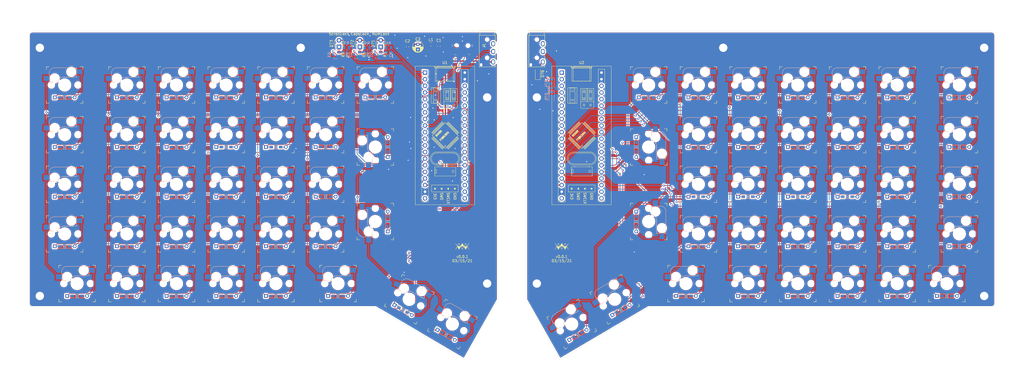
<source format=kicad_pcb>
(kicad_pcb (version 20171130) (host pcbnew "(5.1.6)-1")
  (layers (0 F.Cu signal) (31 B.Cu signal) (34 B.Paste user) (35 F.Paste user) (36 B.SilkS user) (37 F.SilkS user) (38 B.Mask user) (39 F.Mask user) (44 Edge.Cuts user))
  (net 0 "")
  (net 1 /LR1)
  (net 2 "Net-(D1-Pad2)")
  (net 3 /RR1)
  (net 4 "Net-(D2-Pad2)")
  (net 5 "Net-(D3-Pad2)")
  (net 6 "Net-(D4-Pad2)")
  (net 7 "Net-(D5-Pad2)")
  (net 8 "Net-(D6-Pad2)")
  (net 9 "Net-(D7-Pad2)")
  (net 10 "Net-(D8-Pad2)")
  (net 11 "Net-(D9-Pad2)")
  (net 12 "Net-(D10-Pad2)")
  (net 13 "Net-(D11-Pad2)")
  (net 14 "Net-(D12-Pad2)")
  (net 15 "Net-(D13-Pad2)")
  (net 16 "Net-(D14-Pad2)")
  (net 17 /LR2)
  (net 18 "Net-(D15-Pad2)")
  (net 19 /RR2)
  (net 20 "Net-(D16-Pad2)")
  (net 21 "Net-(D17-Pad2)")
  (net 22 "Net-(D18-Pad2)")
  (net 23 "Net-(D19-Pad2)")
  (net 24 "Net-(D20-Pad2)")
  (net 25 "Net-(D21-Pad2)")
  (net 26 "Net-(D22-Pad2)")
  (net 27 "Net-(D23-Pad2)")
  (net 28 "Net-(D24-Pad2)")
  (net 29 "Net-(D25-Pad2)")
  (net 30 "Net-(D26-Pad2)")
  (net 31 /LR3)
  (net 32 "Net-(D27-Pad2)")
  (net 33 /RR3)
  (net 34 "Net-(D28-Pad2)")
  (net 35 "Net-(D29-Pad2)")
  (net 36 "Net-(D30-Pad2)")
  (net 37 "Net-(D31-Pad2)")
  (net 38 "Net-(D32-Pad2)")
  (net 39 "Net-(D33-Pad2)")
  (net 40 "Net-(D34-Pad2)")
  (net 41 "Net-(D35-Pad2)")
  (net 42 "Net-(D36-Pad2)")
  (net 43 "Net-(D37-Pad2)")
  (net 44 "Net-(D38-Pad2)")
  (net 45 "Net-(D39-Pad2)")
  (net 46 "Net-(D40-Pad2)")
  (net 47 /LR4)
  (net 48 "Net-(D41-Pad2)")
  (net 49 /RR4)
  (net 50 "Net-(D42-Pad2)")
  (net 51 "Net-(D43-Pad2)")
  (net 52 "Net-(D44-Pad2)")
  (net 53 "Net-(D45-Pad2)")
  (net 54 "Net-(D46-Pad2)")
  (net 55 "Net-(D47-Pad2)")
  (net 56 "Net-(D48-Pad2)")
  (net 57 "Net-(D49-Pad2)")
  (net 58 "Net-(D50-Pad2)")
  (net 59 /LR5)
  (net 60 "Net-(D51-Pad2)")
  (net 61 "Net-(D52-Pad2)")
  (net 62 "Net-(D53-Pad2)")
  (net 63 /RR5)
  (net 64 "Net-(D54-Pad2)")
  (net 65 "Net-(D55-Pad2)")
  (net 66 "Net-(D56-Pad2)")
  (net 67 "Net-(D57-Pad2)")
  (net 68 "Net-(D58-Pad2)")
  (net 69 "Net-(D59-Pad2)")
  (net 70 "Net-(D60-Pad2)")
  (net 71 "Net-(D61-Pad2)")
  (net 72 "Net-(D62-Pad2)")
  (net 73 "Net-(D63-Pad2)")
  (net 74 "Net-(D64-Pad2)")
  (net 75 "Net-(D65-Pad2)")
  (net 76 "Net-(D66-Pad2)")
  (net 77 "Net-(D67-Pad2)")
  (net 78 "Net-(D68-Pad2)")
  (net 79 "Net-(D69-Pad2)")
  (net 80 "Net-(D70-Pad2)")
  (net 81 /L+5V)
  (net 82 "Net-(D71-Pad1)")
  (net 83 "Net-(D72-Pad1)")
  (net 84 "Net-(D73-Pad1)")
  (net 85 /LGND)
  (net 86 /LC4)
  (net 87 /RC4)
  (net 88 /LC3)
  (net 89 /LC5)
  (net 90 /RC3)
  (net 91 /RC5)
  (net 92 /LC1)
  (net 93 /LC2)
  (net 94 /LC6)
  (net 95 /LC7)
  (net 96 /RC1)
  (net 97 /RC2)
  (net 98 /RC6)
  (net 99 /RC7)
  (net 100 "Net-(Q1-Pad3)")
  (net 101 "Net-(Q1-Pad1)")
  (net 102 "Net-(Q2-Pad3)")
  (net 103 "Net-(Q2-Pad1)")
  (net 104 "Net-(Q3-Pad3)")
  (net 105 "Net-(Q3-Pad1)")
  (net 106 /R+5V)
  (net 107 /NUM_LOCK)
  (net 108 /CAPSLOCK)
  (net 109 /SCROLL_LOCK)
  (net 110 /RGND)
  (net 111 /TX)
  (net 112 /RX)
  (net 113 "Net-(D76-Pad2)")
  (net 114 "Net-(C1-Pad1)")
  (net 115 /D+)
  (net 116 /D-)
  (module Symbol:Logo_WM (layer F.Cu) (at 233.3625 109.5375)
    (fp_text reference REF** hide)
    (fp_text value Logo_WM)
  )
  (module Symbol:Logo_WM (layer F.Cu) (at 195.2625 109.5375)
    (fp_text reference REF** hide)
    (fp_text value Logo_WM)
  )
  (module Diode_SMD:D_SOD-123 (layer B.Cu) (at 229.5 52.075 270)
    (fp_text reference D75 (at 0 2 270) (layer B.SilkS) (effects (justify mirror)))
    (fp_text value D_Schottky)
    (pad 2 smd rect (at 1.65 0 270) (size 0.9 1.2) (layers B.Cu B.Paste B.Mask) (net 110 /RGND))
    (pad 1 smd rect (at -1.65 0 270) (size 0.9 1.2) (layers B.Cu B.Paste B.Mask) (net 112 /RX))
  )
  (module Diode_SMD:D_SOD-123 (layer B.Cu) (at 229.5 47.1 270)
    (fp_text reference D74 (at 0 2 270) (layer B.SilkS) (effects (justify mirror)))
    (fp_text value D_Schottky)
    (pad 2 smd rect (at 1.65 0 270) (size 0.9 1.2) (layers B.Cu B.Paste B.Mask) (net 112 /RX))
    (pad 1 smd rect (at -1.65 0 270) (size 0.9 1.2) (layers B.Cu B.Paste B.Mask) (net 106 /R+5V))
  )
  (module MountingHole:MountingHole_3.2mm_M3_ISO14580_Pad (layer F.Cu) (at 395.2875 33.3375 180)
    (fp_text reference REF** hide)
    (fp_text value MountingHole_3.2mm_M3_ISO14580_Pad)
    (pad 1 thru_hole circle (at 0 0 180) (size 5.5 5.5) (drill 3.2) (layers *.Cu *.Mask) (net 110 /RGND))
  )
  (module MountingHole:MountingHole_3.2mm_M3_ISO14580_Pad (layer F.Cu) (at 223.8375 123.825 180)
    (fp_text reference REF** hide)
    (fp_text value MountingHole_3.2mm_M3_ISO14580_Pad)
    (pad 1 thru_hole circle (at 0 0 180) (size 5.5 5.5) (drill 3.2) (layers *.Cu *.Mask) (net 110 /RGND))
  )
  (module MountingHole:MountingHole_3.2mm_M3_ISO14580_Pad (layer F.Cu) (at 295.275 33.3375 180)
    (fp_text reference REF** hide)
    (fp_text value MountingHole_3.2mm_M3_ISO14580_Pad)
    (pad 1 thru_hole circle (at 0 0 180) (size 5.5 5.5) (drill 3.2) (layers *.Cu *.Mask) (net 110 /RGND))
  )
  (module MountingHole:MountingHole_3.2mm_M3_ISO14580_Pad (layer F.Cu) (at 395.2875 128.5875 180)
    (fp_text reference REF** hide)
    (fp_text value MountingHole_3.2mm_M3_ISO14580_Pad)
    (pad 1 thru_hole circle (at 0 0 180) (size 5.5 5.5) (drill 3.2) (layers *.Cu *.Mask) (net 110 /RGND))
  )
  (module MountingHole:MountingHole_3.2mm_M3_ISO14580_Pad (layer F.Cu) (at 223.8375 52.3875 180)
    (fp_text reference REF** hide)
    (fp_text value MountingHole_3.2mm_M3_ISO14580_Pad)
    (pad 1 thru_hole circle (at 0 0 180) (size 5.5 5.5) (drill 3.2) (layers *.Cu *.Mask) (net 110 /RGND))
  )
  (module MountingHole:MountingHole_3.2mm_M3_ISO14580_Pad (layer F.Cu) (at 33.3375 128.5875)
    (fp_text reference REF** hide)
    (fp_text value MountingHole_3.2mm_M3_ISO14580_Pad)
    (pad 1 thru_hole circle (at 0 0) (size 5.5 5.5) (drill 3.2) (layers *.Cu *.Mask) (net 85 /LGND))
  )
  (module MountingHole:MountingHole_3.2mm_M3_ISO14580_Pad (layer F.Cu) (at 204.7875 123.825)
    (fp_text reference REF** hide)
    (fp_text value MountingHole_3.2mm_M3_ISO14580_Pad)
    (pad 1 thru_hole circle (at 0 0) (size 5.5 5.5) (drill 3.2) (layers *.Cu *.Mask) (net 85 /LGND))
  )
  (module MountingHole:MountingHole_3.2mm_M3_ISO14580_Pad (layer F.Cu) (at 33.3375 33.3375)
    (fp_text reference REF** hide)
    (fp_text value MountingHole_3.2mm_M3_ISO14580_Pad)
    (pad 1 thru_hole circle (at 0 0) (size 5.5 5.5) (drill 3.2) (layers *.Cu *.Mask) (net 85 /LGND))
  )
  (module MountingHole:MountingHole_3.2mm_M3_ISO14580_Pad (layer F.Cu) (at 133.35 33.3375)
    (fp_text reference REF** hide)
    (fp_text value MountingHole_3.2mm_M3_ISO14580_Pad)
    (pad 1 thru_hole circle (at 0 0) (size 5.5 5.5) (drill 3.2) (layers *.Cu *.Mask) (net 85 /LGND))
  )
  (module MountingHole:MountingHole_3.2mm_M3_ISO14580_Pad (layer F.Cu) (at 204.7875 52.3875)
    (fp_text reference REF** hide)
    (fp_text value MountingHole_3.2mm_M3_ISO14580_Pad)
    (pad 1 thru_hole circle (at 0 0) (size 5.5 5.5) (drill 3.2) (layers *.Cu *.Mask) (net 85 /LGND))
  )
  (module Inductor_SMD:L_0805_2012Metric_Pad1.15x1.40mm_HandSolder (layer F.Cu) (at 183.25 32 180)
    (fp_text reference L1 (at 0 1.75) (layer F.SilkS))
    (fp_text value "2.2uH 204mR")
    (pad 2 smd roundrect (at 1.025 0 180) (size 1.15 1.4) (layers F.Cu F.Paste F.Mask) (roundrect_rratio 0.217391) (net 81 /L+5V))
    (pad 1 smd roundrect (at -1.025 0 180) (size 1.15 1.4) (layers F.Cu F.Paste F.Mask) (roundrect_rratio 0.217391) (net 114 "Net-(C1-Pad1)"))
  )
  (module Capacitor_THT:CP_Radial_D4.0mm_P2.00mm (layer F.Cu) (at 178.25 32 270)
    (fp_text reference C3 (at -2 0 180) (layer F.SilkS))
    (fp_text value 4.7uF)
    (pad 2 thru_hole circle (at 2 0 270) (size 1.2 1.2) (drill 0.6) (layers *.Cu *.Mask) (net 85 /LGND))
    (pad 1 thru_hole rect (at 0 0 270) (size 1.2 1.2) (drill 0.6) (layers *.Cu *.Mask) (net 81 /L+5V))
  )
  (module Capacitor_SMD:C_0603_1608Metric (layer F.Cu) (at 174.25 33 270)
    (fp_text reference C2 (at -2.25 0 180) (layer F.SilkS))
    (fp_text value 100nF)
    (pad 2 smd roundrect (at 0.7875 0 270) (size 0.875 0.95) (layers F.Cu F.Paste F.Mask) (net 85 /LGND))
    (pad 1 smd roundrect (at -0.7875 0 270) (size 0.875 0.95) (layers F.Cu F.Paste F.Mask) (net 81 /L+5V))
  )
  (module Capacitor_SMD:C_0603_1608Metric (layer F.Cu) (at 186.25 32.75 270)
    (fp_text reference C1 (at -2.25 0 180) (layer F.SilkS))
    (fp_text value 10nF)
    (pad 2 smd roundrect (at 0.7875 0 270) (size 0.875 0.95) (layers F.Cu F.Paste F.Mask) (net 85 /LGND))
    (pad 1 smd roundrect (at -0.7875 0 270) (size 0.875 0.95) (layers F.Cu F.Paste F.Mask) (net 114 "Net-(C1-Pad1)"))
  )
  (module Diode_SMD:D_SOD-123 (layer F.Cu) (at 224.2 43.3 90)
    (fp_text reference D76 (at 0 1.85 90) (layer F.SilkS))
    (fp_text value D_Schottky)
    (pad 2 smd rect (at 1.65 0 90) (size 0.9 1.2) (layers F.Cu F.Paste F.Mask) (net 113 "Net-(D76-Pad2)"))
    (pad 1 smd rect (at -1.65 0 90) (size 0.9 1.2) (layers F.Cu F.Paste F.Mask) (net 106 /R+5V))
  )
  (module WM_lib:TRRS-PJ-320A (layer F.Cu) (at 223.8375 28.575)
    (fp_text reference J3)
    (fp_text value AudioJack4)
    (pad S thru_hole oval (at -2.3 11.3) (size 1.6 2) (drill oval 0.9 1.3) (layers *.Cu *.Mask) (net 110 /RGND))
    (pad T thru_hole oval (at 2.3 10.2) (size 1.6 2) (drill oval 0.9 1.3) (layers *.Cu *.Mask) (net 113 "Net-(D76-Pad2)"))
    (pad R2 thru_hole oval (at 2.3 3.2) (size 1.6 2) (drill oval 0.9 1.3) (layers *.Cu *.Mask))
    (pad "" np_thru_hole circle (at 0 8.6) (size 0.8 0.8) (drill 0.8) (layers *.Cu *.Mask))
    (pad "" np_thru_hole circle (at 0 1.6) (size 0.8 0.8) (drill 0.8) (layers *.Cu *.Mask))
    (pad R1 thru_hole oval (at 2.3 6.2) (size 1.6 2) (drill oval 0.9 1.3) (layers *.Cu *.Mask) (net 112 /RX))
  )
  (module WM_lib:TRRS-PJ-320A (layer F.Cu) (at 204.7875 28.575)
    (fp_text reference J2)
    (fp_text value AudioJack4)
    (pad S thru_hole oval (at -2.3 11.3) (size 1.6 2) (drill oval 0.9 1.3) (layers *.Cu *.Mask) (net 85 /LGND))
    (pad T thru_hole oval (at 2.3 10.2) (size 1.6 2) (drill oval 0.9 1.3) (layers *.Cu *.Mask) (net 81 /L+5V))
    (pad R2 thru_hole oval (at 2.3 3.2) (size 1.6 2) (drill oval 0.9 1.3) (layers *.Cu *.Mask))
    (pad "" np_thru_hole circle (at 0 8.6) (size 0.8 0.8) (drill 0.8) (layers *.Cu *.Mask))
    (pad "" np_thru_hole circle (at 0 1.6) (size 0.8 0.8) (drill 0.8) (layers *.Cu *.Mask))
    (pad R1 thru_hole oval (at 2.3 6.2) (size 1.6 2) (drill oval 0.9 1.3) (layers *.Cu *.Mask) (net 111 /TX))
  )
  (module WM_lib:CherryMX_Hotswap_1u_singleside (layer F.Cu) (at 253.688608 129.863608 30)
    (fp_text reference K39 hide)
    (fp_text value KEYSW hide)
    (pad 1 smd rect (at -7 -2.58 30) (size 2.3 2) (layers B.Cu B.Paste B.Mask) (net 96 /RC1))
    (pad 2 smd rect (at 5.7 -5.12 30) (size 2.3 2) (layers B.Cu B.Paste B.Mask) (net 45 "Net-(D39-Pad2)"))
    (pad "" np_thru_hole circle (at 2.54 -5.08 30) (size 3 3) (drill 3) (layers *.Cu *.Mask))
    (pad "" np_thru_hole circle (at -3.81 -2.540001 30) (size 3 3) (drill 3) (layers *.Cu *.Mask))
    (pad "" np_thru_hole circle (at 0 0 120) (size 4.1 4.1) (drill 4.1) (layers *.Cu *.Mask))
    (pad "" np_thru_hole circle (at 5.08 0 30) (size 1.9 1.9) (drill 1.9) (layers *.Cu *.Mask))
    (pad "" np_thru_hole circle (at -5.08 0 30) (size 1.9 1.9) (drill 1.9) (layers *.Cu *.Mask))
  )
  (module WM_lib:CherryMX_Hotswap_1.5u_singleside (layer F.Cu) (at 385.7625 104.775)
    (fp_text reference K69 hide)
    (fp_text value KEYSW hide)
    (pad "" np_thru_hole circle (at -5.08 0) (size 1.9 1.9) (drill 1.9) (layers *.Cu *.Mask))
    (pad "" np_thru_hole circle (at 5.08 0) (size 1.9 1.9) (drill 1.9) (layers *.Cu *.Mask))
    (pad "" np_thru_hole circle (at 0 0 90) (size 4.1 4.1) (drill 4.1) (layers *.Cu *.Mask))
    (pad "" np_thru_hole circle (at -3.81 -2.540001) (size 3 3) (drill 3) (layers *.Cu *.Mask))
    (pad "" np_thru_hole circle (at 2.54 -5.08) (size 3 3) (drill 3) (layers *.Cu *.Mask))
    (pad 2 smd rect (at 5.7 -5.12) (size 2.3 2) (layers B.Cu B.Paste B.Mask) (net 79 "Net-(D69-Pad2)"))
    (pad 1 smd rect (at -7 -2.58) (size 2.3 2) (layers B.Cu B.Paste B.Mask) (net 99 /RC7))
  )
  (module WM_lib:CherryMX_Hotswap_1.5u_singleside (layer F.Cu) (at 385.7625 85.725)
    (fp_text reference K68 hide)
    (fp_text value KEYSW hide)
    (pad "" np_thru_hole circle (at -5.08 0) (size 1.9 1.9) (drill 1.9) (layers *.Cu *.Mask))
    (pad "" np_thru_hole circle (at 5.08 0) (size 1.9 1.9) (drill 1.9) (layers *.Cu *.Mask))
    (pad "" np_thru_hole circle (at 0 0 90) (size 4.1 4.1) (drill 4.1) (layers *.Cu *.Mask))
    (pad "" np_thru_hole circle (at -3.81 -2.540001) (size 3 3) (drill 3) (layers *.Cu *.Mask))
    (pad "" np_thru_hole circle (at 2.54 -5.08) (size 3 3) (drill 3) (layers *.Cu *.Mask))
    (pad 2 smd rect (at 5.7 -5.12) (size 2.3 2) (layers B.Cu B.Paste B.Mask) (net 78 "Net-(D68-Pad2)"))
    (pad 1 smd rect (at -7 -2.58) (size 2.3 2) (layers B.Cu B.Paste B.Mask) (net 99 /RC7))
  )
  (module WM_lib:CherryMX_Hotswap_1.5u_singleside (layer F.Cu) (at 385.7625 66.675)
    (fp_text reference K67 hide)
    (fp_text value KEYSW hide)
    (pad "" np_thru_hole circle (at -5.08 0) (size 1.9 1.9) (drill 1.9) (layers *.Cu *.Mask))
    (pad "" np_thru_hole circle (at 5.08 0) (size 1.9 1.9) (drill 1.9) (layers *.Cu *.Mask))
    (pad "" np_thru_hole circle (at 0 0 90) (size 4.1 4.1) (drill 4.1) (layers *.Cu *.Mask))
    (pad "" np_thru_hole circle (at -3.81 -2.540001) (size 3 3) (drill 3) (layers *.Cu *.Mask))
    (pad "" np_thru_hole circle (at 2.54 -5.08) (size 3 3) (drill 3) (layers *.Cu *.Mask))
    (pad 2 smd rect (at 5.7 -5.12) (size 2.3 2) (layers B.Cu B.Paste B.Mask) (net 77 "Net-(D67-Pad2)"))
    (pad 1 smd rect (at -7 -2.58) (size 2.3 2) (layers B.Cu B.Paste B.Mask) (net 99 /RC7))
  )
  (module WM_lib:CherryMX_Hotswap_1.5u_singleside (layer F.Cu) (at 385.7625 47.625)
    (fp_text reference K66 hide)
    (fp_text value KEYSW hide)
    (pad "" np_thru_hole circle (at -5.08 0) (size 1.9 1.9) (drill 1.9) (layers *.Cu *.Mask))
    (pad "" np_thru_hole circle (at 5.08 0) (size 1.9 1.9) (drill 1.9) (layers *.Cu *.Mask))
    (pad "" np_thru_hole circle (at 0 0 90) (size 4.1 4.1) (drill 4.1) (layers *.Cu *.Mask))
    (pad "" np_thru_hole circle (at -3.81 -2.540001) (size 3 3) (drill 3) (layers *.Cu *.Mask))
    (pad "" np_thru_hole circle (at 2.54 -5.08) (size 3 3) (drill 3) (layers *.Cu *.Mask))
    (pad 2 smd rect (at 5.7 -5.12) (size 2.3 2) (layers B.Cu B.Paste B.Mask) (net 76 "Net-(D66-Pad2)"))
    (pad 1 smd rect (at -7 -2.58) (size 2.3 2) (layers B.Cu B.Paste B.Mask) (net 99 /RC7))
  )
  (module WM_lib:CherryMX_Hotswap_1u_singleside (layer F.Cu) (at 342.9 104.775)
    (fp_text reference K59 hide)
    (fp_text value KEYSW hide)
    (pad 1 smd rect (at -7 -2.58) (size 2.3 2) (layers B.Cu B.Paste B.Mask) (net 91 /RC5))
    (pad 2 smd rect (at 5.7 -5.12) (size 2.3 2) (layers B.Cu B.Paste B.Mask) (net 69 "Net-(D59-Pad2)"))
    (pad "" np_thru_hole circle (at 2.54 -5.08) (size 3 3) (drill 3) (layers *.Cu *.Mask))
    (pad "" np_thru_hole circle (at -3.81 -2.540001) (size 3 3) (drill 3) (layers *.Cu *.Mask))
    (pad "" np_thru_hole circle (at 0 0 90) (size 4.1 4.1) (drill 4.1) (layers *.Cu *.Mask))
    (pad "" np_thru_hole circle (at 5.08 0) (size 1.9 1.9) (drill 1.9) (layers *.Cu *.Mask))
    (pad "" np_thru_hole circle (at -5.08 0) (size 1.9 1.9) (drill 1.9) (layers *.Cu *.Mask))
  )
  (module WM_lib:CherryMX_Hotswap_1u_singleside (layer F.Cu) (at 342.9 85.725)
    (fp_text reference K58 hide)
    (fp_text value KEYSW hide)
    (pad 1 smd rect (at -7 -2.58) (size 2.3 2) (layers B.Cu B.Paste B.Mask) (net 91 /RC5))
    (pad 2 smd rect (at 5.7 -5.12) (size 2.3 2) (layers B.Cu B.Paste B.Mask) (net 68 "Net-(D58-Pad2)"))
    (pad "" np_thru_hole circle (at 2.54 -5.08) (size 3 3) (drill 3) (layers *.Cu *.Mask))
    (pad "" np_thru_hole circle (at -3.81 -2.540001) (size 3 3) (drill 3) (layers *.Cu *.Mask))
    (pad "" np_thru_hole circle (at 0 0 90) (size 4.1 4.1) (drill 4.1) (layers *.Cu *.Mask))
    (pad "" np_thru_hole circle (at 5.08 0) (size 1.9 1.9) (drill 1.9) (layers *.Cu *.Mask))
    (pad "" np_thru_hole circle (at -5.08 0) (size 1.9 1.9) (drill 1.9) (layers *.Cu *.Mask))
  )
  (module WM_lib:CherryMX_Hotswap_1u_singleside (layer F.Cu) (at 342.9 66.675)
    (fp_text reference K57 hide)
    (fp_text value KEYSW hide)
    (pad 1 smd rect (at -7 -2.58) (size 2.3 2) (layers B.Cu B.Paste B.Mask) (net 91 /RC5))
    (pad 2 smd rect (at 5.7 -5.12) (size 2.3 2) (layers B.Cu B.Paste B.Mask) (net 67 "Net-(D57-Pad2)"))
    (pad "" np_thru_hole circle (at 2.54 -5.08) (size 3 3) (drill 3) (layers *.Cu *.Mask))
    (pad "" np_thru_hole circle (at -3.81 -2.540001) (size 3 3) (drill 3) (layers *.Cu *.Mask))
    (pad "" np_thru_hole circle (at 0 0 90) (size 4.1 4.1) (drill 4.1) (layers *.Cu *.Mask))
    (pad "" np_thru_hole circle (at 5.08 0) (size 1.9 1.9) (drill 1.9) (layers *.Cu *.Mask))
    (pad "" np_thru_hole circle (at -5.08 0) (size 1.9 1.9) (drill 1.9) (layers *.Cu *.Mask))
  )
  (module WM_lib:CherryMX_Hotswap_1u_singleside (layer F.Cu) (at 342.9 47.625)
    (fp_text reference K56 hide)
    (fp_text value KEYSW hide)
    (pad 1 smd rect (at -7 -2.58) (size 2.3 2) (layers B.Cu B.Paste B.Mask) (net 91 /RC5))
    (pad 2 smd rect (at 5.7 -5.12) (size 2.3 2) (layers B.Cu B.Paste B.Mask) (net 66 "Net-(D56-Pad2)"))
    (pad "" np_thru_hole circle (at 2.54 -5.08) (size 3 3) (drill 3) (layers *.Cu *.Mask))
    (pad "" np_thru_hole circle (at -3.81 -2.540001) (size 3 3) (drill 3) (layers *.Cu *.Mask))
    (pad "" np_thru_hole circle (at 0 0 90) (size 4.1 4.1) (drill 4.1) (layers *.Cu *.Mask))
    (pad "" np_thru_hole circle (at 5.08 0) (size 1.9 1.9) (drill 1.9) (layers *.Cu *.Mask))
    (pad "" np_thru_hole circle (at -5.08 0) (size 1.9 1.9) (drill 1.9) (layers *.Cu *.Mask))
  )
  (module WM_lib:CherryMX_Hotswap_1u_singleside (layer F.Cu) (at 304.8 104.775)
    (fp_text reference K49 hide)
    (fp_text value KEYSW hide)
    (pad 1 smd rect (at -7 -2.58) (size 2.3 2) (layers B.Cu B.Paste B.Mask) (net 90 /RC3))
    (pad 2 smd rect (at 5.7 -5.12) (size 2.3 2) (layers B.Cu B.Paste B.Mask) (net 57 "Net-(D49-Pad2)"))
    (pad "" np_thru_hole circle (at 2.54 -5.08) (size 3 3) (drill 3) (layers *.Cu *.Mask))
    (pad "" np_thru_hole circle (at -3.81 -2.540001) (size 3 3) (drill 3) (layers *.Cu *.Mask))
    (pad "" np_thru_hole circle (at 0 0 90) (size 4.1 4.1) (drill 4.1) (layers *.Cu *.Mask))
    (pad "" np_thru_hole circle (at 5.08 0) (size 1.9 1.9) (drill 1.9) (layers *.Cu *.Mask))
    (pad "" np_thru_hole circle (at -5.08 0) (size 1.9 1.9) (drill 1.9) (layers *.Cu *.Mask))
  )
  (module WM_lib:CherryMX_Hotswap_1u_singleside (layer F.Cu) (at 304.8 85.725)
    (fp_text reference K48 hide)
    (fp_text value KEYSW hide)
    (pad 1 smd rect (at -7 -2.58) (size 2.3 2) (layers B.Cu B.Paste B.Mask) (net 90 /RC3))
    (pad 2 smd rect (at 5.7 -5.12) (size 2.3 2) (layers B.Cu B.Paste B.Mask) (net 56 "Net-(D48-Pad2)"))
    (pad "" np_thru_hole circle (at 2.54 -5.08) (size 3 3) (drill 3) (layers *.Cu *.Mask))
    (pad "" np_thru_hole circle (at -3.81 -2.540001) (size 3 3) (drill 3) (layers *.Cu *.Mask))
    (pad "" np_thru_hole circle (at 0 0 90) (size 4.1 4.1) (drill 4.1) (layers *.Cu *.Mask))
    (pad "" np_thru_hole circle (at 5.08 0) (size 1.9 1.9) (drill 1.9) (layers *.Cu *.Mask))
    (pad "" np_thru_hole circle (at -5.08 0) (size 1.9 1.9) (drill 1.9) (layers *.Cu *.Mask))
  )
  (module WM_lib:CherryMX_Hotswap_1u_singleside (layer F.Cu) (at 304.8 66.675)
    (fp_text reference K47 hide)
    (fp_text value KEYSW hide)
    (pad 1 smd rect (at -7 -2.58) (size 2.3 2) (layers B.Cu B.Paste B.Mask) (net 90 /RC3))
    (pad 2 smd rect (at 5.7 -5.12) (size 2.3 2) (layers B.Cu B.Paste B.Mask) (net 55 "Net-(D47-Pad2)"))
    (pad "" np_thru_hole circle (at 2.54 -5.08) (size 3 3) (drill 3) (layers *.Cu *.Mask))
    (pad "" np_thru_hole circle (at -3.81 -2.540001) (size 3 3) (drill 3) (layers *.Cu *.Mask))
    (pad "" np_thru_hole circle (at 0 0 90) (size 4.1 4.1) (drill 4.1) (layers *.Cu *.Mask))
    (pad "" np_thru_hole circle (at 5.08 0) (size 1.9 1.9) (drill 1.9) (layers *.Cu *.Mask))
    (pad "" np_thru_hole circle (at -5.08 0) (size 1.9 1.9) (drill 1.9) (layers *.Cu *.Mask))
  )
  (module WM_lib:CherryMX_Hotswap_1u_singleside (layer F.Cu) (at 304.8 47.625)
    (fp_text reference K46 hide)
    (fp_text value KEYSW hide)
    (pad 1 smd rect (at -7 -2.58) (size 2.3 2) (layers B.Cu B.Paste B.Mask) (net 90 /RC3))
    (pad 2 smd rect (at 5.7 -5.12) (size 2.3 2) (layers B.Cu B.Paste B.Mask) (net 54 "Net-(D46-Pad2)"))
    (pad "" np_thru_hole circle (at 2.54 -5.08) (size 3 3) (drill 3) (layers *.Cu *.Mask))
    (pad "" np_thru_hole circle (at -3.81 -2.540001) (size 3 3) (drill 3) (layers *.Cu *.Mask))
    (pad "" np_thru_hole circle (at 0 0 90) (size 4.1 4.1) (drill 4.1) (layers *.Cu *.Mask))
    (pad "" np_thru_hole circle (at 5.08 0) (size 1.9 1.9) (drill 1.9) (layers *.Cu *.Mask))
    (pad "" np_thru_hole circle (at -5.08 0) (size 1.9 1.9) (drill 1.9) (layers *.Cu *.Mask))
  )
  (module WM_lib:CherryMX_Hotswap_1.5u_singleside (layer F.Cu) (at 280.9875 123.825)
    (fp_text reference K45 hide)
    (fp_text value KEYSW hide)
    (pad "" np_thru_hole circle (at -5.08 0) (size 1.9 1.9) (drill 1.9) (layers *.Cu *.Mask))
    (pad "" np_thru_hole circle (at 5.08 0) (size 1.9 1.9) (drill 1.9) (layers *.Cu *.Mask))
    (pad "" np_thru_hole circle (at 0 0 90) (size 4.1 4.1) (drill 4.1) (layers *.Cu *.Mask))
    (pad "" np_thru_hole circle (at -3.81 -2.540001) (size 3 3) (drill 3) (layers *.Cu *.Mask))
    (pad "" np_thru_hole circle (at 2.54 -5.08) (size 3 3) (drill 3) (layers *.Cu *.Mask))
    (pad 2 smd rect (at 5.7 -5.12) (size 2.3 2) (layers B.Cu B.Paste B.Mask) (net 53 "Net-(D45-Pad2)"))
    (pad 1 smd rect (at -7 -2.58) (size 2.3 2) (layers B.Cu B.Paste B.Mask) (net 97 /RC2))
  )
  (module WM_lib:CherryMX_Hotswap_1u_singleside (layer F.Cu) (at 266.7 47.625)
    (fp_text reference K36 hide)
    (fp_text value KEYSW hide)
    (pad 1 smd rect (at -7 -2.58) (size 2.3 2) (layers B.Cu B.Paste B.Mask) (net 96 /RC1))
    (pad 2 smd rect (at 5.7 -5.12) (size 2.3 2) (layers B.Cu B.Paste B.Mask) (net 42 "Net-(D36-Pad2)"))
    (pad "" np_thru_hole circle (at 2.54 -5.08) (size 3 3) (drill 3) (layers *.Cu *.Mask))
    (pad "" np_thru_hole circle (at -3.81 -2.540001) (size 3 3) (drill 3) (layers *.Cu *.Mask))
    (pad "" np_thru_hole circle (at 0 0 90) (size 4.1 4.1) (drill 4.1) (layers *.Cu *.Mask))
    (pad "" np_thru_hole circle (at 5.08 0) (size 1.9 1.9) (drill 1.9) (layers *.Cu *.Mask))
    (pad "" np_thru_hole circle (at -5.08 0) (size 1.9 1.9) (drill 1.9) (layers *.Cu *.Mask))
  )
  (module WM_lib:CherryMX_Hotswap_1.5u_singleside (layer F.Cu) (at 161.925 100.0125 90)
    (fp_text reference K33 hide)
    (fp_text value KEYSW hide)
    (pad "" np_thru_hole circle (at -5.08 0 90) (size 1.9 1.9) (drill 1.9) (layers *.Cu *.Mask))
    (pad "" np_thru_hole circle (at 5.08 0 90) (size 1.9 1.9) (drill 1.9) (layers *.Cu *.Mask))
    (pad "" np_thru_hole circle (at 0 0 180) (size 4.1 4.1) (drill 4.1) (layers *.Cu *.Mask))
    (pad "" np_thru_hole circle (at -3.81 -2.540001 90) (size 3 3) (drill 3) (layers *.Cu *.Mask))
    (pad "" np_thru_hole circle (at 2.54 -5.08 90) (size 3 3) (drill 3) (layers *.Cu *.Mask))
    (pad 2 smd rect (at 5.7 -5.12 90) (size 2.3 2) (layers B.Cu B.Paste B.Mask) (net 39 "Net-(D33-Pad2)"))
    (pad 1 smd rect (at -7 -2.58 90) (size 2.3 2) (layers B.Cu B.Paste B.Mask) (net 95 /LC7))
  )
  (module WM_lib:CherryMX_Hotswap_1.5u_singleside (layer F.Cu) (at 161.925 71.4375 90)
    (fp_text reference K32 hide)
    (fp_text value KEYSW hide)
    (pad "" np_thru_hole circle (at -5.08 0 90) (size 1.9 1.9) (drill 1.9) (layers *.Cu *.Mask))
    (pad "" np_thru_hole circle (at 5.08 0 90) (size 1.9 1.9) (drill 1.9) (layers *.Cu *.Mask))
    (pad "" np_thru_hole circle (at 0 0 180) (size 4.1 4.1) (drill 4.1) (layers *.Cu *.Mask))
    (pad "" np_thru_hole circle (at -3.81 -2.540001 90) (size 3 3) (drill 3) (layers *.Cu *.Mask))
    (pad "" np_thru_hole circle (at 2.54 -5.08 90) (size 3 3) (drill 3) (layers *.Cu *.Mask))
    (pad 2 smd rect (at 5.7 -5.12 90) (size 2.3 2) (layers B.Cu B.Paste B.Mask) (net 38 "Net-(D32-Pad2)"))
    (pad 1 smd rect (at -7 -2.58 90) (size 2.3 2) (layers B.Cu B.Paste B.Mask) (net 95 /LC7))
  )
  (module WM_lib:CherryMX_Hotswap_1.5u_singleside (layer F.Cu) (at 147.6375 123.825)
    (fp_text reference K30 hide)
    (fp_text value KEYSW hide)
    (pad "" np_thru_hole circle (at -5.08 0) (size 1.9 1.9) (drill 1.9) (layers *.Cu *.Mask))
    (pad "" np_thru_hole circle (at 5.08 0) (size 1.9 1.9) (drill 1.9) (layers *.Cu *.Mask))
    (pad "" np_thru_hole circle (at 0 0 90) (size 4.1 4.1) (drill 4.1) (layers *.Cu *.Mask))
    (pad "" np_thru_hole circle (at -3.81 -2.540001) (size 3 3) (drill 3) (layers *.Cu *.Mask))
    (pad "" np_thru_hole circle (at 2.54 -5.08) (size 3 3) (drill 3) (layers *.Cu *.Mask))
    (pad 2 smd rect (at 5.7 -5.12) (size 2.3 2) (layers B.Cu B.Paste B.Mask) (net 36 "Net-(D30-Pad2)"))
    (pad 1 smd rect (at -7 -2.58) (size 2.3 2) (layers B.Cu B.Paste B.Mask) (net 94 /LC6))
  )
  (module WM_lib:CherryMX_Hotswap_1u_singleside (layer F.Cu) (at 123.825 104.775)
    (fp_text reference K24 hide)
    (fp_text value KEYSW hide)
    (pad 1 smd rect (at -7 -2.58) (size 2.3 2) (layers B.Cu B.Paste B.Mask) (net 89 /LC5))
    (pad 2 smd rect (at 5.7 -5.12) (size 2.3 2) (layers B.Cu B.Paste B.Mask) (net 28 "Net-(D24-Pad2)"))
    (pad "" np_thru_hole circle (at 2.54 -5.08) (size 3 3) (drill 3) (layers *.Cu *.Mask))
    (pad "" np_thru_hole circle (at -3.81 -2.540001) (size 3 3) (drill 3) (layers *.Cu *.Mask))
    (pad "" np_thru_hole circle (at 0 0 90) (size 4.1 4.1) (drill 4.1) (layers *.Cu *.Mask))
    (pad "" np_thru_hole circle (at 5.08 0) (size 1.9 1.9) (drill 1.9) (layers *.Cu *.Mask))
    (pad "" np_thru_hole circle (at -5.08 0) (size 1.9 1.9) (drill 1.9) (layers *.Cu *.Mask))
  )
  (module WM_lib:CherryMX_Hotswap_1u_singleside (layer F.Cu) (at 123.825 85.725)
    (fp_text reference K23 hide)
    (fp_text value KEYSW hide)
    (pad 1 smd rect (at -7 -2.58) (size 2.3 2) (layers B.Cu B.Paste B.Mask) (net 89 /LC5))
    (pad 2 smd rect (at 5.7 -5.12) (size 2.3 2) (layers B.Cu B.Paste B.Mask) (net 27 "Net-(D23-Pad2)"))
    (pad "" np_thru_hole circle (at 2.54 -5.08) (size 3 3) (drill 3) (layers *.Cu *.Mask))
    (pad "" np_thru_hole circle (at -3.81 -2.540001) (size 3 3) (drill 3) (layers *.Cu *.Mask))
    (pad "" np_thru_hole circle (at 0 0 90) (size 4.1 4.1) (drill 4.1) (layers *.Cu *.Mask))
    (pad "" np_thru_hole circle (at 5.08 0) (size 1.9 1.9) (drill 1.9) (layers *.Cu *.Mask))
    (pad "" np_thru_hole circle (at -5.08 0) (size 1.9 1.9) (drill 1.9) (layers *.Cu *.Mask))
  )
  (module WM_lib:CherryMX_Hotswap_1u_singleside (layer F.Cu) (at 123.825 66.675)
    (fp_text reference K22 hide)
    (fp_text value KEYSW hide)
    (pad 1 smd rect (at -7 -2.58) (size 2.3 2) (layers B.Cu B.Paste B.Mask) (net 89 /LC5))
    (pad 2 smd rect (at 5.7 -5.12) (size 2.3 2) (layers B.Cu B.Paste B.Mask) (net 26 "Net-(D22-Pad2)"))
    (pad "" np_thru_hole circle (at 2.54 -5.08) (size 3 3) (drill 3) (layers *.Cu *.Mask))
    (pad "" np_thru_hole circle (at -3.81 -2.540001) (size 3 3) (drill 3) (layers *.Cu *.Mask))
    (pad "" np_thru_hole circle (at 0 0 90) (size 4.1 4.1) (drill 4.1) (layers *.Cu *.Mask))
    (pad "" np_thru_hole circle (at 5.08 0) (size 1.9 1.9) (drill 1.9) (layers *.Cu *.Mask))
    (pad "" np_thru_hole circle (at -5.08 0) (size 1.9 1.9) (drill 1.9) (layers *.Cu *.Mask))
  )
  (module WM_lib:CherryMX_Hotswap_1u_singleside (layer F.Cu) (at 123.825 47.625)
    (fp_text reference K21 hide)
    (fp_text value KEYSW hide)
    (pad 1 smd rect (at -7 -2.58) (size 2.3 2) (layers B.Cu B.Paste B.Mask) (net 89 /LC5))
    (pad 2 smd rect (at 5.7 -5.12) (size 2.3 2) (layers B.Cu B.Paste B.Mask) (net 25 "Net-(D21-Pad2)"))
    (pad "" np_thru_hole circle (at 2.54 -5.08) (size 3 3) (drill 3) (layers *.Cu *.Mask))
    (pad "" np_thru_hole circle (at -3.81 -2.540001) (size 3 3) (drill 3) (layers *.Cu *.Mask))
    (pad "" np_thru_hole circle (at 0 0 90) (size 4.1 4.1) (drill 4.1) (layers *.Cu *.Mask))
    (pad "" np_thru_hole circle (at 5.08 0) (size 1.9 1.9) (drill 1.9) (layers *.Cu *.Mask))
    (pad "" np_thru_hole circle (at -5.08 0) (size 1.9 1.9) (drill 1.9) (layers *.Cu *.Mask))
  )
  (module WM_lib:CherryMX_Hotswap_1u_singleside (layer F.Cu) (at 85.725 104.775)
    (fp_text reference K14 hide)
    (fp_text value KEYSW hide)
    (pad 1 smd rect (at -7 -2.58) (size 2.3 2) (layers B.Cu B.Paste B.Mask) (net 88 /LC3))
    (pad 2 smd rect (at 5.7 -5.12) (size 2.3 2) (layers B.Cu B.Paste B.Mask) (net 16 "Net-(D14-Pad2)"))
    (pad "" np_thru_hole circle (at 2.54 -5.08) (size 3 3) (drill 3) (layers *.Cu *.Mask))
    (pad "" np_thru_hole circle (at -3.81 -2.540001) (size 3 3) (drill 3) (layers *.Cu *.Mask))
    (pad "" np_thru_hole circle (at 0 0 90) (size 4.1 4.1) (drill 4.1) (layers *.Cu *.Mask))
    (pad "" np_thru_hole circle (at 5.08 0) (size 1.9 1.9) (drill 1.9) (layers *.Cu *.Mask))
    (pad "" np_thru_hole circle (at -5.08 0) (size 1.9 1.9) (drill 1.9) (layers *.Cu *.Mask))
  )
  (module WM_lib:CherryMX_Hotswap_1u_singleside (layer F.Cu) (at 85.725 85.725)
    (fp_text reference K13 hide)
    (fp_text value KEYSW hide)
    (pad 1 smd rect (at -7 -2.58) (size 2.3 2) (layers B.Cu B.Paste B.Mask) (net 88 /LC3))
    (pad 2 smd rect (at 5.7 -5.12) (size 2.3 2) (layers B.Cu B.Paste B.Mask) (net 15 "Net-(D13-Pad2)"))
    (pad "" np_thru_hole circle (at 2.54 -5.08) (size 3 3) (drill 3) (layers *.Cu *.Mask))
    (pad "" np_thru_hole circle (at -3.81 -2.540001) (size 3 3) (drill 3) (layers *.Cu *.Mask))
    (pad "" np_thru_hole circle (at 0 0 90) (size 4.1 4.1) (drill 4.1) (layers *.Cu *.Mask))
    (pad "" np_thru_hole circle (at 5.08 0) (size 1.9 1.9) (drill 1.9) (layers *.Cu *.Mask))
    (pad "" np_thru_hole circle (at -5.08 0) (size 1.9 1.9) (drill 1.9) (layers *.Cu *.Mask))
  )
  (module WM_lib:CherryMX_Hotswap_1u_singleside (layer F.Cu) (at 85.725 66.675)
    (fp_text reference K12 hide)
    (fp_text value KEYSW hide)
    (pad 1 smd rect (at -7 -2.58) (size 2.3 2) (layers B.Cu B.Paste B.Mask) (net 88 /LC3))
    (pad 2 smd rect (at 5.7 -5.12) (size 2.3 2) (layers B.Cu B.Paste B.Mask) (net 14 "Net-(D12-Pad2)"))
    (pad "" np_thru_hole circle (at 2.54 -5.08) (size 3 3) (drill 3) (layers *.Cu *.Mask))
    (pad "" np_thru_hole circle (at -3.81 -2.540001) (size 3 3) (drill 3) (layers *.Cu *.Mask))
    (pad "" np_thru_hole circle (at 0 0 90) (size 4.1 4.1) (drill 4.1) (layers *.Cu *.Mask))
    (pad "" np_thru_hole circle (at 5.08 0) (size 1.9 1.9) (drill 1.9) (layers *.Cu *.Mask))
    (pad "" np_thru_hole circle (at -5.08 0) (size 1.9 1.9) (drill 1.9) (layers *.Cu *.Mask))
  )
  (module WM_lib:CherryMX_Hotswap_1u_singleside (layer F.Cu) (at 85.725 47.625)
    (fp_text reference K11 hide)
    (fp_text value KEYSW hide)
    (pad 1 smd rect (at -7 -2.58) (size 2.3 2) (layers B.Cu B.Paste B.Mask) (net 88 /LC3))
    (pad 2 smd rect (at 5.7 -5.12) (size 2.3 2) (layers B.Cu B.Paste B.Mask) (net 13 "Net-(D11-Pad2)"))
    (pad "" np_thru_hole circle (at 2.54 -5.08) (size 3 3) (drill 3) (layers *.Cu *.Mask))
    (pad "" np_thru_hole circle (at -3.81 -2.540001) (size 3 3) (drill 3) (layers *.Cu *.Mask))
    (pad "" np_thru_hole circle (at 0 0 90) (size 4.1 4.1) (drill 4.1) (layers *.Cu *.Mask))
    (pad "" np_thru_hole circle (at 5.08 0) (size 1.9 1.9) (drill 1.9) (layers *.Cu *.Mask))
    (pad "" np_thru_hole circle (at -5.08 0) (size 1.9 1.9) (drill 1.9) (layers *.Cu *.Mask))
  )
  (module Footprints:YAAJ_BluePill_1 (layer F.Cu) (at 233.3625 42.8625)
    (fp_text reference U2 (at 7.62 -3.81) (layer F.SilkS))
    (fp_text value YAAJ_BluePill_Part_Like hide)
    (fp_text user GND (at 11.43 47.498 270 unlocked) (layer F.SilkS) (effects (font (size 1 0.9))))
    (fp_text user SWCLK (at 8.89 48.26 270 unlocked) (layer F.SilkS) (effects (font (size 1 0.9))))
    (fp_text user SWO (at 6.35 47.498 270 unlocked) (layer F.SilkS) (effects (font (size 1 0.9))))
    (fp_text user 3V3 (at 3.81 47.498 270 unlocked) (layer F.SilkS) (effects (font (size 1 0.9))))
    (pad 20 thru_hole circle (at 0 48.26) (size 1.7 1.7) (drill 1) (layers *.Cu *.Mask))
    (pad 21 thru_hole circle (at 15.24 48.26) (size 1.7 1.7) (drill 1) (layers *.Cu *.Mask))
    (pad 19 thru_hole circle (at 0 45.72) (size 1.7 1.7) (drill 1) (layers *.Cu *.Mask) (net 110 /RGND))
    (pad 22 thru_hole circle (at 15.24 45.72) (size 1.7 1.7) (drill 1) (layers *.Cu *.Mask))
    (pad 18 thru_hole circle (at 0 43.18) (size 1.7 1.7) (drill 1) (layers *.Cu *.Mask) (net 106 /R+5V))
    (pad 23 thru_hole circle (at 15.24 43.18) (size 1.7 1.7) (drill 1) (layers *.Cu *.Mask))
    (pad 17 thru_hole circle (at 0 40.64) (size 1.7 1.7) (drill 1) (layers *.Cu *.Mask) (net 99 /RC7))
    (pad 24 thru_hole circle (at 15.24 40.64) (size 1.7 1.7) (drill 1) (layers *.Cu *.Mask))
    (pad 16 thru_hole circle (at 0 38.1) (size 1.7 1.7) (drill 1) (layers *.Cu *.Mask) (net 98 /RC6))
    (pad 25 thru_hole circle (at 15.24 38.1) (size 1.7 1.7) (drill 1) (layers *.Cu *.Mask) (net 3 /RR1))
    (pad 15 thru_hole circle (at 0 35.56) (size 1.7 1.7) (drill 1) (layers *.Cu *.Mask) (net 91 /RC5))
    (pad 26 thru_hole circle (at 15.24 35.56) (size 1.7 1.7) (drill 1) (layers *.Cu *.Mask) (net 19 /RR2))
    (pad 14 thru_hole circle (at 0 33.02) (size 1.7 1.7) (drill 1) (layers *.Cu *.Mask) (net 87 /RC4))
    (pad 27 thru_hole circle (at 15.24 33.02) (size 1.7 1.7) (drill 1) (layers *.Cu *.Mask) (net 33 /RR3))
    (pad 13 thru_hole circle (at 0 30.48) (size 1.7 1.7) (drill 1) (layers *.Cu *.Mask) (net 90 /RC3))
    (pad 28 thru_hole circle (at 15.24 30.48) (size 1.7 1.7) (drill 1) (layers *.Cu *.Mask) (net 49 /RR4))
    (pad 12 thru_hole circle (at 0 27.94) (size 1.7 1.7) (drill 1) (layers *.Cu *.Mask) (net 97 /RC2))
    (pad 29 thru_hole circle (at 15.24 27.94) (size 1.7 1.7) (drill 1) (layers *.Cu *.Mask) (net 63 /RR5))
    (pad 11 thru_hole circle (at 0 25.4) (size 1.7 1.7) (drill 1) (layers *.Cu *.Mask) (net 96 /RC1))
    (pad 30 thru_hole circle (at 15.24 25.4) (size 1.7 1.7) (drill 1) (layers *.Cu *.Mask))
    (pad 10 thru_hole circle (at 0 22.86) (size 1.7 1.7) (drill 1) (layers *.Cu *.Mask))
    (pad 31 thru_hole circle (at 15.24 22.86) (size 1.7 1.7) (drill 1) (layers *.Cu *.Mask))
    (pad 9 thru_hole circle (at 0 20.32) (size 1.7 1.7) (drill 1) (layers *.Cu *.Mask))
    (pad 32 thru_hole circle (at 15.24 20.32) (size 1.7 1.7) (drill 1) (layers *.Cu *.Mask))
    (pad 8 thru_hole circle (at 0 17.78) (size 1.7 1.7) (drill 1) (layers *.Cu *.Mask))
    (pad 33 thru_hole circle (at 15.24 17.78) (size 1.7 1.7) (drill 1) (layers *.Cu *.Mask))
    (pad 7 thru_hole circle (at 0 15.24) (size 1.7 1.7) (drill 1) (layers *.Cu *.Mask))
    (pad 34 thru_hole circle (at 15.24 15.24) (size 1.7 1.7) (drill 1) (layers *.Cu *.Mask))
    (pad 6 thru_hole circle (at 0 12.7) (size 1.7 1.7) (drill 1) (layers *.Cu *.Mask))
    (pad 35 thru_hole circle (at 15.24 12.7) (size 1.7 1.7) (drill 1) (layers *.Cu *.Mask))
    (pad 5 thru_hole circle (at 0 10.16) (size 1.7 1.7) (drill 1) (layers *.Cu *.Mask))
    (pad 36 thru_hole circle (at 15.24 10.16) (size 1.7 1.7) (drill 1) (layers *.Cu *.Mask))
    (pad 4 thru_hole circle (at 0 7.62) (size 1.7 1.7) (drill 1) (layers *.Cu *.Mask) (net 112 /RX))
    (pad 37 thru_hole circle (at 15.24 7.62) (size 1.7 1.7) (drill 1) (layers *.Cu *.Mask))
    (pad 3 thru_hole circle (at 0 5.08) (size 1.7 1.7) (drill 1) (layers *.Cu *.Mask))
    (pad 38 thru_hole circle (at 15.24 5.08) (size 1.7 1.7) (drill 1) (layers *.Cu *.Mask))
    (pad 2 thru_hole circle (at 0 2.54) (size 1.7 1.7) (drill 1) (layers *.Cu *.Mask))
    (pad 39 thru_hole circle (at 15.24 2.54) (size 1.7 1.7) (drill 1) (layers *.Cu *.Mask) (net 110 /RGND))
    (pad 1 thru_hole rect (at 0 0) (size 1.7 1.7) (drill 1) (layers *.Cu *.Mask))
    (pad 40 thru_hole circle (at 15.24 0) (size 1.7 1.7) (drill 1) (layers *.Cu *.Mask) (net 110 /RGND))
  )
  (module Footprints:YAAJ_BluePill_1 (layer F.Cu) (at 180.975 42.8625)
    (fp_text reference U1 (at 7.62 -3.81) (layer F.SilkS))
    (fp_text value YAAJ_BluePill_Part_Like hide)
    (fp_text user GND (at 11.43 47.498 270 unlocked) (layer F.SilkS) (effects (font (size 1 0.9))))
    (fp_text user SWCLK (at 8.89 48.26 270 unlocked) (layer F.SilkS) (effects (font (size 1 0.9))))
    (fp_text user SWO (at 6.35 47.498 270 unlocked) (layer F.SilkS) (effects (font (size 1 0.9))))
    (fp_text user 3V3 (at 3.81 47.498 270 unlocked) (layer F.SilkS) (effects (font (size 1 0.9))))
    (pad 20 thru_hole circle (at 0 48.26) (size 1.7 1.7) (drill 1) (layers *.Cu *.Mask))
    (pad 21 thru_hole circle (at 15.24 48.26) (size 1.7 1.7) (drill 1) (layers *.Cu *.Mask))
    (pad 19 thru_hole circle (at 0 45.72) (size 1.7 1.7) (drill 1) (layers *.Cu *.Mask) (net 85 /LGND))
    (pad 22 thru_hole circle (at 15.24 45.72) (size 1.7 1.7) (drill 1) (layers *.Cu *.Mask))
    (pad 18 thru_hole circle (at 0 43.18) (size 1.7 1.7) (drill 1) (layers *.Cu *.Mask) (net 81 /L+5V))
    (pad 23 thru_hole circle (at 15.24 43.18) (size 1.7 1.7) (drill 1) (layers *.Cu *.Mask))
    (pad 17 thru_hole circle (at 0 40.64) (size 1.7 1.7) (drill 1) (layers *.Cu *.Mask) (net 95 /LC7))
    (pad 24 thru_hole circle (at 15.24 40.64) (size 1.7 1.7) (drill 1) (layers *.Cu *.Mask))
    (pad 16 thru_hole circle (at 0 38.1) (size 1.7 1.7) (drill 1) (layers *.Cu *.Mask) (net 94 /LC6))
    (pad 25 thru_hole circle (at 15.24 38.1) (size 1.7 1.7) (drill 1) (layers *.Cu *.Mask) (net 1 /LR1))
    (pad 15 thru_hole circle (at 0 35.56) (size 1.7 1.7) (drill 1) (layers *.Cu *.Mask) (net 89 /LC5))
    (pad 26 thru_hole circle (at 15.24 35.56) (size 1.7 1.7) (drill 1) (layers *.Cu *.Mask) (net 17 /LR2))
    (pad 14 thru_hole circle (at 0 33.02) (size 1.7 1.7) (drill 1) (layers *.Cu *.Mask) (net 86 /LC4))
    (pad 27 thru_hole circle (at 15.24 33.02) (size 1.7 1.7) (drill 1) (layers *.Cu *.Mask) (net 31 /LR3))
    (pad 13 thru_hole circle (at 0 30.48) (size 1.7 1.7) (drill 1) (layers *.Cu *.Mask) (net 88 /LC3))
    (pad 28 thru_hole circle (at 15.24 30.48) (size 1.7 1.7) (drill 1) (layers *.Cu *.Mask) (net 47 /LR4))
    (pad 12 thru_hole circle (at 0 27.94) (size 1.7 1.7) (drill 1) (layers *.Cu *.Mask) (net 93 /LC2))
    (pad 29 thru_hole circle (at 15.24 27.94) (size 1.7 1.7) (drill 1) (layers *.Cu *.Mask) (net 59 /LR5))
    (pad 11 thru_hole circle (at 0 25.4) (size 1.7 1.7) (drill 1) (layers *.Cu *.Mask) (net 92 /LC1))
    (pad 30 thru_hole circle (at 15.24 25.4) (size 1.7 1.7) (drill 1) (layers *.Cu *.Mask))
    (pad 10 thru_hole circle (at 0 22.86) (size 1.7 1.7) (drill 1) (layers *.Cu *.Mask))
    (pad 31 thru_hole circle (at 15.24 22.86) (size 1.7 1.7) (drill 1) (layers *.Cu *.Mask))
    (pad 9 thru_hole circle (at 0 20.32) (size 1.7 1.7) (drill 1) (layers *.Cu *.Mask) (net 115 /D+))
    (pad 32 thru_hole circle (at 15.24 20.32) (size 1.7 1.7) (drill 1) (layers *.Cu *.Mask))
    (pad 8 thru_hole circle (at 0 17.78) (size 1.7 1.7) (drill 1) (layers *.Cu *.Mask) (net 116 /D-))
    (pad 33 thru_hole circle (at 15.24 17.78) (size 1.7 1.7) (drill 1) (layers *.Cu *.Mask))
    (pad 7 thru_hole circle (at 0 15.24) (size 1.7 1.7) (drill 1) (layers *.Cu *.Mask))
    (pad 34 thru_hole circle (at 15.24 15.24) (size 1.7 1.7) (drill 1) (layers *.Cu *.Mask))
    (pad 6 thru_hole circle (at 0 12.7) (size 1.7 1.7) (drill 1) (layers *.Cu *.Mask))
    (pad 35 thru_hole circle (at 15.24 12.7) (size 1.7 1.7) (drill 1) (layers *.Cu *.Mask))
    (pad 5 thru_hole circle (at 0 10.16) (size 1.7 1.7) (drill 1) (layers *.Cu *.Mask))
    (pad 36 thru_hole circle (at 15.24 10.16) (size 1.7 1.7) (drill 1) (layers *.Cu *.Mask))
    (pad 4 thru_hole circle (at 0 7.62) (size 1.7 1.7) (drill 1) (layers *.Cu *.Mask) (net 111 /TX))
    (pad 37 thru_hole circle (at 15.24 7.62) (size 1.7 1.7) (drill 1) (layers *.Cu *.Mask))
    (pad 3 thru_hole circle (at 0 5.08) (size 1.7 1.7) (drill 1) (layers *.Cu *.Mask) (net 109 /SCROLL_LOCK))
    (pad 38 thru_hole circle (at 15.24 5.08) (size 1.7 1.7) (drill 1) (layers *.Cu *.Mask))
    (pad 2 thru_hole circle (at 0 2.54) (size 1.7 1.7) (drill 1) (layers *.Cu *.Mask) (net 108 /CAPSLOCK))
    (pad 39 thru_hole circle (at 15.24 2.54) (size 1.7 1.7) (drill 1) (layers *.Cu *.Mask) (net 85 /LGND))
    (pad 1 thru_hole rect (at 0 0) (size 1.7 1.7) (drill 1) (layers *.Cu *.Mask) (net 107 /NUM_LOCK))
    (pad 40 thru_hole circle (at 15.24 0) (size 1.7 1.7) (drill 1) (layers *.Cu *.Mask) (net 85 /LGND))
  )
  (module Resistor_SMD:R_0805_2012Metric (layer F.Cu) (at 148 36 270)
    (fp_text reference R9 (at 0 -1.65 90) (layer F.SilkS))
    (fp_text value 100R)
    (pad 2 smd roundrect (at 0.9375 0 270) (size 0.975 1.4) (layers F.Cu F.Paste F.Mask) (net 104 "Net-(Q3-Pad3)"))
    (pad 1 smd roundrect (at -0.9375 0 270) (size 0.975 1.4) (layers F.Cu F.Paste F.Mask) (net 84 "Net-(D73-Pad1)"))
  )
  (module Resistor_SMD:R_0805_2012Metric (layer B.Cu) (at 149.5 36 270)
    (fp_text reference R8 (at 0 -1.75 270) (layer B.SilkS) (effects (justify mirror)))
    (fp_text value 10kR)
    (pad 2 smd roundrect (at 0.9375 0 270) (size 0.975 1.4) (layers B.Cu B.Paste B.Mask) (net 85 /LGND))
    (pad 1 smd roundrect (at -0.9375 0 270) (size 0.975 1.4) (layers B.Cu B.Paste B.Mask) (net 105 "Net-(Q3-Pad1)"))
  )
  (module Resistor_SMD:R_0805_2012Metric (layer B.Cu) (at 150.9375 33.25 180)
    (fp_text reference R7 (at 0 1.65) (layer B.SilkS) (effects (justify mirror)))
    (fp_text value 1kR)
    (pad 2 smd roundrect (at 0.9375 0 180) (size 0.975 1.4) (layers B.Cu B.Paste B.Mask) (net 105 "Net-(Q3-Pad1)"))
    (pad 1 smd roundrect (at -0.9375 0 180) (size 0.975 1.4) (layers B.Cu B.Paste B.Mask) (net 109 /SCROLL_LOCK))
  )
  (module Resistor_SMD:R_0805_2012Metric (layer F.Cu) (at 156 36 270)
    (fp_text reference R6 (at 0 -1.65 90) (layer F.SilkS))
    (fp_text value 100R)
    (pad 2 smd roundrect (at 0.9375 0 270) (size 0.975 1.4) (layers F.Cu F.Paste F.Mask) (net 102 "Net-(Q2-Pad3)"))
    (pad 1 smd roundrect (at -0.9375 0 270) (size 0.975 1.4) (layers F.Cu F.Paste F.Mask) (net 83 "Net-(D72-Pad1)"))
  )
  (module Resistor_SMD:R_0805_2012Metric (layer B.Cu) (at 157.5 36 270)
    (fp_text reference R5 (at 0 -1.75 270) (layer B.SilkS) (effects (justify mirror)))
    (fp_text value 10kR)
    (pad 1 smd roundrect (at -0.9375 0 270) (size 0.975 1.4) (layers B.Cu B.Paste B.Mask) (net 103 "Net-(Q2-Pad1)"))
    (pad 2 smd roundrect (at 0.9375 0 270) (size 0.975 1.4) (layers B.Cu B.Paste B.Mask) (net 85 /LGND))
  )
  (module Resistor_SMD:R_0805_2012Metric (layer B.Cu) (at 158.8125 33.25 180)
    (fp_text reference R4 (at 0 1.65) (layer B.SilkS) (effects (justify mirror)))
    (fp_text value 1kR)
    (pad 2 smd roundrect (at 0.9375 0 180) (size 0.975 1.4) (layers B.Cu B.Paste B.Mask) (net 103 "Net-(Q2-Pad1)"))
    (pad 1 smd roundrect (at -0.9375 0 180) (size 0.975 1.4) (layers B.Cu B.Paste B.Mask) (net 108 /CAPSLOCK))
  )
  (module Resistor_SMD:R_0805_2012Metric (layer F.Cu) (at 164 35.9375 270)
    (fp_text reference R3 (at 0 -1.65 270) (layer F.SilkS))
    (fp_text value 100R)
    (pad 2 smd roundrect (at 0.9375 0 270) (size 0.975 1.4) (layers F.Cu F.Paste F.Mask) (net 100 "Net-(Q1-Pad3)"))
    (pad 1 smd roundrect (at -0.9375 0 270) (size 0.975 1.4) (layers F.Cu F.Paste F.Mask) (net 82 "Net-(D71-Pad1)"))
  )
  (module Resistor_SMD:R_0805_2012Metric (layer B.Cu) (at 166 36 270)
    (fp_text reference R2 (at 0 -2 90) (layer B.SilkS) (effects (justify mirror)))
    (fp_text value 10kR)
    (pad 2 smd roundrect (at 0.9375 0 270) (size 0.975 1.4) (layers B.Cu B.Paste B.Mask) (net 85 /LGND))
    (pad 1 smd roundrect (at -0.9375 0 270) (size 0.975 1.4) (layers B.Cu B.Paste B.Mask) (net 101 "Net-(Q1-Pad1)"))
  )
  (module Resistor_SMD:R_0805_2012Metric (layer B.Cu) (at 167 33.25 180)
    (fp_text reference R1 (at 0 1.65 180) (layer B.SilkS) (effects (justify mirror)))
    (fp_text value 1kR)
    (pad 2 smd roundrect (at 0.9375 0 180) (size 0.975 1.4) (layers B.Cu B.Paste B.Mask) (net 101 "Net-(Q1-Pad1)"))
    (pad 1 smd roundrect (at -0.9375 0 180) (size 0.975 1.4) (layers B.Cu B.Paste B.Mask) (net 107 /NUM_LOCK))
  )
  (module Package_TO_SOT_SMD:SOT-23 (layer B.Cu) (at 146.75 36 180)
    (fp_text reference Q3 (at 2.45 0 90) (layer B.SilkS) (effects (justify mirror)))
    (fp_text value DMG2302U)
    (pad 3 smd rect (at 1 0 180) (size 0.9 0.8) (layers B.Cu B.Paste B.Mask) (net 104 "Net-(Q3-Pad3)"))
    (pad 2 smd rect (at -1 -0.95 180) (size 0.9 0.8) (layers B.Cu B.Paste B.Mask) (net 85 /LGND))
    (pad 1 smd rect (at -1 0.95 180) (size 0.9 0.8) (layers B.Cu B.Paste B.Mask) (net 105 "Net-(Q3-Pad1)"))
  )
  (module Package_TO_SOT_SMD:SOT-23 (layer B.Cu) (at 154.75 36 180)
    (fp_text reference Q2 (at 2.25 0 90) (layer B.SilkS) (effects (justify mirror)))
    (fp_text value DMG2302U)
    (pad 3 smd rect (at 1 0 180) (size 0.9 0.8) (layers B.Cu B.Paste B.Mask) (net 102 "Net-(Q2-Pad3)"))
    (pad 2 smd rect (at -1 -0.95 180) (size 0.9 0.8) (layers B.Cu B.Paste B.Mask) (net 85 /LGND))
    (pad 1 smd rect (at -1 0.95 180) (size 0.9 0.8) (layers B.Cu B.Paste B.Mask) (net 103 "Net-(Q2-Pad1)"))
  )
  (module Package_TO_SOT_SMD:SOT-23 (layer B.Cu) (at 162.75 36 180)
    (fp_text reference Q1 (at 2.25 0 270) (layer B.SilkS) (effects (justify mirror)))
    (fp_text value DMG2302U)
    (pad 3 smd rect (at 1 0 180) (size 0.9 0.8) (layers B.Cu B.Paste B.Mask) (net 100 "Net-(Q1-Pad3)"))
    (pad 2 smd rect (at -1 -0.95 180) (size 0.9 0.8) (layers B.Cu B.Paste B.Mask) (net 85 /LGND))
    (pad 1 smd rect (at -1 0.95 180) (size 0.9 0.8) (layers B.Cu B.Paste B.Mask) (net 101 "Net-(Q1-Pad1)"))
  )
  (module WM_lib:CherryMX_Hotswap_1u_singleside (layer F.Cu) (at 381 123.825)
    (fp_text reference K70 hide)
    (fp_text value KEYSW hide)
    (pad 1 smd rect (at -7 -2.58) (size 2.3 2) (layers B.Cu B.Paste B.Mask) (net 99 /RC7))
    (pad 2 smd rect (at 5.7 -5.12) (size 2.3 2) (layers B.Cu B.Paste B.Mask) (net 80 "Net-(D70-Pad2)"))
    (pad "" np_thru_hole circle (at 2.54 -5.08) (size 3 3) (drill 3) (layers *.Cu *.Mask))
    (pad "" np_thru_hole circle (at -3.81 -2.540001) (size 3 3) (drill 3) (layers *.Cu *.Mask))
    (pad "" np_thru_hole circle (at 0 0 90) (size 4.1 4.1) (drill 4.1) (layers *.Cu *.Mask))
    (pad "" np_thru_hole circle (at 5.08 0) (size 1.9 1.9) (drill 1.9) (layers *.Cu *.Mask))
    (pad "" np_thru_hole circle (at -5.08 0) (size 1.9 1.9) (drill 1.9) (layers *.Cu *.Mask))
  )
  (module WM_lib:CherryMX_Hotswap_1u_singleside (layer F.Cu) (at 361.95 123.825)
    (fp_text reference K65 hide)
    (fp_text value KEYSW hide)
    (pad 1 smd rect (at -7 -2.58) (size 2.3 2) (layers B.Cu B.Paste B.Mask) (net 98 /RC6))
    (pad 2 smd rect (at 5.7 -5.12) (size 2.3 2) (layers B.Cu B.Paste B.Mask) (net 75 "Net-(D65-Pad2)"))
    (pad "" np_thru_hole circle (at 2.54 -5.08) (size 3 3) (drill 3) (layers *.Cu *.Mask))
    (pad "" np_thru_hole circle (at -3.81 -2.540001) (size 3 3) (drill 3) (layers *.Cu *.Mask))
    (pad "" np_thru_hole circle (at 0 0 90) (size 4.1 4.1) (drill 4.1) (layers *.Cu *.Mask))
    (pad "" np_thru_hole circle (at 5.08 0) (size 1.9 1.9) (drill 1.9) (layers *.Cu *.Mask))
    (pad "" np_thru_hole circle (at -5.08 0) (size 1.9 1.9) (drill 1.9) (layers *.Cu *.Mask))
  )
  (module WM_lib:CherryMX_Hotswap_1u_singleside (layer F.Cu) (at 361.95 104.775)
    (fp_text reference K64 hide)
    (fp_text value KEYSW hide)
    (pad 1 smd rect (at -7 -2.58) (size 2.3 2) (layers B.Cu B.Paste B.Mask) (net 98 /RC6))
    (pad 2 smd rect (at 5.7 -5.12) (size 2.3 2) (layers B.Cu B.Paste B.Mask) (net 74 "Net-(D64-Pad2)"))
    (pad "" np_thru_hole circle (at 2.54 -5.08) (size 3 3) (drill 3) (layers *.Cu *.Mask))
    (pad "" np_thru_hole circle (at -3.81 -2.540001) (size 3 3) (drill 3) (layers *.Cu *.Mask))
    (pad "" np_thru_hole circle (at 0 0 90) (size 4.1 4.1) (drill 4.1) (layers *.Cu *.Mask))
    (pad "" np_thru_hole circle (at 5.08 0) (size 1.9 1.9) (drill 1.9) (layers *.Cu *.Mask))
    (pad "" np_thru_hole circle (at -5.08 0) (size 1.9 1.9) (drill 1.9) (layers *.Cu *.Mask))
  )
  (module WM_lib:CherryMX_Hotswap_1u_singleside (layer F.Cu) (at 361.95 85.725)
    (fp_text reference K63 hide)
    (fp_text value KEYSW hide)
    (pad 1 smd rect (at -7 -2.58) (size 2.3 2) (layers B.Cu B.Paste B.Mask) (net 98 /RC6))
    (pad 2 smd rect (at 5.7 -5.12) (size 2.3 2) (layers B.Cu B.Paste B.Mask) (net 73 "Net-(D63-Pad2)"))
    (pad "" np_thru_hole circle (at 2.54 -5.08) (size 3 3) (drill 3) (layers *.Cu *.Mask))
    (pad "" np_thru_hole circle (at -3.81 -2.540001) (size 3 3) (drill 3) (layers *.Cu *.Mask))
    (pad "" np_thru_hole circle (at 0 0 90) (size 4.1 4.1) (drill 4.1) (layers *.Cu *.Mask))
    (pad "" np_thru_hole circle (at 5.08 0) (size 1.9 1.9) (drill 1.9) (layers *.Cu *.Mask))
    (pad "" np_thru_hole circle (at -5.08 0) (size 1.9 1.9) (drill 1.9) (layers *.Cu *.Mask))
  )
  (module WM_lib:CherryMX_Hotswap_1u_singleside (layer F.Cu) (at 361.95 66.675)
    (fp_text reference K62 hide)
    (fp_text value KEYSW hide)
    (pad 1 smd rect (at -7 -2.58) (size 2.3 2) (layers B.Cu B.Paste B.Mask) (net 98 /RC6))
    (pad 2 smd rect (at 5.7 -5.12) (size 2.3 2) (layers B.Cu B.Paste B.Mask) (net 72 "Net-(D62-Pad2)"))
    (pad "" np_thru_hole circle (at 2.54 -5.08) (size 3 3) (drill 3) (layers *.Cu *.Mask))
    (pad "" np_thru_hole circle (at -3.81 -2.540001) (size 3 3) (drill 3) (layers *.Cu *.Mask))
    (pad "" np_thru_hole circle (at 0 0 90) (size 4.1 4.1) (drill 4.1) (layers *.Cu *.Mask))
    (pad "" np_thru_hole circle (at 5.08 0) (size 1.9 1.9) (drill 1.9) (layers *.Cu *.Mask))
    (pad "" np_thru_hole circle (at -5.08 0) (size 1.9 1.9) (drill 1.9) (layers *.Cu *.Mask))
  )
  (module WM_lib:CherryMX_Hotswap_1u_singleside (layer F.Cu) (at 361.95 47.625)
    (fp_text reference K61 hide)
    (fp_text value KEYSW hide)
    (pad 1 smd rect (at -7 -2.58) (size 2.3 2) (layers B.Cu B.Paste B.Mask) (net 98 /RC6))
    (pad 2 smd rect (at 5.7 -5.12) (size 2.3 2) (layers B.Cu B.Paste B.Mask) (net 71 "Net-(D61-Pad2)"))
    (pad "" np_thru_hole circle (at 2.54 -5.08) (size 3 3) (drill 3) (layers *.Cu *.Mask))
    (pad "" np_thru_hole circle (at -3.81 -2.540001) (size 3 3) (drill 3) (layers *.Cu *.Mask))
    (pad "" np_thru_hole circle (at 0 0 90) (size 4.1 4.1) (drill 4.1) (layers *.Cu *.Mask))
    (pad "" np_thru_hole circle (at 5.08 0) (size 1.9 1.9) (drill 1.9) (layers *.Cu *.Mask))
    (pad "" np_thru_hole circle (at -5.08 0) (size 1.9 1.9) (drill 1.9) (layers *.Cu *.Mask))
  )
  (module WM_lib:CherryMX_Hotswap_1u_singleside (layer F.Cu) (at 342.9 123.824999)
    (fp_text reference K60 hide)
    (fp_text value KEYSW hide)
    (pad 1 smd rect (at -7 -2.58) (size 2.3 2) (layers B.Cu B.Paste B.Mask) (net 91 /RC5))
    (pad 2 smd rect (at 5.7 -5.12) (size 2.3 2) (layers B.Cu B.Paste B.Mask) (net 70 "Net-(D60-Pad2)"))
    (pad "" np_thru_hole circle (at 2.54 -5.08) (size 3 3) (drill 3) (layers *.Cu *.Mask))
    (pad "" np_thru_hole circle (at -3.81 -2.540001) (size 3 3) (drill 3) (layers *.Cu *.Mask))
    (pad "" np_thru_hole circle (at 0 0 90) (size 4.1 4.1) (drill 4.1) (layers *.Cu *.Mask))
    (pad "" np_thru_hole circle (at 5.08 0) (size 1.9 1.9) (drill 1.9) (layers *.Cu *.Mask))
    (pad "" np_thru_hole circle (at -5.08 0) (size 1.9 1.9) (drill 1.9) (layers *.Cu *.Mask))
  )
  (module WM_lib:CherryMX_Hotswap_1u_singleside (layer F.Cu) (at 323.85 123.825)
    (fp_text reference K55 hide)
    (fp_text value KEYSW hide)
    (pad 1 smd rect (at -7 -2.58) (size 2.3 2) (layers B.Cu B.Paste B.Mask) (net 87 /RC4))
    (pad 2 smd rect (at 5.7 -5.12) (size 2.3 2) (layers B.Cu B.Paste B.Mask) (net 65 "Net-(D55-Pad2)"))
    (pad "" np_thru_hole circle (at 2.54 -5.08) (size 3 3) (drill 3) (layers *.Cu *.Mask))
    (pad "" np_thru_hole circle (at -3.81 -2.540001) (size 3 3) (drill 3) (layers *.Cu *.Mask))
    (pad "" np_thru_hole circle (at 0 0 90) (size 4.1 4.1) (drill 4.1) (layers *.Cu *.Mask))
    (pad "" np_thru_hole circle (at 5.08 0) (size 1.9 1.9) (drill 1.9) (layers *.Cu *.Mask))
    (pad "" np_thru_hole circle (at -5.08 0) (size 1.9 1.9) (drill 1.9) (layers *.Cu *.Mask))
  )
  (module WM_lib:CherryMX_Hotswap_1u_singleside (layer F.Cu) (at 323.85 104.775)
    (fp_text reference K54 hide)
    (fp_text value KEYSW hide)
    (pad 1 smd rect (at -7 -2.58) (size 2.3 2) (layers B.Cu B.Paste B.Mask) (net 87 /RC4))
    (pad 2 smd rect (at 5.7 -5.12) (size 2.3 2) (layers B.Cu B.Paste B.Mask) (net 64 "Net-(D54-Pad2)"))
    (pad "" np_thru_hole circle (at 2.54 -5.08) (size 3 3) (drill 3) (layers *.Cu *.Mask))
    (pad "" np_thru_hole circle (at -3.81 -2.540001) (size 3 3) (drill 3) (layers *.Cu *.Mask))
    (pad "" np_thru_hole circle (at 0 0 90) (size 4.1 4.1) (drill 4.1) (layers *.Cu *.Mask))
    (pad "" np_thru_hole circle (at 5.08 0) (size 1.9 1.9) (drill 1.9) (layers *.Cu *.Mask))
    (pad "" np_thru_hole circle (at -5.08 0) (size 1.9 1.9) (drill 1.9) (layers *.Cu *.Mask))
  )
  (module WM_lib:CherryMX_Hotswap_1u_singleside (layer F.Cu) (at 323.85 85.725)
    (fp_text reference K53 hide)
    (fp_text value KEYSW hide)
    (pad 1 smd rect (at -7 -2.58) (size 2.3 2) (layers B.Cu B.Paste B.Mask) (net 87 /RC4))
    (pad 2 smd rect (at 5.7 -5.12) (size 2.3 2) (layers B.Cu B.Paste B.Mask) (net 62 "Net-(D53-Pad2)"))
    (pad "" np_thru_hole circle (at 2.54 -5.08) (size 3 3) (drill 3) (layers *.Cu *.Mask))
    (pad "" np_thru_hole circle (at -3.81 -2.540001) (size 3 3) (drill 3) (layers *.Cu *.Mask))
    (pad "" np_thru_hole circle (at 0 0 90) (size 4.1 4.1) (drill 4.1) (layers *.Cu *.Mask))
    (pad "" np_thru_hole circle (at 5.08 0) (size 1.9 1.9) (drill 1.9) (layers *.Cu *.Mask))
    (pad "" np_thru_hole circle (at -5.08 0) (size 1.9 1.9) (drill 1.9) (layers *.Cu *.Mask))
  )
  (module WM_lib:CherryMX_Hotswap_1u_singleside (layer F.Cu) (at 323.85 66.675)
    (fp_text reference K52 hide)
    (fp_text value KEYSW hide)
    (pad 1 smd rect (at -7 -2.58) (size 2.3 2) (layers B.Cu B.Paste B.Mask) (net 87 /RC4))
    (pad 2 smd rect (at 5.7 -5.12) (size 2.3 2) (layers B.Cu B.Paste B.Mask) (net 61 "Net-(D52-Pad2)"))
    (pad "" np_thru_hole circle (at 2.54 -5.08) (size 3 3) (drill 3) (layers *.Cu *.Mask))
    (pad "" np_thru_hole circle (at -3.81 -2.540001) (size 3 3) (drill 3) (layers *.Cu *.Mask))
    (pad "" np_thru_hole circle (at 0 0 90) (size 4.1 4.1) (drill 4.1) (layers *.Cu *.Mask))
    (pad "" np_thru_hole circle (at 5.08 0) (size 1.9 1.9) (drill 1.9) (layers *.Cu *.Mask))
    (pad "" np_thru_hole circle (at -5.08 0) (size 1.9 1.9) (drill 1.9) (layers *.Cu *.Mask))
  )
  (module WM_lib:CherryMX_Hotswap_1u_singleside (layer F.Cu) (at 323.85 47.625)
    (fp_text reference K51 hide)
    (fp_text value KEYSW hide)
    (pad 1 smd rect (at -7 -2.58) (size 2.3 2) (layers B.Cu B.Paste B.Mask) (net 87 /RC4))
    (pad 2 smd rect (at 5.7 -5.12) (size 2.3 2) (layers B.Cu B.Paste B.Mask) (net 60 "Net-(D51-Pad2)"))
    (pad "" np_thru_hole circle (at 2.54 -5.08) (size 3 3) (drill 3) (layers *.Cu *.Mask))
    (pad "" np_thru_hole circle (at -3.81 -2.540001) (size 3 3) (drill 3) (layers *.Cu *.Mask))
    (pad "" np_thru_hole circle (at 0 0 90) (size 4.1 4.1) (drill 4.1) (layers *.Cu *.Mask))
    (pad "" np_thru_hole circle (at 5.08 0) (size 1.9 1.9) (drill 1.9) (layers *.Cu *.Mask))
    (pad "" np_thru_hole circle (at -5.08 0) (size 1.9 1.9) (drill 1.9) (layers *.Cu *.Mask))
  )
  (module WM_lib:CherryMX_Hotswap_1u_singleside (layer F.Cu) (at 304.8 123.825)
    (fp_text reference K50 hide)
    (fp_text value KEYSW hide)
    (pad 1 smd rect (at -7 -2.58) (size 2.3 2) (layers B.Cu B.Paste B.Mask) (net 90 /RC3))
    (pad 2 smd rect (at 5.7 -5.12) (size 2.3 2) (layers B.Cu B.Paste B.Mask) (net 58 "Net-(D50-Pad2)"))
    (pad "" np_thru_hole circle (at 2.54 -5.08) (size 3 3) (drill 3) (layers *.Cu *.Mask))
    (pad "" np_thru_hole circle (at -3.81 -2.540001) (size 3 3) (drill 3) (layers *.Cu *.Mask))
    (pad "" np_thru_hole circle (at 0 0 90) (size 4.1 4.1) (drill 4.1) (layers *.Cu *.Mask))
    (pad "" np_thru_hole circle (at 5.08 0) (size 1.9 1.9) (drill 1.9) (layers *.Cu *.Mask))
    (pad "" np_thru_hole circle (at -5.08 0) (size 1.9 1.9) (drill 1.9) (layers *.Cu *.Mask))
  )
  (module WM_lib:CherryMX_Hotswap_1u_singleside (layer F.Cu) (at 285.75 104.775)
    (fp_text reference K44 hide)
    (fp_text value KEYSW hide)
    (pad 1 smd rect (at -7 -2.58) (size 2.3 2) (layers B.Cu B.Paste B.Mask) (net 97 /RC2))
    (pad 2 smd rect (at 5.7 -5.12) (size 2.3 2) (layers B.Cu B.Paste B.Mask) (net 52 "Net-(D44-Pad2)"))
    (pad "" np_thru_hole circle (at 2.54 -5.08) (size 3 3) (drill 3) (layers *.Cu *.Mask))
    (pad "" np_thru_hole circle (at -3.81 -2.540001) (size 3 3) (drill 3) (layers *.Cu *.Mask))
    (pad "" np_thru_hole circle (at 0 0 90) (size 4.1 4.1) (drill 4.1) (layers *.Cu *.Mask))
    (pad "" np_thru_hole circle (at 5.08 0) (size 1.9 1.9) (drill 1.9) (layers *.Cu *.Mask))
    (pad "" np_thru_hole circle (at -5.08 0) (size 1.9 1.9) (drill 1.9) (layers *.Cu *.Mask))
  )
  (module WM_lib:CherryMX_Hotswap_1u_singleside (layer F.Cu) (at 285.75 85.725)
    (fp_text reference K43 hide)
    (fp_text value KEYSW hide)
    (pad 1 smd rect (at -7 -2.58) (size 2.3 2) (layers B.Cu B.Paste B.Mask) (net 97 /RC2))
    (pad 2 smd rect (at 5.7 -5.12) (size 2.3 2) (layers B.Cu B.Paste B.Mask) (net 51 "Net-(D43-Pad2)"))
    (pad "" np_thru_hole circle (at 2.54 -5.08) (size 3 3) (drill 3) (layers *.Cu *.Mask))
    (pad "" np_thru_hole circle (at -3.81 -2.540001) (size 3 3) (drill 3) (layers *.Cu *.Mask))
    (pad "" np_thru_hole circle (at 0 0 90) (size 4.1 4.1) (drill 4.1) (layers *.Cu *.Mask))
    (pad "" np_thru_hole circle (at 5.08 0) (size 1.9 1.9) (drill 1.9) (layers *.Cu *.Mask))
    (pad "" np_thru_hole circle (at -5.08 0) (size 1.9 1.9) (drill 1.9) (layers *.Cu *.Mask))
  )
  (module WM_lib:CherryMX_Hotswap_1u_singleside (layer F.Cu) (at 285.75 66.675)
    (fp_text reference K42 hide)
    (fp_text value KEYSW hide)
    (pad 1 smd rect (at -7 -2.58) (size 2.3 2) (layers B.Cu B.Paste B.Mask) (net 97 /RC2))
    (pad 2 smd rect (at 5.7 -5.12) (size 2.3 2) (layers B.Cu B.Paste B.Mask) (net 50 "Net-(D42-Pad2)"))
    (pad "" np_thru_hole circle (at 2.54 -5.08) (size 3 3) (drill 3) (layers *.Cu *.Mask))
    (pad "" np_thru_hole circle (at -3.81 -2.540001) (size 3 3) (drill 3) (layers *.Cu *.Mask))
    (pad "" np_thru_hole circle (at 0 0 90) (size 4.1 4.1) (drill 4.1) (layers *.Cu *.Mask))
    (pad "" np_thru_hole circle (at 5.08 0) (size 1.9 1.9) (drill 1.9) (layers *.Cu *.Mask))
    (pad "" np_thru_hole circle (at -5.08 0) (size 1.9 1.9) (drill 1.9) (layers *.Cu *.Mask))
  )
  (module WM_lib:CherryMX_Hotswap_1u_singleside (layer F.Cu) (at 285.75 47.625)
    (fp_text reference K41 hide)
    (fp_text value KEYSW hide)
    (pad 1 smd rect (at -7 -2.58) (size 2.3 2) (layers B.Cu B.Paste B.Mask) (net 97 /RC2))
    (pad 2 smd rect (at 5.7 -5.12) (size 2.3 2) (layers B.Cu B.Paste B.Mask) (net 48 "Net-(D41-Pad2)"))
    (pad "" np_thru_hole circle (at 2.54 -5.08) (size 3 3) (drill 3) (layers *.Cu *.Mask))
    (pad "" np_thru_hole circle (at -3.81 -2.540001) (size 3 3) (drill 3) (layers *.Cu *.Mask))
    (pad "" np_thru_hole circle (at 0 0 90) (size 4.1 4.1) (drill 4.1) (layers *.Cu *.Mask))
    (pad "" np_thru_hole circle (at 5.08 0) (size 1.9 1.9) (drill 1.9) (layers *.Cu *.Mask))
    (pad "" np_thru_hole circle (at -5.08 0) (size 1.9 1.9) (drill 1.9) (layers *.Cu *.Mask))
  )
  (module WM_lib:CherryMX_Hotswap_1u_singleside (layer F.Cu) (at 237.190824 139.388608 30)
    (fp_text reference K40 hide)
    (fp_text value KEYSW hide)
    (pad 1 smd rect (at -7 -2.58 30) (size 2.3 2) (layers B.Cu B.Paste B.Mask) (net 96 /RC1))
    (pad 2 smd rect (at 5.7 -5.12 30) (size 2.3 2) (layers B.Cu B.Paste B.Mask) (net 46 "Net-(D40-Pad2)"))
    (pad "" np_thru_hole circle (at 2.54 -5.08 30) (size 3 3) (drill 3) (layers *.Cu *.Mask))
    (pad "" np_thru_hole circle (at -3.81 -2.540001 30) (size 3 3) (drill 3) (layers *.Cu *.Mask))
    (pad "" np_thru_hole circle (at 0 0 120) (size 4.1 4.1) (drill 4.1) (layers *.Cu *.Mask))
    (pad "" np_thru_hole circle (at 5.08 0 30) (size 1.9 1.9) (drill 1.9) (layers *.Cu *.Mask))
    (pad "" np_thru_hole circle (at -5.08 0 30) (size 1.9 1.9) (drill 1.9) (layers *.Cu *.Mask))
  )
  (module WM_lib:CherryMX_Hotswap_1.5u_singleside (layer F.Cu) (at 266.7 100.0125 270)
    (fp_text reference K38 hide)
    (fp_text value KEYSW hide)
    (pad "" np_thru_hole circle (at -5.08 0 270) (size 1.9 1.9) (drill 1.9) (layers *.Cu *.Mask))
    (pad "" np_thru_hole circle (at 5.08 0 270) (size 1.9 1.9) (drill 1.9) (layers *.Cu *.Mask))
    (pad "" np_thru_hole circle (at 0 0) (size 4.1 4.1) (drill 4.1) (layers *.Cu *.Mask))
    (pad "" np_thru_hole circle (at -3.81 -2.540001 270) (size 3 3) (drill 3) (layers *.Cu *.Mask))
    (pad "" np_thru_hole circle (at 2.54 -5.08 270) (size 3 3) (drill 3) (layers *.Cu *.Mask))
    (pad 2 smd rect (at 5.7 -5.12 270) (size 2.3 2) (layers B.Cu B.Paste B.Mask) (net 44 "Net-(D38-Pad2)"))
    (pad 1 smd rect (at -7 -2.58 270) (size 2.3 2) (layers B.Cu B.Paste B.Mask) (net 96 /RC1))
  )
  (module WM_lib:CherryMX_Hotswap_1.5u_singleside (layer F.Cu) (at 266.7 71.4375 270)
    (fp_text reference K37 hide)
    (fp_text value KEYSW hide)
    (pad "" np_thru_hole circle (at -5.08 0 270) (size 1.9 1.9) (drill 1.9) (layers *.Cu *.Mask))
    (pad "" np_thru_hole circle (at 5.08 0 270) (size 1.9 1.9) (drill 1.9) (layers *.Cu *.Mask))
    (pad "" np_thru_hole circle (at 0 0) (size 4.1 4.1) (drill 4.1) (layers *.Cu *.Mask))
    (pad "" np_thru_hole circle (at -3.81 -2.540001 270) (size 3 3) (drill 3) (layers *.Cu *.Mask))
    (pad "" np_thru_hole circle (at 2.54 -5.08 270) (size 3 3) (drill 3) (layers *.Cu *.Mask))
    (pad 2 smd rect (at 5.7 -5.12 270) (size 2.3 2) (layers B.Cu B.Paste B.Mask) (net 43 "Net-(D37-Pad2)"))
    (pad 1 smd rect (at -7 -2.58 270) (size 2.3 2) (layers B.Cu B.Paste B.Mask) (net 96 /RC1))
  )
  (module WM_lib:CherryMX_Hotswap_1u_singleside (layer F.Cu) (at 191.434176 139.388608 330)
    (fp_text reference K35 hide)
    (fp_text value KEYSW hide)
    (pad 1 smd rect (at -7 -2.58 330) (size 2.3 2) (layers B.Cu B.Paste B.Mask) (net 95 /LC7))
    (pad 2 smd rect (at 5.7 -5.12 330) (size 2.3 2) (layers B.Cu B.Paste B.Mask) (net 41 "Net-(D35-Pad2)"))
    (pad "" np_thru_hole circle (at 2.54 -5.08 330) (size 3 3) (drill 3) (layers *.Cu *.Mask))
    (pad "" np_thru_hole circle (at -3.81 -2.540001 330) (size 3 3) (drill 3) (layers *.Cu *.Mask))
    (pad "" np_thru_hole circle (at 0 0 60) (size 4.1 4.1) (drill 4.1) (layers *.Cu *.Mask))
    (pad "" np_thru_hole circle (at 5.08 0 330) (size 1.9 1.9) (drill 1.9) (layers *.Cu *.Mask))
    (pad "" np_thru_hole circle (at -5.08 0 330) (size 1.9 1.9) (drill 1.9) (layers *.Cu *.Mask))
  )
  (module WM_lib:CherryMX_Hotswap_1u_singleside (layer F.Cu) (at 174.936392 129.863608 330)
    (fp_text reference K34 hide)
    (fp_text value KEYSW hide)
    (pad 1 smd rect (at -7 -2.58 330) (size 2.3 2) (layers B.Cu B.Paste B.Mask) (net 95 /LC7))
    (pad 2 smd rect (at 5.7 -5.12 330) (size 2.3 2) (layers B.Cu B.Paste B.Mask) (net 40 "Net-(D34-Pad2)"))
    (pad "" np_thru_hole circle (at 2.54 -5.08 330) (size 3 3) (drill 3) (layers *.Cu *.Mask))
    (pad "" np_thru_hole circle (at -3.81 -2.540001 330) (size 3 3) (drill 3) (layers *.Cu *.Mask))
    (pad "" np_thru_hole circle (at 0 0 60) (size 4.1 4.1) (drill 4.1) (layers *.Cu *.Mask))
    (pad "" np_thru_hole circle (at 5.08 0 330) (size 1.9 1.9) (drill 1.9) (layers *.Cu *.Mask))
    (pad "" np_thru_hole circle (at -5.08 0 330) (size 1.9 1.9) (drill 1.9) (layers *.Cu *.Mask))
  )
  (module WM_lib:CherryMX_Hotswap_1u_singleside (layer F.Cu) (at 161.925 47.625)
    (fp_text reference K31 hide)
    (fp_text value KEYSW hide)
    (pad 1 smd rect (at -7 -2.58) (size 2.3 2) (layers B.Cu B.Paste B.Mask) (net 95 /LC7))
    (pad 2 smd rect (at 5.7 -5.12) (size 2.3 2) (layers B.Cu B.Paste B.Mask) (net 37 "Net-(D31-Pad2)"))
    (pad "" np_thru_hole circle (at 2.54 -5.08) (size 3 3) (drill 3) (layers *.Cu *.Mask))
    (pad "" np_thru_hole circle (at -3.81 -2.540001) (size 3 3) (drill 3) (layers *.Cu *.Mask))
    (pad "" np_thru_hole circle (at 0 0 90) (size 4.1 4.1) (drill 4.1) (layers *.Cu *.Mask))
    (pad "" np_thru_hole circle (at 5.08 0) (size 1.9 1.9) (drill 1.9) (layers *.Cu *.Mask))
    (pad "" np_thru_hole circle (at -5.08 0) (size 1.9 1.9) (drill 1.9) (layers *.Cu *.Mask))
  )
  (module WM_lib:CherryMX_Hotswap_1u_singleside (layer F.Cu) (at 142.875 104.775)
    (fp_text reference K29 hide)
    (fp_text value KEYSW hide)
    (pad 1 smd rect (at -7 -2.58) (size 2.3 2) (layers B.Cu B.Paste B.Mask) (net 94 /LC6))
    (pad 2 smd rect (at 5.7 -5.12) (size 2.3 2) (layers B.Cu B.Paste B.Mask) (net 35 "Net-(D29-Pad2)"))
    (pad "" np_thru_hole circle (at 2.54 -5.08) (size 3 3) (drill 3) (layers *.Cu *.Mask))
    (pad "" np_thru_hole circle (at -3.81 -2.540001) (size 3 3) (drill 3) (layers *.Cu *.Mask))
    (pad "" np_thru_hole circle (at 0 0 90) (size 4.1 4.1) (drill 4.1) (layers *.Cu *.Mask))
    (pad "" np_thru_hole circle (at 5.08 0) (size 1.9 1.9) (drill 1.9) (layers *.Cu *.Mask))
    (pad "" np_thru_hole circle (at -5.08 0) (size 1.9 1.9) (drill 1.9) (layers *.Cu *.Mask))
  )
  (module WM_lib:CherryMX_Hotswap_1u_singleside (layer F.Cu) (at 142.875 85.725)
    (fp_text reference K28 hide)
    (fp_text value KEYSW hide)
    (pad 1 smd rect (at -7 -2.58) (size 2.3 2) (layers B.Cu B.Paste B.Mask) (net 94 /LC6))
    (pad 2 smd rect (at 5.7 -5.12) (size 2.3 2) (layers B.Cu B.Paste B.Mask) (net 34 "Net-(D28-Pad2)"))
    (pad "" np_thru_hole circle (at 2.54 -5.08) (size 3 3) (drill 3) (layers *.Cu *.Mask))
    (pad "" np_thru_hole circle (at -3.81 -2.540001) (size 3 3) (drill 3) (layers *.Cu *.Mask))
    (pad "" np_thru_hole circle (at 0 0 90) (size 4.1 4.1) (drill 4.1) (layers *.Cu *.Mask))
    (pad "" np_thru_hole circle (at 5.08 0) (size 1.9 1.9) (drill 1.9) (layers *.Cu *.Mask))
    (pad "" np_thru_hole circle (at -5.08 0) (size 1.9 1.9) (drill 1.9) (layers *.Cu *.Mask))
  )
  (module WM_lib:CherryMX_Hotswap_1u_singleside (layer F.Cu) (at 142.875 66.675)
    (fp_text reference K27 hide)
    (fp_text value KEYSW hide)
    (pad 1 smd rect (at -7 -2.58) (size 2.3 2) (layers B.Cu B.Paste B.Mask) (net 94 /LC6))
    (pad 2 smd rect (at 5.7 -5.12) (size 2.3 2) (layers B.Cu B.Paste B.Mask) (net 32 "Net-(D27-Pad2)"))
    (pad "" np_thru_hole circle (at 2.54 -5.08) (size 3 3) (drill 3) (layers *.Cu *.Mask))
    (pad "" np_thru_hole circle (at -3.81 -2.540001) (size 3 3) (drill 3) (layers *.Cu *.Mask))
    (pad "" np_thru_hole circle (at 0 0 90) (size 4.1 4.1) (drill 4.1) (layers *.Cu *.Mask))
    (pad "" np_thru_hole circle (at 5.08 0) (size 1.9 1.9) (drill 1.9) (layers *.Cu *.Mask))
    (pad "" np_thru_hole circle (at -5.08 0) (size 1.9 1.9) (drill 1.9) (layers *.Cu *.Mask))
  )
  (module WM_lib:CherryMX_Hotswap_1u_singleside (layer F.Cu) (at 142.875 47.625)
    (fp_text reference K26 hide)
    (fp_text value KEYSW hide)
    (pad 1 smd rect (at -7 -2.58) (size 2.3 2) (layers B.Cu B.Paste B.Mask) (net 94 /LC6))
    (pad 2 smd rect (at 5.7 -5.12) (size 2.3 2) (layers B.Cu B.Paste B.Mask) (net 30 "Net-(D26-Pad2)"))
    (pad "" np_thru_hole circle (at 2.54 -5.08) (size 3 3) (drill 3) (layers *.Cu *.Mask))
    (pad "" np_thru_hole circle (at -3.81 -2.540001) (size 3 3) (drill 3) (layers *.Cu *.Mask))
    (pad "" np_thru_hole circle (at 0 0 90) (size 4.1 4.1) (drill 4.1) (layers *.Cu *.Mask))
    (pad "" np_thru_hole circle (at 5.08 0) (size 1.9 1.9) (drill 1.9) (layers *.Cu *.Mask))
    (pad "" np_thru_hole circle (at -5.08 0) (size 1.9 1.9) (drill 1.9) (layers *.Cu *.Mask))
  )
  (module WM_lib:CherryMX_Hotswap_1u_singleside (layer F.Cu) (at 123.825 123.824999)
    (fp_text reference K25 hide)
    (fp_text value KEYSW hide)
    (pad 1 smd rect (at -7 -2.58) (size 2.3 2) (layers B.Cu B.Paste B.Mask) (net 89 /LC5))
    (pad 2 smd rect (at 5.7 -5.12) (size 2.3 2) (layers B.Cu B.Paste B.Mask) (net 29 "Net-(D25-Pad2)"))
    (pad "" np_thru_hole circle (at 2.54 -5.08) (size 3 3) (drill 3) (layers *.Cu *.Mask))
    (pad "" np_thru_hole circle (at -3.81 -2.540001) (size 3 3) (drill 3) (layers *.Cu *.Mask))
    (pad "" np_thru_hole circle (at 0 0 90) (size 4.1 4.1) (drill 4.1) (layers *.Cu *.Mask))
    (pad "" np_thru_hole circle (at 5.08 0) (size 1.9 1.9) (drill 1.9) (layers *.Cu *.Mask))
    (pad "" np_thru_hole circle (at -5.08 0) (size 1.9 1.9) (drill 1.9) (layers *.Cu *.Mask))
  )
  (module WM_lib:CherryMX_Hotswap_1u_singleside (layer F.Cu) (at 104.775 123.825)
    (fp_text reference K20 hide)
    (fp_text value KEYSW hide)
    (pad 1 smd rect (at -7 -2.58) (size 2.3 2) (layers B.Cu B.Paste B.Mask) (net 86 /LC4))
    (pad 2 smd rect (at 5.7 -5.12) (size 2.3 2) (layers B.Cu B.Paste B.Mask) (net 24 "Net-(D20-Pad2)"))
    (pad "" np_thru_hole circle (at 2.54 -5.08) (size 3 3) (drill 3) (layers *.Cu *.Mask))
    (pad "" np_thru_hole circle (at -3.81 -2.540001) (size 3 3) (drill 3) (layers *.Cu *.Mask))
    (pad "" np_thru_hole circle (at 0 0 90) (size 4.1 4.1) (drill 4.1) (layers *.Cu *.Mask))
    (pad "" np_thru_hole circle (at 5.08 0) (size 1.9 1.9) (drill 1.9) (layers *.Cu *.Mask))
    (pad "" np_thru_hole circle (at -5.08 0) (size 1.9 1.9) (drill 1.9) (layers *.Cu *.Mask))
  )
  (module WM_lib:CherryMX_Hotswap_1u_singleside (layer F.Cu) (at 104.775 104.775)
    (fp_text reference K19 hide)
    (fp_text value KEYSW hide)
    (pad 1 smd rect (at -7 -2.58) (size 2.3 2) (layers B.Cu B.Paste B.Mask) (net 86 /LC4))
    (pad 2 smd rect (at 5.7 -5.12) (size 2.3 2) (layers B.Cu B.Paste B.Mask) (net 23 "Net-(D19-Pad2)"))
    (pad "" np_thru_hole circle (at 2.54 -5.08) (size 3 3) (drill 3) (layers *.Cu *.Mask))
    (pad "" np_thru_hole circle (at -3.81 -2.540001) (size 3 3) (drill 3) (layers *.Cu *.Mask))
    (pad "" np_thru_hole circle (at 0 0 90) (size 4.1 4.1) (drill 4.1) (layers *.Cu *.Mask))
    (pad "" np_thru_hole circle (at 5.08 0) (size 1.9 1.9) (drill 1.9) (layers *.Cu *.Mask))
    (pad "" np_thru_hole circle (at -5.08 0) (size 1.9 1.9) (drill 1.9) (layers *.Cu *.Mask))
  )
  (module WM_lib:CherryMX_Hotswap_1u_singleside (layer F.Cu) (at 104.775 85.725)
    (fp_text reference K18 hide)
    (fp_text value KEYSW hide)
    (pad 1 smd rect (at -7 -2.58) (size 2.3 2) (layers B.Cu B.Paste B.Mask) (net 86 /LC4))
    (pad 2 smd rect (at 5.7 -5.12) (size 2.3 2) (layers B.Cu B.Paste B.Mask) (net 22 "Net-(D18-Pad2)"))
    (pad "" np_thru_hole circle (at 2.54 -5.08) (size 3 3) (drill 3) (layers *.Cu *.Mask))
    (pad "" np_thru_hole circle (at -3.81 -2.540001) (size 3 3) (drill 3) (layers *.Cu *.Mask))
    (pad "" np_thru_hole circle (at 0 0 90) (size 4.1 4.1) (drill 4.1) (layers *.Cu *.Mask))
    (pad "" np_thru_hole circle (at 5.08 0) (size 1.9 1.9) (drill 1.9) (layers *.Cu *.Mask))
    (pad "" np_thru_hole circle (at -5.08 0) (size 1.9 1.9) (drill 1.9) (layers *.Cu *.Mask))
  )
  (module WM_lib:CherryMX_Hotswap_1u_singleside (layer F.Cu) (at 104.775 66.675)
    (fp_text reference K17 hide)
    (fp_text value KEYSW hide)
    (pad 1 smd rect (at -7 -2.58) (size 2.3 2) (layers B.Cu B.Paste B.Mask) (net 86 /LC4))
    (pad 2 smd rect (at 5.7 -5.12) (size 2.3 2) (layers B.Cu B.Paste B.Mask) (net 21 "Net-(D17-Pad2)"))
    (pad "" np_thru_hole circle (at 2.54 -5.08) (size 3 3) (drill 3) (layers *.Cu *.Mask))
    (pad "" np_thru_hole circle (at -3.81 -2.540001) (size 3 3) (drill 3) (layers *.Cu *.Mask))
    (pad "" np_thru_hole circle (at 0 0 90) (size 4.1 4.1) (drill 4.1) (layers *.Cu *.Mask))
    (pad "" np_thru_hole circle (at 5.08 0) (size 1.9 1.9) (drill 1.9) (layers *.Cu *.Mask))
    (pad "" np_thru_hole circle (at -5.08 0) (size 1.9 1.9) (drill 1.9) (layers *.Cu *.Mask))
  )
  (module WM_lib:CherryMX_Hotswap_1u_singleside (layer F.Cu) (at 104.775 47.625)
    (fp_text reference K16 hide)
    (fp_text value KEYSW hide)
    (pad 1 smd rect (at -7 -2.58) (size 2.3 2) (layers B.Cu B.Paste B.Mask) (net 86 /LC4))
    (pad 2 smd rect (at 5.7 -5.12) (size 2.3 2) (layers B.Cu B.Paste B.Mask) (net 20 "Net-(D16-Pad2)"))
    (pad "" np_thru_hole circle (at 2.54 -5.08) (size 3 3) (drill 3) (layers *.Cu *.Mask))
    (pad "" np_thru_hole circle (at -3.81 -2.540001) (size 3 3) (drill 3) (layers *.Cu *.Mask))
    (pad "" np_thru_hole circle (at 0 0 90) (size 4.1 4.1) (drill 4.1) (layers *.Cu *.Mask))
    (pad "" np_thru_hole circle (at 5.08 0) (size 1.9 1.9) (drill 1.9) (layers *.Cu *.Mask))
    (pad "" np_thru_hole circle (at -5.08 0) (size 1.9 1.9) (drill 1.9) (layers *.Cu *.Mask))
  )
  (module WM_lib:CherryMX_Hotswap_1u_singleside (layer F.Cu) (at 85.725 123.825)
    (fp_text reference K15 hide)
    (fp_text value KEYSW hide)
    (pad 1 smd rect (at -7 -2.58) (size 2.3 2) (layers B.Cu B.Paste B.Mask) (net 88 /LC3))
    (pad 2 smd rect (at 5.7 -5.12) (size 2.3 2) (layers B.Cu B.Paste B.Mask) (net 18 "Net-(D15-Pad2)"))
    (pad "" np_thru_hole circle (at 2.54 -5.08) (size 3 3) (drill 3) (layers *.Cu *.Mask))
    (pad "" np_thru_hole circle (at -3.81 -2.540001) (size 3 3) (drill 3) (layers *.Cu *.Mask))
    (pad "" np_thru_hole circle (at 0 0 90) (size 4.1 4.1) (drill 4.1) (layers *.Cu *.Mask))
    (pad "" np_thru_hole circle (at 5.08 0) (size 1.9 1.9) (drill 1.9) (layers *.Cu *.Mask))
    (pad "" np_thru_hole circle (at -5.08 0) (size 1.9 1.9) (drill 1.9) (layers *.Cu *.Mask))
  )
  (module WM_lib:CherryMX_Hotswap_1u_singleside (layer F.Cu) (at 66.675 123.825)
    (fp_text reference K10 hide)
    (fp_text value KEYSW hide)
    (pad 1 smd rect (at -7 -2.58) (size 2.3 2) (layers B.Cu B.Paste B.Mask) (net 93 /LC2))
    (pad 2 smd rect (at 5.7 -5.12) (size 2.3 2) (layers B.Cu B.Paste B.Mask) (net 12 "Net-(D10-Pad2)"))
    (pad "" np_thru_hole circle (at 2.54 -5.08) (size 3 3) (drill 3) (layers *.Cu *.Mask))
    (pad "" np_thru_hole circle (at -3.81 -2.540001) (size 3 3) (drill 3) (layers *.Cu *.Mask))
    (pad "" np_thru_hole circle (at 0 0 90) (size 4.1 4.1) (drill 4.1) (layers *.Cu *.Mask))
    (pad "" np_thru_hole circle (at 5.08 0) (size 1.9 1.9) (drill 1.9) (layers *.Cu *.Mask))
    (pad "" np_thru_hole circle (at -5.08 0) (size 1.9 1.9) (drill 1.9) (layers *.Cu *.Mask))
  )
  (module WM_lib:CherryMX_Hotswap_1u_singleside (layer F.Cu) (at 66.675 104.775)
    (fp_text reference K9 hide)
    (fp_text value KEYSW hide)
    (pad 1 smd rect (at -7 -2.58) (size 2.3 2) (layers B.Cu B.Paste B.Mask) (net 93 /LC2))
    (pad 2 smd rect (at 5.7 -5.12) (size 2.3 2) (layers B.Cu B.Paste B.Mask) (net 11 "Net-(D9-Pad2)"))
    (pad "" np_thru_hole circle (at 2.54 -5.08) (size 3 3) (drill 3) (layers *.Cu *.Mask))
    (pad "" np_thru_hole circle (at -3.81 -2.540001) (size 3 3) (drill 3) (layers *.Cu *.Mask))
    (pad "" np_thru_hole circle (at 0 0 90) (size 4.1 4.1) (drill 4.1) (layers *.Cu *.Mask))
    (pad "" np_thru_hole circle (at 5.08 0) (size 1.9 1.9) (drill 1.9) (layers *.Cu *.Mask))
    (pad "" np_thru_hole circle (at -5.08 0) (size 1.9 1.9) (drill 1.9) (layers *.Cu *.Mask))
  )
  (module WM_lib:CherryMX_Hotswap_1u_singleside (layer F.Cu) (at 66.675 85.725)
    (fp_text reference K8 hide)
    (fp_text value KEYSW hide)
    (pad 1 smd rect (at -7 -2.58) (size 2.3 2) (layers B.Cu B.Paste B.Mask) (net 93 /LC2))
    (pad 2 smd rect (at 5.7 -5.12) (size 2.3 2) (layers B.Cu B.Paste B.Mask) (net 10 "Net-(D8-Pad2)"))
    (pad "" np_thru_hole circle (at 2.54 -5.08) (size 3 3) (drill 3) (layers *.Cu *.Mask))
    (pad "" np_thru_hole circle (at -3.81 -2.540001) (size 3 3) (drill 3) (layers *.Cu *.Mask))
    (pad "" np_thru_hole circle (at 0 0 90) (size 4.1 4.1) (drill 4.1) (layers *.Cu *.Mask))
    (pad "" np_thru_hole circle (at 5.08 0) (size 1.9 1.9) (drill 1.9) (layers *.Cu *.Mask))
    (pad "" np_thru_hole circle (at -5.08 0) (size 1.9 1.9) (drill 1.9) (layers *.Cu *.Mask))
  )
  (module WM_lib:CherryMX_Hotswap_1u_singleside (layer F.Cu) (at 66.675 66.675)
    (fp_text reference K7 hide)
    (fp_text value KEYSW hide)
    (pad 1 smd rect (at -7 -2.58) (size 2.3 2) (layers B.Cu B.Paste B.Mask) (net 93 /LC2))
    (pad 2 smd rect (at 5.7 -5.12) (size 2.3 2) (layers B.Cu B.Paste B.Mask) (net 9 "Net-(D7-Pad2)"))
    (pad "" np_thru_hole circle (at 2.54 -5.08) (size 3 3) (drill 3) (layers *.Cu *.Mask))
    (pad "" np_thru_hole circle (at -3.81 -2.540001) (size 3 3) (drill 3) (layers *.Cu *.Mask))
    (pad "" np_thru_hole circle (at 0 0 90) (size 4.1 4.1) (drill 4.1) (layers *.Cu *.Mask))
    (pad "" np_thru_hole circle (at 5.08 0) (size 1.9 1.9) (drill 1.9) (layers *.Cu *.Mask))
    (pad "" np_thru_hole circle (at -5.08 0) (size 1.9 1.9) (drill 1.9) (layers *.Cu *.Mask))
  )
  (module WM_lib:CherryMX_Hotswap_1u_singleside (layer F.Cu) (at 66.675 47.625)
    (fp_text reference K6 hide)
    (fp_text value KEYSW hide)
    (pad 1 smd rect (at -7 -2.58) (size 2.3 2) (layers B.Cu B.Paste B.Mask) (net 93 /LC2))
    (pad 2 smd rect (at 5.7 -5.12) (size 2.3 2) (layers B.Cu B.Paste B.Mask) (net 8 "Net-(D6-Pad2)"))
    (pad "" np_thru_hole circle (at 2.54 -5.08) (size 3 3) (drill 3) (layers *.Cu *.Mask))
    (pad "" np_thru_hole circle (at -3.81 -2.540001) (size 3 3) (drill 3) (layers *.Cu *.Mask))
    (pad "" np_thru_hole circle (at 0 0 90) (size 4.1 4.1) (drill 4.1) (layers *.Cu *.Mask))
    (pad "" np_thru_hole circle (at 5.08 0) (size 1.9 1.9) (drill 1.9) (layers *.Cu *.Mask))
    (pad "" np_thru_hole circle (at -5.08 0) (size 1.9 1.9) (drill 1.9) (layers *.Cu *.Mask))
  )
  (module WM_lib:CherryMX_Hotswap_1u_singleside (layer F.Cu) (at 47.625 123.825)
    (fp_text reference K5 hide)
    (fp_text value KEYSW hide)
    (pad 1 smd rect (at -7 -2.58) (size 2.3 2) (layers B.Cu B.Paste B.Mask) (net 92 /LC1))
    (pad 2 smd rect (at 5.7 -5.12) (size 2.3 2) (layers B.Cu B.Paste B.Mask) (net 7 "Net-(D5-Pad2)"))
    (pad "" np_thru_hole circle (at 2.54 -5.08) (size 3 3) (drill 3) (layers *.Cu *.Mask))
    (pad "" np_thru_hole circle (at -3.81 -2.540001) (size 3 3) (drill 3) (layers *.Cu *.Mask))
    (pad "" np_thru_hole circle (at 0 0 90) (size 4.1 4.1) (drill 4.1) (layers *.Cu *.Mask))
    (pad "" np_thru_hole circle (at 5.08 0) (size 1.9 1.9) (drill 1.9) (layers *.Cu *.Mask))
    (pad "" np_thru_hole circle (at -5.08 0) (size 1.9 1.9) (drill 1.9) (layers *.Cu *.Mask))
  )
  (module WM_lib:CherryMX_Hotswap_1.5u_singleside (layer F.Cu) (at 42.8625 104.775)
    (fp_text reference K4 hide)
    (fp_text value KEYSW hide)
    (pad "" np_thru_hole circle (at -5.08 0) (size 1.9 1.9) (drill 1.9) (layers *.Cu *.Mask))
    (pad "" np_thru_hole circle (at 5.08 0) (size 1.9 1.9) (drill 1.9) (layers *.Cu *.Mask))
    (pad "" np_thru_hole circle (at 0 0 90) (size 4.1 4.1) (drill 4.1) (layers *.Cu *.Mask))
    (pad "" np_thru_hole circle (at -3.81 -2.540001) (size 3 3) (drill 3) (layers *.Cu *.Mask))
    (pad "" np_thru_hole circle (at 2.54 -5.08) (size 3 3) (drill 3) (layers *.Cu *.Mask))
    (pad 2 smd rect (at 5.7 -5.12) (size 2.3 2) (layers B.Cu B.Paste B.Mask) (net 6 "Net-(D4-Pad2)"))
    (pad 1 smd rect (at -7 -2.58) (size 2.3 2) (layers B.Cu B.Paste B.Mask) (net 92 /LC1))
  )
  (module WM_lib:CherryMX_Hotswap_1.5u_singleside (layer F.Cu) (at 42.8625 85.725)
    (fp_text reference K3 hide)
    (fp_text value KEYSW hide)
    (pad "" np_thru_hole circle (at -5.08 0) (size 1.9 1.9) (drill 1.9) (layers *.Cu *.Mask))
    (pad "" np_thru_hole circle (at 5.08 0) (size 1.9 1.9) (drill 1.9) (layers *.Cu *.Mask))
    (pad "" np_thru_hole circle (at 0 0 90) (size 4.1 4.1) (drill 4.1) (layers *.Cu *.Mask))
    (pad "" np_thru_hole circle (at -3.81 -2.540001) (size 3 3) (drill 3) (layers *.Cu *.Mask))
    (pad "" np_thru_hole circle (at 2.54 -5.08) (size 3 3) (drill 3) (layers *.Cu *.Mask))
    (pad 2 smd rect (at 5.7 -5.12) (size 2.3 2) (layers B.Cu B.Paste B.Mask) (net 5 "Net-(D3-Pad2)"))
    (pad 1 smd rect (at -7 -2.58) (size 2.3 2) (layers B.Cu B.Paste B.Mask) (net 92 /LC1))
  )
  (module WM_lib:CherryMX_Hotswap_1.5u_singleside (layer F.Cu) (at 42.8625 66.675)
    (fp_text reference K2 hide)
    (fp_text value KEYSW hide)
    (pad "" np_thru_hole circle (at -5.08 0) (size 1.9 1.9) (drill 1.9) (layers *.Cu *.Mask))
    (pad "" np_thru_hole circle (at 5.08 0) (size 1.9 1.9) (drill 1.9) (layers *.Cu *.Mask))
    (pad "" np_thru_hole circle (at 0 0 90) (size 4.1 4.1) (drill 4.1) (layers *.Cu *.Mask))
    (pad "" np_thru_hole circle (at -3.81 -2.540001) (size 3 3) (drill 3) (layers *.Cu *.Mask))
    (pad "" np_thru_hole circle (at 2.54 -5.08) (size 3 3) (drill 3) (layers *.Cu *.Mask))
    (pad 2 smd rect (at 5.7 -5.12) (size 2.3 2) (layers B.Cu B.Paste B.Mask) (net 4 "Net-(D2-Pad2)"))
    (pad 1 smd rect (at -7 -2.58) (size 2.3 2) (layers B.Cu B.Paste B.Mask) (net 92 /LC1))
  )
  (module WM_lib:CherryMX_Hotswap_1.5u_singleside (layer F.Cu) (at 42.8625 47.625)
    (fp_text reference K1 hide)
    (fp_text value KEYSW hide)
    (pad "" np_thru_hole circle (at -5.08 0) (size 1.9 1.9) (drill 1.9) (layers *.Cu *.Mask))
    (pad "" np_thru_hole circle (at 5.08 0) (size 1.9 1.9) (drill 1.9) (layers *.Cu *.Mask))
    (pad "" np_thru_hole circle (at 0 0 90) (size 4.1 4.1) (drill 4.1) (layers *.Cu *.Mask))
    (pad "" np_thru_hole circle (at -3.81 -2.540001) (size 3 3) (drill 3) (layers *.Cu *.Mask))
    (pad "" np_thru_hole circle (at 2.54 -5.08) (size 3 3) (drill 3) (layers *.Cu *.Mask))
    (pad 2 smd rect (at 5.7 -5.12) (size 2.3 2) (layers B.Cu B.Paste B.Mask) (net 2 "Net-(D1-Pad2)"))
    (pad 1 smd rect (at -7 -2.58) (size 2.3 2) (layers B.Cu B.Paste B.Mask) (net 92 /LC1))
  )
  (module digikey-footprints:USB_Mini_B_Female_690-005-299-043 (layer F.Cu) (at 195.25 32.5 270)
    (fp_text reference J1 (at 0 -8.3 90) (layer F.SilkS))
    (fp_text value USB_B_Mini)
    (pad "" np_thru_hole circle (at 0 -2.2 270) (size 0.9 0.9) (drill 0.9) (layers *.Cu *.Mask))
    (pad "" np_thru_hole circle (at 0 2.2 270) (size 0.9 0.9) (drill 0.9) (layers *.Cu *.Mask))
    (pad 5 smd rect (at 2.85 1.6 270) (size 2.3 0.5) (layers F.Cu F.Paste F.Mask) (net 85 /LGND))
    (pad 4 smd rect (at 2.85 0.8 270) (size 2.3 0.5) (layers F.Cu F.Paste F.Mask))
    (pad 3 smd rect (at 2.85 0 270) (size 2.3 0.5) (layers F.Cu F.Paste F.Mask) (net 115 /D+))
    (pad 2 smd rect (at 2.85 -0.8 270) (size 2.3 0.5) (layers F.Cu F.Paste F.Mask) (net 116 /D-))
    (pad 1 smd rect (at 2.85 -1.6 270) (size 2.3 0.5) (layers F.Cu F.Paste F.Mask) (net 114 "Net-(C1-Pad1)"))
    (pad SH smd rect (at 2.75 4.45 270) (size 2.5 2) (layers F.Cu F.Paste F.Mask))
    (pad SH smd rect (at 2.75 -4.45 270) (size 2.5 2) (layers F.Cu F.Paste F.Mask))
    (pad SH smd rect (at -2.75 -4.45 270) (size 2.5 2) (layers F.Cu F.Paste F.Mask))
    (pad SH smd rect (at -2.75 4.45 270) (size 2.5 2) (layers F.Cu F.Paste F.Mask))
  )
  (module LED_THT:LED_D3.0mm (layer F.Cu) (at 148 33 90)
    (fp_text reference D73 (at 1.27 -2.96 90) (layer F.SilkS))
    (fp_text value LED)
    (pad 2 thru_hole circle (at 2.54 0 90) (size 1.8 1.8) (drill 0.9) (layers *.Cu *.Mask) (net 81 /L+5V))
    (pad 1 thru_hole rect (at 0 0 90) (size 1.8 1.8) (drill 0.9) (layers *.Cu *.Mask) (net 84 "Net-(D73-Pad1)"))
  )
  (module LED_THT:LED_D3.0mm (layer F.Cu) (at 156 33 90)
    (fp_text reference D72 (at 1.27 -2.96 90) (layer F.SilkS))
    (fp_text value LED)
    (pad 2 thru_hole circle (at 2.54 0 90) (size 1.8 1.8) (drill 0.9) (layers *.Cu *.Mask) (net 81 /L+5V))
    (pad 1 thru_hole rect (at 0 0 90) (size 1.8 1.8) (drill 0.9) (layers *.Cu *.Mask) (net 83 "Net-(D72-Pad1)"))
  )
  (module LED_THT:LED_D3.0mm (layer F.Cu) (at 164 33 90)
    (fp_text reference D71 (at 1.27 -2.96 90) (layer F.SilkS))
    (fp_text value LED)
    (pad 2 thru_hole circle (at 2.54 0 90) (size 1.8 1.8) (drill 0.9) (layers *.Cu *.Mask) (net 81 /L+5V))
    (pad 1 thru_hole rect (at 0 0 90) (size 1.8 1.8) (drill 0.9) (layers *.Cu *.Mask) (net 82 "Net-(D71-Pad1)"))
  )
  (module WM_lib:D3_TH_SMD_singleside (layer B.Cu) (at 381 128.5875)
    (fp_text reference D70 hide)
    (fp_text value D hide)
    (pad 1 smd rect (at -1.775 0) (size 1.3 0.95) (layers B.Cu B.Paste B.Mask) (net 63 /RR5))
    (pad 1 thru_hole rect (at -3.81 0) (size 1.397 1.397) (drill 0.8128) (layers *.Cu *.Mask) (net 63 /RR5))
    (pad 2 thru_hole circle (at 3.81 0) (size 1.397 1.397) (drill 0.8128) (layers *.Cu *.Mask) (net 80 "Net-(D70-Pad2)"))
    (pad 2 smd rect (at 1.775 0) (size 1.3 0.95) (layers B.Cu B.Paste B.Mask) (net 80 "Net-(D70-Pad2)"))
  )
  (module WM_lib:D3_TH_SMD_singleside (layer B.Cu) (at 385.7625 109.5375)
    (fp_text reference D69 hide)
    (fp_text value D hide)
    (pad 1 smd rect (at -1.775 0) (size 1.3 0.95) (layers B.Cu B.Paste B.Mask) (net 49 /RR4))
    (pad 1 thru_hole rect (at -3.81 0) (size 1.397 1.397) (drill 0.8128) (layers *.Cu *.Mask) (net 49 /RR4))
    (pad 2 thru_hole circle (at 3.81 0) (size 1.397 1.397) (drill 0.8128) (layers *.Cu *.Mask) (net 79 "Net-(D69-Pad2)"))
    (pad 2 smd rect (at 1.775 0) (size 1.3 0.95) (layers B.Cu B.Paste B.Mask) (net 79 "Net-(D69-Pad2)"))
  )
  (module WM_lib:D3_TH_SMD_singleside (layer B.Cu) (at 385.7625 90.4875)
    (fp_text reference D68 hide)
    (fp_text value D hide)
    (pad 1 smd rect (at -1.775 0) (size 1.3 0.95) (layers B.Cu B.Paste B.Mask) (net 33 /RR3))
    (pad 1 thru_hole rect (at -3.81 0) (size 1.397 1.397) (drill 0.8128) (layers *.Cu *.Mask) (net 33 /RR3))
    (pad 2 thru_hole circle (at 3.81 0) (size 1.397 1.397) (drill 0.8128) (layers *.Cu *.Mask) (net 78 "Net-(D68-Pad2)"))
    (pad 2 smd rect (at 1.775 0) (size 1.3 0.95) (layers B.Cu B.Paste B.Mask) (net 78 "Net-(D68-Pad2)"))
  )
  (module WM_lib:D3_TH_SMD_singleside (layer B.Cu) (at 385.7625 71.4375)
    (fp_text reference D67 hide)
    (fp_text value D hide)
    (pad 1 smd rect (at -1.775 0) (size 1.3 0.95) (layers B.Cu B.Paste B.Mask) (net 19 /RR2))
    (pad 1 thru_hole rect (at -3.81 0) (size 1.397 1.397) (drill 0.8128) (layers *.Cu *.Mask) (net 19 /RR2))
    (pad 2 thru_hole circle (at 3.81 0) (size 1.397 1.397) (drill 0.8128) (layers *.Cu *.Mask) (net 77 "Net-(D67-Pad2)"))
    (pad 2 smd rect (at 1.775 0) (size 1.3 0.95) (layers B.Cu B.Paste B.Mask) (net 77 "Net-(D67-Pad2)"))
  )
  (module WM_lib:D3_TH_SMD_singleside (layer B.Cu) (at 385.7625 52.3875)
    (fp_text reference D66 hide)
    (fp_text value D hide)
    (pad 1 smd rect (at -1.775 0) (size 1.3 0.95) (layers B.Cu B.Paste B.Mask) (net 3 /RR1))
    (pad 1 thru_hole rect (at -3.81 0) (size 1.397 1.397) (drill 0.8128) (layers *.Cu *.Mask) (net 3 /RR1))
    (pad 2 thru_hole circle (at 3.81 0) (size 1.397 1.397) (drill 0.8128) (layers *.Cu *.Mask) (net 76 "Net-(D66-Pad2)"))
    (pad 2 smd rect (at 1.775 0) (size 1.3 0.95) (layers B.Cu B.Paste B.Mask) (net 76 "Net-(D66-Pad2)"))
  )
  (module WM_lib:D3_TH_SMD_singleside (layer B.Cu) (at 361.95 128.5875)
    (fp_text reference D65 hide)
    (fp_text value D hide)
    (pad 1 smd rect (at -1.775 0) (size 1.3 0.95) (layers B.Cu B.Paste B.Mask) (net 63 /RR5))
    (pad 1 thru_hole rect (at -3.81 0) (size 1.397 1.397) (drill 0.8128) (layers *.Cu *.Mask) (net 63 /RR5))
    (pad 2 thru_hole circle (at 3.81 0) (size 1.397 1.397) (drill 0.8128) (layers *.Cu *.Mask) (net 75 "Net-(D65-Pad2)"))
    (pad 2 smd rect (at 1.775 0) (size 1.3 0.95) (layers B.Cu B.Paste B.Mask) (net 75 "Net-(D65-Pad2)"))
  )
  (module WM_lib:D3_TH_SMD_singleside (layer B.Cu) (at 361.95 109.5375)
    (fp_text reference D64 hide)
    (fp_text value D hide)
    (pad 1 smd rect (at -1.775 0) (size 1.3 0.95) (layers B.Cu B.Paste B.Mask) (net 49 /RR4))
    (pad 1 thru_hole rect (at -3.81 0) (size 1.397 1.397) (drill 0.8128) (layers *.Cu *.Mask) (net 49 /RR4))
    (pad 2 thru_hole circle (at 3.81 0) (size 1.397 1.397) (drill 0.8128) (layers *.Cu *.Mask) (net 74 "Net-(D64-Pad2)"))
    (pad 2 smd rect (at 1.775 0) (size 1.3 0.95) (layers B.Cu B.Paste B.Mask) (net 74 "Net-(D64-Pad2)"))
  )
  (module WM_lib:D3_TH_SMD_singleside (layer B.Cu) (at 361.95 90.4875)
    (fp_text reference D63 hide)
    (fp_text value D hide)
    (pad 1 smd rect (at -1.775 0) (size 1.3 0.95) (layers B.Cu B.Paste B.Mask) (net 33 /RR3))
    (pad 1 thru_hole rect (at -3.81 0) (size 1.397 1.397) (drill 0.8128) (layers *.Cu *.Mask) (net 33 /RR3))
    (pad 2 thru_hole circle (at 3.81 0) (size 1.397 1.397) (drill 0.8128) (layers *.Cu *.Mask) (net 73 "Net-(D63-Pad2)"))
    (pad 2 smd rect (at 1.775 0) (size 1.3 0.95) (layers B.Cu B.Paste B.Mask) (net 73 "Net-(D63-Pad2)"))
  )
  (module WM_lib:D3_TH_SMD_singleside (layer B.Cu) (at 361.95 71.4375)
    (fp_text reference D62 hide)
    (fp_text value D hide)
    (pad 1 smd rect (at -1.775 0) (size 1.3 0.95) (layers B.Cu B.Paste B.Mask) (net 19 /RR2))
    (pad 1 thru_hole rect (at -3.81 0) (size 1.397 1.397) (drill 0.8128) (layers *.Cu *.Mask) (net 19 /RR2))
    (pad 2 thru_hole circle (at 3.81 0) (size 1.397 1.397) (drill 0.8128) (layers *.Cu *.Mask) (net 72 "Net-(D62-Pad2)"))
    (pad 2 smd rect (at 1.775 0) (size 1.3 0.95) (layers B.Cu B.Paste B.Mask) (net 72 "Net-(D62-Pad2)"))
  )
  (module WM_lib:D3_TH_SMD_singleside (layer B.Cu) (at 361.95 52.3875)
    (fp_text reference D61 hide)
    (fp_text value D hide)
    (pad 1 smd rect (at -1.775 0) (size 1.3 0.95) (layers B.Cu B.Paste B.Mask) (net 3 /RR1))
    (pad 1 thru_hole rect (at -3.81 0) (size 1.397 1.397) (drill 0.8128) (layers *.Cu *.Mask) (net 3 /RR1))
    (pad 2 thru_hole circle (at 3.81 0) (size 1.397 1.397) (drill 0.8128) (layers *.Cu *.Mask) (net 71 "Net-(D61-Pad2)"))
    (pad 2 smd rect (at 1.775 0) (size 1.3 0.95) (layers B.Cu B.Paste B.Mask) (net 71 "Net-(D61-Pad2)"))
  )
  (module WM_lib:D3_TH_SMD_singleside (layer B.Cu) (at 342.9 128.5875)
    (fp_text reference D60 hide)
    (fp_text value D hide)
    (pad 1 smd rect (at -1.775 0) (size 1.3 0.95) (layers B.Cu B.Paste B.Mask) (net 63 /RR5))
    (pad 1 thru_hole rect (at -3.81 0) (size 1.397 1.397) (drill 0.8128) (layers *.Cu *.Mask) (net 63 /RR5))
    (pad 2 thru_hole circle (at 3.81 0) (size 1.397 1.397) (drill 0.8128) (layers *.Cu *.Mask) (net 70 "Net-(D60-Pad2)"))
    (pad 2 smd rect (at 1.775 0) (size 1.3 0.95) (layers B.Cu B.Paste B.Mask) (net 70 "Net-(D60-Pad2)"))
  )
  (module WM_lib:D3_TH_SMD_singleside (layer B.Cu) (at 342.9 109.5375)
    (fp_text reference D59 hide)
    (fp_text value D hide)
    (pad 1 smd rect (at -1.775 0) (size 1.3 0.95) (layers B.Cu B.Paste B.Mask) (net 49 /RR4))
    (pad 1 thru_hole rect (at -3.81 0) (size 1.397 1.397) (drill 0.8128) (layers *.Cu *.Mask) (net 49 /RR4))
    (pad 2 thru_hole circle (at 3.81 0) (size 1.397 1.397) (drill 0.8128) (layers *.Cu *.Mask) (net 69 "Net-(D59-Pad2)"))
    (pad 2 smd rect (at 1.775 0) (size 1.3 0.95) (layers B.Cu B.Paste B.Mask) (net 69 "Net-(D59-Pad2)"))
  )
  (module WM_lib:D3_TH_SMD_singleside (layer B.Cu) (at 342.9 90.4875)
    (fp_text reference D58 hide)
    (fp_text value D hide)
    (pad 1 smd rect (at -1.775 0) (size 1.3 0.95) (layers B.Cu B.Paste B.Mask) (net 33 /RR3))
    (pad 1 thru_hole rect (at -3.81 0) (size 1.397 1.397) (drill 0.8128) (layers *.Cu *.Mask) (net 33 /RR3))
    (pad 2 thru_hole circle (at 3.81 0) (size 1.397 1.397) (drill 0.8128) (layers *.Cu *.Mask) (net 68 "Net-(D58-Pad2)"))
    (pad 2 smd rect (at 1.775 0) (size 1.3 0.95) (layers B.Cu B.Paste B.Mask) (net 68 "Net-(D58-Pad2)"))
  )
  (module WM_lib:D3_TH_SMD_singleside (layer B.Cu) (at 342.9 71.4375)
    (fp_text reference D57 hide)
    (fp_text value D hide)
    (pad 1 smd rect (at -1.775 0) (size 1.3 0.95) (layers B.Cu B.Paste B.Mask) (net 19 /RR2))
    (pad 1 thru_hole rect (at -3.81 0) (size 1.397 1.397) (drill 0.8128) (layers *.Cu *.Mask) (net 19 /RR2))
    (pad 2 thru_hole circle (at 3.81 0) (size 1.397 1.397) (drill 0.8128) (layers *.Cu *.Mask) (net 67 "Net-(D57-Pad2)"))
    (pad 2 smd rect (at 1.775 0) (size 1.3 0.95) (layers B.Cu B.Paste B.Mask) (net 67 "Net-(D57-Pad2)"))
  )
  (module WM_lib:D3_TH_SMD_singleside (layer B.Cu) (at 342.9 52.3875)
    (fp_text reference D56 hide)
    (fp_text value D hide)
    (pad 1 smd rect (at -1.775 0) (size 1.3 0.95) (layers B.Cu B.Paste B.Mask) (net 3 /RR1))
    (pad 1 thru_hole rect (at -3.81 0) (size 1.397 1.397) (drill 0.8128) (layers *.Cu *.Mask) (net 3 /RR1))
    (pad 2 thru_hole circle (at 3.81 0) (size 1.397 1.397) (drill 0.8128) (layers *.Cu *.Mask) (net 66 "Net-(D56-Pad2)"))
    (pad 2 smd rect (at 1.775 0) (size 1.3 0.95) (layers B.Cu B.Paste B.Mask) (net 66 "Net-(D56-Pad2)"))
  )
  (module WM_lib:D3_TH_SMD_singleside (layer B.Cu) (at 323.85 128.5875)
    (fp_text reference D55 hide)
    (fp_text value D hide)
    (pad 1 smd rect (at -1.775 0) (size 1.3 0.95) (layers B.Cu B.Paste B.Mask) (net 63 /RR5))
    (pad 1 thru_hole rect (at -3.81 0) (size 1.397 1.397) (drill 0.8128) (layers *.Cu *.Mask) (net 63 /RR5))
    (pad 2 thru_hole circle (at 3.81 0) (size 1.397 1.397) (drill 0.8128) (layers *.Cu *.Mask) (net 65 "Net-(D55-Pad2)"))
    (pad 2 smd rect (at 1.775 0) (size 1.3 0.95) (layers B.Cu B.Paste B.Mask) (net 65 "Net-(D55-Pad2)"))
  )
  (module WM_lib:D3_TH_SMD_singleside (layer B.Cu) (at 323.85 109.537499)
    (fp_text reference D54 hide)
    (fp_text value D hide)
    (pad 1 smd rect (at -1.775 0) (size 1.3 0.95) (layers B.Cu B.Paste B.Mask) (net 49 /RR4))
    (pad 1 thru_hole rect (at -3.81 0) (size 1.397 1.397) (drill 0.8128) (layers *.Cu *.Mask) (net 49 /RR4))
    (pad 2 thru_hole circle (at 3.81 0) (size 1.397 1.397) (drill 0.8128) (layers *.Cu *.Mask) (net 64 "Net-(D54-Pad2)"))
    (pad 2 smd rect (at 1.775 0) (size 1.3 0.95) (layers B.Cu B.Paste B.Mask) (net 64 "Net-(D54-Pad2)"))
  )
  (module WM_lib:D3_TH_SMD_singleside (layer B.Cu) (at 323.85 90.4875)
    (fp_text reference D53 hide)
    (fp_text value D hide)
    (pad 1 smd rect (at -1.775 0) (size 1.3 0.95) (layers B.Cu B.Paste B.Mask) (net 33 /RR3))
    (pad 1 thru_hole rect (at -3.81 0) (size 1.397 1.397) (drill 0.8128) (layers *.Cu *.Mask) (net 33 /RR3))
    (pad 2 thru_hole circle (at 3.81 0) (size 1.397 1.397) (drill 0.8128) (layers *.Cu *.Mask) (net 62 "Net-(D53-Pad2)"))
    (pad 2 smd rect (at 1.775 0) (size 1.3 0.95) (layers B.Cu B.Paste B.Mask) (net 62 "Net-(D53-Pad2)"))
  )
  (module WM_lib:D3_TH_SMD_singleside (layer B.Cu) (at 323.85 71.4375)
    (fp_text reference D52 hide)
    (fp_text value D hide)
    (pad 1 smd rect (at -1.775 0) (size 1.3 0.95) (layers B.Cu B.Paste B.Mask) (net 19 /RR2))
    (pad 1 thru_hole rect (at -3.81 0) (size 1.397 1.397) (drill 0.8128) (layers *.Cu *.Mask) (net 19 /RR2))
    (pad 2 thru_hole circle (at 3.81 0) (size 1.397 1.397) (drill 0.8128) (layers *.Cu *.Mask) (net 61 "Net-(D52-Pad2)"))
    (pad 2 smd rect (at 1.775 0) (size 1.3 0.95) (layers B.Cu B.Paste B.Mask) (net 61 "Net-(D52-Pad2)"))
  )
  (module WM_lib:D3_TH_SMD_singleside (layer B.Cu) (at 323.85 52.3875)
    (fp_text reference D51 hide)
    (fp_text value D hide)
    (pad 1 smd rect (at -1.775 0) (size 1.3 0.95) (layers B.Cu B.Paste B.Mask) (net 3 /RR1))
    (pad 1 thru_hole rect (at -3.81 0) (size 1.397 1.397) (drill 0.8128) (layers *.Cu *.Mask) (net 3 /RR1))
    (pad 2 thru_hole circle (at 3.81 0) (size 1.397 1.397) (drill 0.8128) (layers *.Cu *.Mask) (net 60 "Net-(D51-Pad2)"))
    (pad 2 smd rect (at 1.775 0) (size 1.3 0.95) (layers B.Cu B.Paste B.Mask) (net 60 "Net-(D51-Pad2)"))
  )
  (module WM_lib:D3_TH_SMD_singleside (layer B.Cu) (at 304.8 128.5875)
    (fp_text reference D50 hide)
    (fp_text value D hide)
    (pad 1 smd rect (at -1.775 0) (size 1.3 0.95) (layers B.Cu B.Paste B.Mask) (net 63 /RR5))
    (pad 1 thru_hole rect (at -3.81 0) (size 1.397 1.397) (drill 0.8128) (layers *.Cu *.Mask) (net 63 /RR5))
    (pad 2 thru_hole circle (at 3.81 0) (size 1.397 1.397) (drill 0.8128) (layers *.Cu *.Mask) (net 58 "Net-(D50-Pad2)"))
    (pad 2 smd rect (at 1.775 0) (size 1.3 0.95) (layers B.Cu B.Paste B.Mask) (net 58 "Net-(D50-Pad2)"))
  )
  (module WM_lib:D3_TH_SMD_singleside (layer B.Cu) (at 304.8 109.5375)
    (fp_text reference D49 hide)
    (fp_text value D hide)
    (pad 1 smd rect (at -1.775 0) (size 1.3 0.95) (layers B.Cu B.Paste B.Mask) (net 49 /RR4))
    (pad 1 thru_hole rect (at -3.81 0) (size 1.397 1.397) (drill 0.8128) (layers *.Cu *.Mask) (net 49 /RR4))
    (pad 2 thru_hole circle (at 3.81 0) (size 1.397 1.397) (drill 0.8128) (layers *.Cu *.Mask) (net 57 "Net-(D49-Pad2)"))
    (pad 2 smd rect (at 1.775 0) (size 1.3 0.95) (layers B.Cu B.Paste B.Mask) (net 57 "Net-(D49-Pad2)"))
  )
  (module WM_lib:D3_TH_SMD_singleside (layer B.Cu) (at 304.8 90.487499)
    (fp_text reference D48 hide)
    (fp_text value D hide)
    (pad 1 smd rect (at -1.775 0) (size 1.3 0.95) (layers B.Cu B.Paste B.Mask) (net 33 /RR3))
    (pad 1 thru_hole rect (at -3.81 0) (size 1.397 1.397) (drill 0.8128) (layers *.Cu *.Mask) (net 33 /RR3))
    (pad 2 thru_hole circle (at 3.81 0) (size 1.397 1.397) (drill 0.8128) (layers *.Cu *.Mask) (net 56 "Net-(D48-Pad2)"))
    (pad 2 smd rect (at 1.775 0) (size 1.3 0.95) (layers B.Cu B.Paste B.Mask) (net 56 "Net-(D48-Pad2)"))
  )
  (module WM_lib:D3_TH_SMD_singleside (layer B.Cu) (at 304.8 71.4375)
    (fp_text reference D47 hide)
    (fp_text value D hide)
    (pad 1 smd rect (at -1.775 0) (size 1.3 0.95) (layers B.Cu B.Paste B.Mask) (net 19 /RR2))
    (pad 1 thru_hole rect (at -3.81 0) (size 1.397 1.397) (drill 0.8128) (layers *.Cu *.Mask) (net 19 /RR2))
    (pad 2 thru_hole circle (at 3.81 0) (size 1.397 1.397) (drill 0.8128) (layers *.Cu *.Mask) (net 55 "Net-(D47-Pad2)"))
    (pad 2 smd rect (at 1.775 0) (size 1.3 0.95) (layers B.Cu B.Paste B.Mask) (net 55 "Net-(D47-Pad2)"))
  )
  (module WM_lib:D3_TH_SMD_singleside (layer B.Cu) (at 304.8 52.3875)
    (fp_text reference D46 hide)
    (fp_text value D hide)
    (pad 1 smd rect (at -1.775 0) (size 1.3 0.95) (layers B.Cu B.Paste B.Mask) (net 3 /RR1))
    (pad 1 thru_hole rect (at -3.81 0) (size 1.397 1.397) (drill 0.8128) (layers *.Cu *.Mask) (net 3 /RR1))
    (pad 2 thru_hole circle (at 3.81 0) (size 1.397 1.397) (drill 0.8128) (layers *.Cu *.Mask) (net 54 "Net-(D46-Pad2)"))
    (pad 2 smd rect (at 1.775 0) (size 1.3 0.95) (layers B.Cu B.Paste B.Mask) (net 54 "Net-(D46-Pad2)"))
  )
  (module WM_lib:D3_TH_SMD_singleside (layer B.Cu) (at 280.9875 128.5875)
    (fp_text reference D45 hide)
    (fp_text value D hide)
    (pad 1 smd rect (at -1.775 0) (size 1.3 0.95) (layers B.Cu B.Paste B.Mask) (net 63 /RR5))
    (pad 1 thru_hole rect (at -3.81 0) (size 1.397 1.397) (drill 0.8128) (layers *.Cu *.Mask) (net 63 /RR5))
    (pad 2 thru_hole circle (at 3.81 0) (size 1.397 1.397) (drill 0.8128) (layers *.Cu *.Mask) (net 53 "Net-(D45-Pad2)"))
    (pad 2 smd rect (at 1.775 0) (size 1.3 0.95) (layers B.Cu B.Paste B.Mask) (net 53 "Net-(D45-Pad2)"))
  )
  (module WM_lib:D3_TH_SMD_singleside (layer B.Cu) (at 285.75 109.5375)
    (fp_text reference D44 hide)
    (fp_text value D hide)
    (pad 1 smd rect (at -1.775 0) (size 1.3 0.95) (layers B.Cu B.Paste B.Mask) (net 49 /RR4))
    (pad 1 thru_hole rect (at -3.81 0) (size 1.397 1.397) (drill 0.8128) (layers *.Cu *.Mask) (net 49 /RR4))
    (pad 2 thru_hole circle (at 3.81 0) (size 1.397 1.397) (drill 0.8128) (layers *.Cu *.Mask) (net 52 "Net-(D44-Pad2)"))
    (pad 2 smd rect (at 1.775 0) (size 1.3 0.95) (layers B.Cu B.Paste B.Mask) (net 52 "Net-(D44-Pad2)"))
  )
  (module WM_lib:D3_TH_SMD_singleside (layer B.Cu) (at 285.75 90.4875)
    (fp_text reference D43 hide)
    (fp_text value D hide)
    (pad 1 smd rect (at -1.775 0) (size 1.3 0.95) (layers B.Cu B.Paste B.Mask) (net 33 /RR3))
    (pad 1 thru_hole rect (at -3.81 0) (size 1.397 1.397) (drill 0.8128) (layers *.Cu *.Mask) (net 33 /RR3))
    (pad 2 thru_hole circle (at 3.81 0) (size 1.397 1.397) (drill 0.8128) (layers *.Cu *.Mask) (net 51 "Net-(D43-Pad2)"))
    (pad 2 smd rect (at 1.775 0) (size 1.3 0.95) (layers B.Cu B.Paste B.Mask) (net 51 "Net-(D43-Pad2)"))
  )
  (module WM_lib:D3_TH_SMD_singleside (layer B.Cu) (at 285.75 71.4375)
    (fp_text reference D42 hide)
    (fp_text value D hide)
    (pad 1 smd rect (at -1.775 0) (size 1.3 0.95) (layers B.Cu B.Paste B.Mask) (net 19 /RR2))
    (pad 1 thru_hole rect (at -3.81 0) (size 1.397 1.397) (drill 0.8128) (layers *.Cu *.Mask) (net 19 /RR2))
    (pad 2 thru_hole circle (at 3.81 0) (size 1.397 1.397) (drill 0.8128) (layers *.Cu *.Mask) (net 50 "Net-(D42-Pad2)"))
    (pad 2 smd rect (at 1.775 0) (size 1.3 0.95) (layers B.Cu B.Paste B.Mask) (net 50 "Net-(D42-Pad2)"))
  )
  (module WM_lib:D3_TH_SMD_singleside (layer B.Cu) (at 285.75 52.3875)
    (fp_text reference D41 hide)
    (fp_text value D hide)
    (pad 1 smd rect (at -1.775 0) (size 1.3 0.95) (layers B.Cu B.Paste B.Mask) (net 3 /RR1))
    (pad 1 thru_hole rect (at -3.81 0) (size 1.397 1.397) (drill 0.8128) (layers *.Cu *.Mask) (net 3 /RR1))
    (pad 2 thru_hole circle (at 3.81 0) (size 1.397 1.397) (drill 0.8128) (layers *.Cu *.Mask) (net 48 "Net-(D41-Pad2)"))
    (pad 2 smd rect (at 1.775 0) (size 1.3 0.95) (layers B.Cu B.Paste B.Mask) (net 48 "Net-(D41-Pad2)"))
  )
  (module WM_lib:D3_TH_SMD_singleside (layer B.Cu) (at 239.572074 143.513054 30)
    (fp_text reference D40 hide)
    (fp_text value D hide)
    (pad 1 smd rect (at -1.775 0 30) (size 1.3 0.95) (layers B.Cu B.Paste B.Mask) (net 63 /RR5))
    (pad 1 thru_hole rect (at -3.81 0 30) (size 1.397 1.397) (drill 0.8128) (layers *.Cu *.Mask) (net 63 /RR5))
    (pad 2 thru_hole circle (at 3.81 0 30) (size 1.397 1.397) (drill 0.8128) (layers *.Cu *.Mask) (net 46 "Net-(D40-Pad2)"))
    (pad 2 smd rect (at 1.775 0 30) (size 1.3 0.95) (layers B.Cu B.Paste B.Mask) (net 46 "Net-(D40-Pad2)"))
  )
  (module WM_lib:D3_TH_SMD_singleside (layer B.Cu) (at 256.069858 133.988054 30)
    (fp_text reference D39 hide)
    (fp_text value D hide)
    (pad 1 smd rect (at -1.775 0 30) (size 1.3 0.95) (layers B.Cu B.Paste B.Mask) (net 49 /RR4))
    (pad 1 thru_hole rect (at -3.81 0 30) (size 1.397 1.397) (drill 0.8128) (layers *.Cu *.Mask) (net 49 /RR4))
    (pad 2 thru_hole circle (at 3.81 0 30) (size 1.397 1.397) (drill 0.8128) (layers *.Cu *.Mask) (net 45 "Net-(D39-Pad2)"))
    (pad 2 smd rect (at 1.775 0 30) (size 1.3 0.95) (layers B.Cu B.Paste B.Mask) (net 45 "Net-(D39-Pad2)"))
  )
  (module WM_lib:D3_TH_SMD_singleside (layer B.Cu) (at 261.9375 100.0125 270)
    (fp_text reference D38 hide)
    (fp_text value D hide)
    (pad 1 smd rect (at -1.775 0 270) (size 1.3 0.95) (layers B.Cu B.Paste B.Mask) (net 33 /RR3))
    (pad 1 thru_hole rect (at -3.81 0 270) (size 1.397 1.397) (drill 0.8128) (layers *.Cu *.Mask) (net 33 /RR3))
    (pad 2 thru_hole circle (at 3.81 0 270) (size 1.397 1.397) (drill 0.8128) (layers *.Cu *.Mask) (net 44 "Net-(D38-Pad2)"))
    (pad 2 smd rect (at 1.775 0 270) (size 1.3 0.95) (layers B.Cu B.Paste B.Mask) (net 44 "Net-(D38-Pad2)"))
  )
  (module WM_lib:D3_TH_SMD_singleside (layer B.Cu) (at 261.9375 71.4375 270)
    (fp_text reference D37 hide)
    (fp_text value D hide)
    (pad 1 smd rect (at -1.775 0 270) (size 1.3 0.95) (layers B.Cu B.Paste B.Mask) (net 19 /RR2))
    (pad 1 thru_hole rect (at -3.81 0 270) (size 1.397 1.397) (drill 0.8128) (layers *.Cu *.Mask) (net 19 /RR2))
    (pad 2 thru_hole circle (at 3.81 0 270) (size 1.397 1.397) (drill 0.8128) (layers *.Cu *.Mask) (net 43 "Net-(D37-Pad2)"))
    (pad 2 smd rect (at 1.775 0 270) (size 1.3 0.95) (layers B.Cu B.Paste B.Mask) (net 43 "Net-(D37-Pad2)"))
  )
  (module WM_lib:D3_TH_SMD_singleside (layer B.Cu) (at 266.7 52.3875)
    (fp_text reference D36 hide)
    (fp_text value D hide)
    (pad 1 smd rect (at -1.775 0) (size 1.3 0.95) (layers B.Cu B.Paste B.Mask) (net 3 /RR1))
    (pad 1 thru_hole rect (at -3.81 0) (size 1.397 1.397) (drill 0.8128) (layers *.Cu *.Mask) (net 3 /RR1))
    (pad 2 thru_hole circle (at 3.81 0) (size 1.397 1.397) (drill 0.8128) (layers *.Cu *.Mask) (net 42 "Net-(D36-Pad2)"))
    (pad 2 smd rect (at 1.775 0) (size 1.3 0.95) (layers B.Cu B.Paste B.Mask) (net 42 "Net-(D36-Pad2)"))
  )
  (module WM_lib:D3_TH_SMD_singleside (layer B.Cu) (at 189.052926 143.513054 330)
    (fp_text reference D35 hide)
    (fp_text value D hide)
    (pad 2 smd rect (at 1.775 0 330) (size 1.3 0.95) (layers B.Cu B.Paste B.Mask) (net 41 "Net-(D35-Pad2)"))
    (pad 2 thru_hole circle (at 3.81 0 330) (size 1.397 1.397) (drill 0.8128) (layers *.Cu *.Mask) (net 41 "Net-(D35-Pad2)"))
    (pad 1 thru_hole rect (at -3.81 0 330) (size 1.397 1.397) (drill 0.8128) (layers *.Cu *.Mask) (net 59 /LR5))
    (pad 1 smd rect (at -1.775 0 330) (size 1.3 0.95) (layers B.Cu B.Paste B.Mask) (net 59 /LR5))
  )
  (module WM_lib:D3_TH_SMD_singleside (layer B.Cu) (at 172.555142 133.988054 330)
    (fp_text reference D34 hide)
    (fp_text value D hide)
    (pad 2 smd rect (at 1.775 0 330) (size 1.3 0.95) (layers B.Cu B.Paste B.Mask) (net 40 "Net-(D34-Pad2)"))
    (pad 2 thru_hole circle (at 3.81 0 330) (size 1.397 1.397) (drill 0.8128) (layers *.Cu *.Mask) (net 40 "Net-(D34-Pad2)"))
    (pad 1 thru_hole rect (at -3.81 0 330) (size 1.397 1.397) (drill 0.8128) (layers *.Cu *.Mask) (net 47 /LR4))
    (pad 1 smd rect (at -1.775 0 330) (size 1.3 0.95) (layers B.Cu B.Paste B.Mask) (net 47 /LR4))
  )
  (module WM_lib:D3_TH_SMD_singleside (layer B.Cu) (at 166.6875 100.0125 90)
    (fp_text reference D33 hide)
    (fp_text value D hide)
    (pad 2 smd rect (at 1.775 0 90) (size 1.3 0.95) (layers B.Cu B.Paste B.Mask) (net 39 "Net-(D33-Pad2)"))
    (pad 2 thru_hole circle (at 3.81 0 90) (size 1.397 1.397) (drill 0.8128) (layers *.Cu *.Mask) (net 39 "Net-(D33-Pad2)"))
    (pad 1 thru_hole rect (at -3.81 0 90) (size 1.397 1.397) (drill 0.8128) (layers *.Cu *.Mask) (net 31 /LR3))
    (pad 1 smd rect (at -1.775 0 90) (size 1.3 0.95) (layers B.Cu B.Paste B.Mask) (net 31 /LR3))
  )
  (module WM_lib:D3_TH_SMD_singleside (layer B.Cu) (at 166.6875 71.4375 90)
    (fp_text reference D32 hide)
    (fp_text value D hide)
    (pad 2 smd rect (at 1.775 0 90) (size 1.3 0.95) (layers B.Cu B.Paste B.Mask) (net 38 "Net-(D32-Pad2)"))
    (pad 2 thru_hole circle (at 3.81 0 90) (size 1.397 1.397) (drill 0.8128) (layers *.Cu *.Mask) (net 38 "Net-(D32-Pad2)"))
    (pad 1 thru_hole rect (at -3.81 0 90) (size 1.397 1.397) (drill 0.8128) (layers *.Cu *.Mask) (net 17 /LR2))
    (pad 1 smd rect (at -1.775 0 90) (size 1.3 0.95) (layers B.Cu B.Paste B.Mask) (net 17 /LR2))
  )
  (module WM_lib:D3_TH_SMD_singleside (layer B.Cu) (at 161.925 52.3875)
    (fp_text reference D31 hide)
    (fp_text value D hide)
    (pad 2 smd rect (at 1.775 0) (size 1.3 0.95) (layers B.Cu B.Paste B.Mask) (net 37 "Net-(D31-Pad2)"))
    (pad 2 thru_hole circle (at 3.81 0) (size 1.397 1.397) (drill 0.8128) (layers *.Cu *.Mask) (net 37 "Net-(D31-Pad2)"))
    (pad 1 thru_hole rect (at -3.81 0) (size 1.397 1.397) (drill 0.8128) (layers *.Cu *.Mask) (net 1 /LR1))
    (pad 1 smd rect (at -1.775 0) (size 1.3 0.95) (layers B.Cu B.Paste B.Mask) (net 1 /LR1))
  )
  (module WM_lib:D3_TH_SMD_singleside (layer B.Cu) (at 147.6375 128.5875)
    (fp_text reference D30 hide)
    (fp_text value D hide)
    (pad 2 smd rect (at 1.775 0) (size 1.3 0.95) (layers B.Cu B.Paste B.Mask) (net 36 "Net-(D30-Pad2)"))
    (pad 2 thru_hole circle (at 3.81 0) (size 1.397 1.397) (drill 0.8128) (layers *.Cu *.Mask) (net 36 "Net-(D30-Pad2)"))
    (pad 1 thru_hole rect (at -3.81 0) (size 1.397 1.397) (drill 0.8128) (layers *.Cu *.Mask) (net 59 /LR5))
    (pad 1 smd rect (at -1.775 0) (size 1.3 0.95) (layers B.Cu B.Paste B.Mask) (net 59 /LR5))
  )
  (module WM_lib:D3_TH_SMD_singleside (layer B.Cu) (at 142.875 109.5375)
    (fp_text reference D29 hide)
    (fp_text value D hide)
    (pad 2 smd rect (at 1.775 0) (size 1.3 0.95) (layers B.Cu B.Paste B.Mask) (net 35 "Net-(D29-Pad2)"))
    (pad 2 thru_hole circle (at 3.81 0) (size 1.397 1.397) (drill 0.8128) (layers *.Cu *.Mask) (net 35 "Net-(D29-Pad2)"))
    (pad 1 thru_hole rect (at -3.81 0) (size 1.397 1.397) (drill 0.8128) (layers *.Cu *.Mask) (net 47 /LR4))
    (pad 1 smd rect (at -1.775 0) (size 1.3 0.95) (layers B.Cu B.Paste B.Mask) (net 47 /LR4))
  )
  (module WM_lib:D3_TH_SMD_singleside (layer B.Cu) (at 142.875 90.4875)
    (fp_text reference D28 hide)
    (fp_text value D hide)
    (pad 2 smd rect (at 1.775 0) (size 1.3 0.95) (layers B.Cu B.Paste B.Mask) (net 34 "Net-(D28-Pad2)"))
    (pad 2 thru_hole circle (at 3.81 0) (size 1.397 1.397) (drill 0.8128) (layers *.Cu *.Mask) (net 34 "Net-(D28-Pad2)"))
    (pad 1 thru_hole rect (at -3.81 0) (size 1.397 1.397) (drill 0.8128) (layers *.Cu *.Mask) (net 31 /LR3))
    (pad 1 smd rect (at -1.775 0) (size 1.3 0.95) (layers B.Cu B.Paste B.Mask) (net 31 /LR3))
  )
  (module WM_lib:D3_TH_SMD_singleside (layer B.Cu) (at 142.875 71.4375)
    (fp_text reference D27 hide)
    (fp_text value D hide)
    (pad 2 smd rect (at 1.775 0) (size 1.3 0.95) (layers B.Cu B.Paste B.Mask) (net 32 "Net-(D27-Pad2)"))
    (pad 2 thru_hole circle (at 3.81 0) (size 1.397 1.397) (drill 0.8128) (layers *.Cu *.Mask) (net 32 "Net-(D27-Pad2)"))
    (pad 1 thru_hole rect (at -3.81 0) (size 1.397 1.397) (drill 0.8128) (layers *.Cu *.Mask) (net 17 /LR2))
    (pad 1 smd rect (at -1.775 0) (size 1.3 0.95) (layers B.Cu B.Paste B.Mask) (net 17 /LR2))
  )
  (module WM_lib:D3_TH_SMD_singleside (layer B.Cu) (at 142.875 52.3875)
    (fp_text reference D26 hide)
    (fp_text value D hide)
    (pad 2 smd rect (at 1.775 0) (size 1.3 0.95) (layers B.Cu B.Paste B.Mask) (net 30 "Net-(D26-Pad2)"))
    (pad 2 thru_hole circle (at 3.81 0) (size 1.397 1.397) (drill 0.8128) (layers *.Cu *.Mask) (net 30 "Net-(D26-Pad2)"))
    (pad 1 thru_hole rect (at -3.81 0) (size 1.397 1.397) (drill 0.8128) (layers *.Cu *.Mask) (net 1 /LR1))
    (pad 1 smd rect (at -1.775 0) (size 1.3 0.95) (layers B.Cu B.Paste B.Mask) (net 1 /LR1))
  )
  (module WM_lib:D3_TH_SMD_singleside (layer B.Cu) (at 123.825 128.5875)
    (fp_text reference D25 hide)
    (fp_text value D hide)
    (pad 2 smd rect (at 1.775 0) (size 1.3 0.95) (layers B.Cu B.Paste B.Mask) (net 29 "Net-(D25-Pad2)"))
    (pad 2 thru_hole circle (at 3.81 0) (size 1.397 1.397) (drill 0.8128) (layers *.Cu *.Mask) (net 29 "Net-(D25-Pad2)"))
    (pad 1 thru_hole rect (at -3.81 0) (size 1.397 1.397) (drill 0.8128) (layers *.Cu *.Mask) (net 59 /LR5))
    (pad 1 smd rect (at -1.775 0) (size 1.3 0.95) (layers B.Cu B.Paste B.Mask) (net 59 /LR5))
  )
  (module WM_lib:D3_TH_SMD_singleside (layer B.Cu) (at 123.825 109.5375)
    (fp_text reference D24 hide)
    (fp_text value D hide)
    (pad 2 smd rect (at 1.775 0) (size 1.3 0.95) (layers B.Cu B.Paste B.Mask) (net 28 "Net-(D24-Pad2)"))
    (pad 2 thru_hole circle (at 3.81 0) (size 1.397 1.397) (drill 0.8128) (layers *.Cu *.Mask) (net 28 "Net-(D24-Pad2)"))
    (pad 1 thru_hole rect (at -3.81 0) (size 1.397 1.397) (drill 0.8128) (layers *.Cu *.Mask) (net 47 /LR4))
    (pad 1 smd rect (at -1.775 0) (size 1.3 0.95) (layers B.Cu B.Paste B.Mask) (net 47 /LR4))
  )
  (module WM_lib:D3_TH_SMD_singleside (layer B.Cu) (at 123.825 90.4875)
    (fp_text reference D23 hide)
    (fp_text value D hide)
    (pad 2 smd rect (at 1.775 0) (size 1.3 0.95) (layers B.Cu B.Paste B.Mask) (net 27 "Net-(D23-Pad2)"))
    (pad 2 thru_hole circle (at 3.81 0) (size 1.397 1.397) (drill 0.8128) (layers *.Cu *.Mask) (net 27 "Net-(D23-Pad2)"))
    (pad 1 thru_hole rect (at -3.81 0) (size 1.397 1.397) (drill 0.8128) (layers *.Cu *.Mask) (net 31 /LR3))
    (pad 1 smd rect (at -1.775 0) (size 1.3 0.95) (layers B.Cu B.Paste B.Mask) (net 31 /LR3))
  )
  (module WM_lib:D3_TH_SMD_singleside (layer B.Cu) (at 123.825 71.4375)
    (fp_text reference D22 hide)
    (fp_text value D hide)
    (pad 2 smd rect (at 1.775 0) (size 1.3 0.95) (layers B.Cu B.Paste B.Mask) (net 26 "Net-(D22-Pad2)"))
    (pad 2 thru_hole circle (at 3.81 0) (size 1.397 1.397) (drill 0.8128) (layers *.Cu *.Mask) (net 26 "Net-(D22-Pad2)"))
    (pad 1 thru_hole rect (at -3.81 0) (size 1.397 1.397) (drill 0.8128) (layers *.Cu *.Mask) (net 17 /LR2))
    (pad 1 smd rect (at -1.775 0) (size 1.3 0.95) (layers B.Cu B.Paste B.Mask) (net 17 /LR2))
  )
  (module WM_lib:D3_TH_SMD_singleside (layer B.Cu) (at 123.825 52.3875)
    (fp_text reference D21 hide)
    (fp_text value D hide)
    (pad 2 smd rect (at 1.775 0) (size 1.3 0.95) (layers B.Cu B.Paste B.Mask) (net 25 "Net-(D21-Pad2)"))
    (pad 2 thru_hole circle (at 3.81 0) (size 1.397 1.397) (drill 0.8128) (layers *.Cu *.Mask) (net 25 "Net-(D21-Pad2)"))
    (pad 1 thru_hole rect (at -3.81 0) (size 1.397 1.397) (drill 0.8128) (layers *.Cu *.Mask) (net 1 /LR1))
    (pad 1 smd rect (at -1.775 0) (size 1.3 0.95) (layers B.Cu B.Paste B.Mask) (net 1 /LR1))
  )
  (module WM_lib:D3_TH_SMD_singleside (layer B.Cu) (at 104.775 128.5875)
    (fp_text reference D20 hide)
    (fp_text value D hide)
    (pad 2 smd rect (at 1.775 0) (size 1.3 0.95) (layers B.Cu B.Paste B.Mask) (net 24 "Net-(D20-Pad2)"))
    (pad 2 thru_hole circle (at 3.81 0) (size 1.397 1.397) (drill 0.8128) (layers *.Cu *.Mask) (net 24 "Net-(D20-Pad2)"))
    (pad 1 thru_hole rect (at -3.81 0) (size 1.397 1.397) (drill 0.8128) (layers *.Cu *.Mask) (net 59 /LR5))
    (pad 1 smd rect (at -1.775 0) (size 1.3 0.95) (layers B.Cu B.Paste B.Mask) (net 59 /LR5))
  )
  (module WM_lib:D3_TH_SMD_singleside (layer B.Cu) (at 104.775 109.537499)
    (fp_text reference D19 hide)
    (fp_text value D hide)
    (pad 2 smd rect (at 1.775 0) (size 1.3 0.95) (layers B.Cu B.Paste B.Mask) (net 23 "Net-(D19-Pad2)"))
    (pad 2 thru_hole circle (at 3.81 0) (size 1.397 1.397) (drill 0.8128) (layers *.Cu *.Mask) (net 23 "Net-(D19-Pad2)"))
    (pad 1 thru_hole rect (at -3.81 0) (size 1.397 1.397) (drill 0.8128) (layers *.Cu *.Mask) (net 47 /LR4))
    (pad 1 smd rect (at -1.775 0) (size 1.3 0.95) (layers B.Cu B.Paste B.Mask) (net 47 /LR4))
  )
  (module WM_lib:D3_TH_SMD_singleside (layer B.Cu) (at 104.775 90.4875)
    (fp_text reference D18 hide)
    (fp_text value D hide)
    (pad 2 smd rect (at 1.775 0) (size 1.3 0.95) (layers B.Cu B.Paste B.Mask) (net 22 "Net-(D18-Pad2)"))
    (pad 2 thru_hole circle (at 3.81 0) (size 1.397 1.397) (drill 0.8128) (layers *.Cu *.Mask) (net 22 "Net-(D18-Pad2)"))
    (pad 1 thru_hole rect (at -3.81 0) (size 1.397 1.397) (drill 0.8128) (layers *.Cu *.Mask) (net 31 /LR3))
    (pad 1 smd rect (at -1.775 0) (size 1.3 0.95) (layers B.Cu B.Paste B.Mask) (net 31 /LR3))
  )
  (module WM_lib:D3_TH_SMD_singleside (layer B.Cu) (at 104.775 71.4375)
    (fp_text reference D17 hide)
    (fp_text value D hide)
    (pad 2 smd rect (at 1.775 0) (size 1.3 0.95) (layers B.Cu B.Paste B.Mask) (net 21 "Net-(D17-Pad2)"))
    (pad 2 thru_hole circle (at 3.81 0) (size 1.397 1.397) (drill 0.8128) (layers *.Cu *.Mask) (net 21 "Net-(D17-Pad2)"))
    (pad 1 thru_hole rect (at -3.81 0) (size 1.397 1.397) (drill 0.8128) (layers *.Cu *.Mask) (net 17 /LR2))
    (pad 1 smd rect (at -1.775 0) (size 1.3 0.95) (layers B.Cu B.Paste B.Mask) (net 17 /LR2))
  )
  (module WM_lib:D3_TH_SMD_singleside (layer B.Cu) (at 104.775 52.3875)
    (fp_text reference D16 hide)
    (fp_text value D hide)
    (pad 2 smd rect (at 1.775 0) (size 1.3 0.95) (layers B.Cu B.Paste B.Mask) (net 20 "Net-(D16-Pad2)"))
    (pad 2 thru_hole circle (at 3.81 0) (size 1.397 1.397) (drill 0.8128) (layers *.Cu *.Mask) (net 20 "Net-(D16-Pad2)"))
    (pad 1 thru_hole rect (at -3.81 0) (size 1.397 1.397) (drill 0.8128) (layers *.Cu *.Mask) (net 1 /LR1))
    (pad 1 smd rect (at -1.775 0) (size 1.3 0.95) (layers B.Cu B.Paste B.Mask) (net 1 /LR1))
  )
  (module WM_lib:D3_TH_SMD_singleside (layer B.Cu) (at 85.725 128.5875)
    (fp_text reference D15 hide)
    (fp_text value D hide)
    (pad 2 smd rect (at 1.775 0) (size 1.3 0.95) (layers B.Cu B.Paste B.Mask) (net 18 "Net-(D15-Pad2)"))
    (pad 2 thru_hole circle (at 3.81 0) (size 1.397 1.397) (drill 0.8128) (layers *.Cu *.Mask) (net 18 "Net-(D15-Pad2)"))
    (pad 1 thru_hole rect (at -3.81 0) (size 1.397 1.397) (drill 0.8128) (layers *.Cu *.Mask) (net 59 /LR5))
    (pad 1 smd rect (at -1.775 0) (size 1.3 0.95) (layers B.Cu B.Paste B.Mask) (net 59 /LR5))
  )
  (module WM_lib:D3_TH_SMD_singleside (layer B.Cu) (at 85.725 109.5375)
    (fp_text reference D14 hide)
    (fp_text value D hide)
    (pad 2 smd rect (at 1.775 0) (size 1.3 0.95) (layers B.Cu B.Paste B.Mask) (net 16 "Net-(D14-Pad2)"))
    (pad 2 thru_hole circle (at 3.81 0) (size 1.397 1.397) (drill 0.8128) (layers *.Cu *.Mask) (net 16 "Net-(D14-Pad2)"))
    (pad 1 thru_hole rect (at -3.81 0) (size 1.397 1.397) (drill 0.8128) (layers *.Cu *.Mask) (net 47 /LR4))
    (pad 1 smd rect (at -1.775 0) (size 1.3 0.95) (layers B.Cu B.Paste B.Mask) (net 47 /LR4))
  )
  (module WM_lib:D3_TH_SMD_singleside (layer B.Cu) (at 85.725 90.487499)
    (fp_text reference D13 hide)
    (fp_text value D hide)
    (pad 2 smd rect (at 1.775 0) (size 1.3 0.95) (layers B.Cu B.Paste B.Mask) (net 15 "Net-(D13-Pad2)"))
    (pad 2 thru_hole circle (at 3.81 0) (size 1.397 1.397) (drill 0.8128) (layers *.Cu *.Mask) (net 15 "Net-(D13-Pad2)"))
    (pad 1 thru_hole rect (at -3.81 0) (size 1.397 1.397) (drill 0.8128) (layers *.Cu *.Mask) (net 31 /LR3))
    (pad 1 smd rect (at -1.775 0) (size 1.3 0.95) (layers B.Cu B.Paste B.Mask) (net 31 /LR3))
  )
  (module WM_lib:D3_TH_SMD_singleside (layer B.Cu) (at 85.725 71.4375)
    (fp_text reference D12 hide)
    (fp_text value D hide)
    (pad 2 smd rect (at 1.775 0) (size 1.3 0.95) (layers B.Cu B.Paste B.Mask) (net 14 "Net-(D12-Pad2)"))
    (pad 2 thru_hole circle (at 3.81 0) (size 1.397 1.397) (drill 0.8128) (layers *.Cu *.Mask) (net 14 "Net-(D12-Pad2)"))
    (pad 1 thru_hole rect (at -3.81 0) (size 1.397 1.397) (drill 0.8128) (layers *.Cu *.Mask) (net 17 /LR2))
    (pad 1 smd rect (at -1.775 0) (size 1.3 0.95) (layers B.Cu B.Paste B.Mask) (net 17 /LR2))
  )
  (module WM_lib:D3_TH_SMD_singleside (layer B.Cu) (at 85.725 52.3875)
    (fp_text reference D11 hide)
    (fp_text value D hide)
    (pad 2 smd rect (at 1.775 0) (size 1.3 0.95) (layers B.Cu B.Paste B.Mask) (net 13 "Net-(D11-Pad2)"))
    (pad 2 thru_hole circle (at 3.81 0) (size 1.397 1.397) (drill 0.8128) (layers *.Cu *.Mask) (net 13 "Net-(D11-Pad2)"))
    (pad 1 thru_hole rect (at -3.81 0) (size 1.397 1.397) (drill 0.8128) (layers *.Cu *.Mask) (net 1 /LR1))
    (pad 1 smd rect (at -1.775 0) (size 1.3 0.95) (layers B.Cu B.Paste B.Mask) (net 1 /LR1))
  )
  (module WM_lib:D3_TH_SMD_singleside (layer B.Cu) (at 66.674999 128.5875)
    (fp_text reference D10 hide)
    (fp_text value D hide)
    (pad 2 smd rect (at 1.775 0) (size 1.3 0.95) (layers B.Cu B.Paste B.Mask) (net 12 "Net-(D10-Pad2)"))
    (pad 2 thru_hole circle (at 3.81 0) (size 1.397 1.397) (drill 0.8128) (layers *.Cu *.Mask) (net 12 "Net-(D10-Pad2)"))
    (pad 1 thru_hole rect (at -3.81 0) (size 1.397 1.397) (drill 0.8128) (layers *.Cu *.Mask) (net 59 /LR5))
    (pad 1 smd rect (at -1.775 0) (size 1.3 0.95) (layers B.Cu B.Paste B.Mask) (net 59 /LR5))
  )
  (module WM_lib:D3_TH_SMD_singleside (layer B.Cu) (at 66.675 109.5375)
    (fp_text reference D9 hide)
    (fp_text value D hide)
    (pad 2 smd rect (at 1.775 0) (size 1.3 0.95) (layers B.Cu B.Paste B.Mask) (net 11 "Net-(D9-Pad2)"))
    (pad 2 thru_hole circle (at 3.81 0) (size 1.397 1.397) (drill 0.8128) (layers *.Cu *.Mask) (net 11 "Net-(D9-Pad2)"))
    (pad 1 thru_hole rect (at -3.81 0) (size 1.397 1.397) (drill 0.8128) (layers *.Cu *.Mask) (net 47 /LR4))
    (pad 1 smd rect (at -1.775 0) (size 1.3 0.95) (layers B.Cu B.Paste B.Mask) (net 47 /LR4))
  )
  (module WM_lib:D3_TH_SMD_singleside (layer B.Cu) (at 66.675 90.4875)
    (fp_text reference D8 hide)
    (fp_text value D hide)
    (pad 2 smd rect (at 1.775 0) (size 1.3 0.95) (layers B.Cu B.Paste B.Mask) (net 10 "Net-(D8-Pad2)"))
    (pad 2 thru_hole circle (at 3.81 0) (size 1.397 1.397) (drill 0.8128) (layers *.Cu *.Mask) (net 10 "Net-(D8-Pad2)"))
    (pad 1 thru_hole rect (at -3.81 0) (size 1.397 1.397) (drill 0.8128) (layers *.Cu *.Mask) (net 31 /LR3))
    (pad 1 smd rect (at -1.775 0) (size 1.3 0.95) (layers B.Cu B.Paste B.Mask) (net 31 /LR3))
  )
  (module WM_lib:D3_TH_SMD_singleside (layer B.Cu) (at 66.675 71.4375)
    (fp_text reference D7 hide)
    (fp_text value D hide)
    (pad 2 smd rect (at 1.775 0) (size 1.3 0.95) (layers B.Cu B.Paste B.Mask) (net 9 "Net-(D7-Pad2)"))
    (pad 2 thru_hole circle (at 3.81 0) (size 1.397 1.397) (drill 0.8128) (layers *.Cu *.Mask) (net 9 "Net-(D7-Pad2)"))
    (pad 1 thru_hole rect (at -3.81 0) (size 1.397 1.397) (drill 0.8128) (layers *.Cu *.Mask) (net 17 /LR2))
    (pad 1 smd rect (at -1.775 0) (size 1.3 0.95) (layers B.Cu B.Paste B.Mask) (net 17 /LR2))
  )
  (module WM_lib:D3_TH_SMD_singleside (layer B.Cu) (at 66.675 52.3875)
    (fp_text reference D6 hide)
    (fp_text value D hide)
    (pad 2 smd rect (at 1.775 0) (size 1.3 0.95) (layers B.Cu B.Paste B.Mask) (net 8 "Net-(D6-Pad2)"))
    (pad 2 thru_hole circle (at 3.81 0) (size 1.397 1.397) (drill 0.8128) (layers *.Cu *.Mask) (net 8 "Net-(D6-Pad2)"))
    (pad 1 thru_hole rect (at -3.81 0) (size 1.397 1.397) (drill 0.8128) (layers *.Cu *.Mask) (net 1 /LR1))
    (pad 1 smd rect (at -1.775 0) (size 1.3 0.95) (layers B.Cu B.Paste B.Mask) (net 1 /LR1))
  )
  (module WM_lib:D3_TH_SMD_singleside (layer B.Cu) (at 47.625 128.5875)
    (fp_text reference D5 hide)
    (fp_text value D hide)
    (pad 2 smd rect (at 1.775 0) (size 1.3 0.95) (layers B.Cu B.Paste B.Mask) (net 7 "Net-(D5-Pad2)"))
    (pad 2 thru_hole circle (at 3.81 0) (size 1.397 1.397) (drill 0.8128) (layers *.Cu *.Mask) (net 7 "Net-(D5-Pad2)"))
    (pad 1 thru_hole rect (at -3.81 0) (size 1.397 1.397) (drill 0.8128) (layers *.Cu *.Mask) (net 59 /LR5))
    (pad 1 smd rect (at -1.775 0) (size 1.3 0.95) (layers B.Cu B.Paste B.Mask) (net 59 /LR5))
  )
  (module WM_lib:D3_TH_SMD_singleside (layer B.Cu) (at 42.8625 109.5375)
    (fp_text reference D4 hide)
    (fp_text value D hide)
    (pad 2 smd rect (at 1.775 0) (size 1.3 0.95) (layers B.Cu B.Paste B.Mask) (net 6 "Net-(D4-Pad2)"))
    (pad 2 thru_hole circle (at 3.81 0) (size 1.397 1.397) (drill 0.8128) (layers *.Cu *.Mask) (net 6 "Net-(D4-Pad2)"))
    (pad 1 thru_hole rect (at -3.81 0) (size 1.397 1.397) (drill 0.8128) (layers *.Cu *.Mask) (net 47 /LR4))
    (pad 1 smd rect (at -1.775 0) (size 1.3 0.95) (layers B.Cu B.Paste B.Mask) (net 47 /LR4))
  )
  (module WM_lib:D3_TH_SMD_singleside (layer B.Cu) (at 42.8625 90.4875)
    (fp_text reference D3 hide)
    (fp_text value D hide)
    (pad 2 smd rect (at 1.775 0) (size 1.3 0.95) (layers B.Cu B.Paste B.Mask) (net 5 "Net-(D3-Pad2)"))
    (pad 2 thru_hole circle (at 3.81 0) (size 1.397 1.397) (drill 0.8128) (layers *.Cu *.Mask) (net 5 "Net-(D3-Pad2)"))
    (pad 1 thru_hole rect (at -3.81 0) (size 1.397 1.397) (drill 0.8128) (layers *.Cu *.Mask) (net 31 /LR3))
    (pad 1 smd rect (at -1.775 0) (size 1.3 0.95) (layers B.Cu B.Paste B.Mask) (net 31 /LR3))
  )
  (module WM_lib:D3_TH_SMD_singleside (layer B.Cu) (at 42.8625 71.4375)
    (fp_text reference D2 hide)
    (fp_text value D hide)
    (pad 2 smd rect (at 1.775 0) (size 1.3 0.95) (layers B.Cu B.Paste B.Mask) (net 4 "Net-(D2-Pad2)"))
    (pad 2 thru_hole circle (at 3.81 0) (size 1.397 1.397) (drill 0.8128) (layers *.Cu *.Mask) (net 4 "Net-(D2-Pad2)"))
    (pad 1 thru_hole rect (at -3.81 0) (size 1.397 1.397) (drill 0.8128) (layers *.Cu *.Mask) (net 17 /LR2))
    (pad 1 smd rect (at -1.775 0) (size 1.3 0.95) (layers B.Cu B.Paste B.Mask) (net 17 /LR2))
  )
  (module WM_lib:D3_TH_SMD_singleside (layer B.Cu) (at 42.8625 52.3875)
    (fp_text reference D1 hide)
    (fp_text value D hide)
    (pad 2 smd rect (at 1.775 0) (size 1.3 0.95) (layers B.Cu B.Paste B.Mask) (net 2 "Net-(D1-Pad2)"))
    (pad 2 thru_hole circle (at 3.81 0) (size 1.397 1.397) (drill 0.8128) (layers *.Cu *.Mask) (net 2 "Net-(D1-Pad2)"))
    (pad 1 thru_hole rect (at -3.81 0) (size 1.397 1.397) (drill 0.8128) (layers *.Cu *.Mask) (net 1 /LR1))
    (pad 1 smd rect (at -1.775 0) (size 1.3 0.95) (layers B.Cu B.Paste B.Mask) (net 1 /LR1))
  )
  (gr_text ScrollLock (at 148 28) (layer F.SilkS) (effects (font (size 1 1))))
  (gr_text NumLock (at 164 28) (layer F.SilkS) (effects (font (size 1 1))))
  (gr_text CapsLock (at 156 28) (layer F.SilkS) (effects (font (size 1 1))))
  (gr_text "v0.0.1\n03/15/21" (at 233.3625 114.3) (layer F.SilkS) (effects (font (size 1 1))))
  (gr_text "v0.0.1\n03/15/21" (at 195.2625 114.3) (layer F.SilkS) (effects (font (size 1 1))))
  (gr_arc (start 398.15 28.5) (end 398.15 27) (angle 90) (layer Edge.Cuts) (width 0.05))
  (gr_arc (start 221.15 28.5) (end 219.65 28.5) (angle 90) (layer Edge.Cuts) (width 0.05))
  (gr_arc (start 398.15 131.5) (end 399.65 131.5) (angle 90) (layer Edge.Cuts) (width 0.05))
  (gr_line (start 232.65 153) (end 219.65 130) (layer Edge.Cuts) (width 0.05))
  (gr_line (start 266.65 133) (end 232.65 153) (layer Edge.Cuts) (width 0.05))
  (gr_line (start 399.65 28.5) (end 399.65 131.5) (layer Edge.Cuts) (width 0.05))
  (gr_line (start 398.15 133) (end 266.65 133) (layer Edge.Cuts) (width 0.05))
  (gr_line (start 221.15 27) (end 398.15 27) (layer Edge.Cuts) (width 0.05))
  (gr_line (start 219.65 130) (end 219.65 28.5) (layer Edge.Cuts) (width 0.05))
  (gr_arc (start 30.5 131.5) (end 29 131.5) (angle -90) (layer Edge.Cuts) (width 0.05))
  (gr_arc (start 30.5 28.5) (end 30.5 27) (angle -90) (layer Edge.Cuts) (width 0.05))
  (gr_arc (start 207.5 28.5) (end 209 28.5) (angle -90) (layer Edge.Cuts) (width 0.05))
  (gr_line (start 209 130) (end 209 28.5) (layer Edge.Cuts) (width 0.05))
  (gr_line (start 196 153) (end 209 130) (layer Edge.Cuts) (width 0.05))
  (gr_line (start 162 133) (end 196 153) (layer Edge.Cuts) (width 0.05))
  (gr_line (start 30.5 133) (end 162 133) (layer Edge.Cuts) (width 0.05))
  (gr_line (start 29 28.5) (end 29 131.5) (layer Edge.Cuts) (width 0.05))
  (gr_line (start 207.5 27) (end 30.5 27) (layer Edge.Cuts) (width 0.05))
  (segment (start 160.15 52.3875) (end 158.115 52.3875) (width 0.25) (layer B.Cu) (net 1))
  (segment (start 141.1 52.3875) (end 139.065 52.3875) (width 0.25) (layer B.Cu) (net 1))
  (segment (start 122.05 52.3875) (end 120.015 52.3875) (width 0.25) (layer B.Cu) (net 1))
  (segment (start 103 52.3875) (end 100.965 52.3875) (width 0.25) (layer B.Cu) (net 1))
  (segment (start 83.95 52.3875) (end 81.915 52.3875) (width 0.25) (layer B.Cu) (net 1))
  (segment (start 64.9 52.3875) (end 62.865 52.3875) (width 0.25) (layer B.Cu) (net 1))
  (segment (start 41.0875 52.3875) (end 39.0525 52.3875) (width 0.25) (layer B.Cu) (net 1))
  (segment (start 40.076001 51.363999) (end 61.841499 51.363999) (width 0.25) (layer F.Cu) (net 1))
  (segment (start 61.841499 51.363999) (end 62.865 52.3875) (width 0.25) (layer F.Cu) (net 1))
  (segment (start 39.0525 52.3875) (end 40.076001 51.363999) (width 0.25) (layer F.Cu) (net 1))
  (segment (start 80.891499 51.363999) (end 81.915 52.3875) (width 0.25) (layer F.Cu) (net 1))
  (segment (start 63.888501 51.363999) (end 80.891499 51.363999) (width 0.25) (layer F.Cu) (net 1))
  (segment (start 62.865 52.3875) (end 63.888501 51.363999) (width 0.25) (layer F.Cu) (net 1))
  (segment (start 81.915 52.3875) (end 82.938501 51.363999) (width 0.25) (layer F.Cu) (net 1))
  (segment (start 99.941499 51.363999) (end 100.965 52.3875) (width 0.25) (layer F.Cu) (net 1))
  (segment (start 82.938501 51.363999) (end 99.941499 51.363999) (width 0.25) (layer F.Cu) (net 1))
  (segment (start 100.965 52.3875) (end 101.988501 51.363999) (width 0.25) (layer F.Cu) (net 1))
  (segment (start 118.991499 51.363999) (end 120.015 52.3875) (width 0.25) (layer F.Cu) (net 1))
  (segment (start 101.988501 51.363999) (end 118.991499 51.363999) (width 0.25) (layer F.Cu) (net 1))
  (segment (start 120.015 52.3875) (end 121.038501 51.363999) (width 0.25) (layer F.Cu) (net 1))
  (segment (start 138.041499 51.363999) (end 139.065 52.3875) (width 0.25) (layer F.Cu) (net 1))
  (segment (start 121.038501 51.363999) (end 138.041499 51.363999) (width 0.25) (layer F.Cu) (net 1))
  (segment (start 157.091499 51.363999) (end 158.115 52.3875) (width 0.25) (layer F.Cu) (net 1))
  (segment (start 140.088501 51.363999) (end 157.091499 51.363999) (width 0.25) (layer F.Cu) (net 1))
  (segment (start 139.065 52.3875) (end 140.088501 51.363999) (width 0.25) (layer F.Cu) (net 1))
  (segment (start 159.138501 53.411001) (end 178.847497 53.411001) (width 0.25) (layer F.Cu) (net 1))
  (via (at 187.2 56.1) (size 0.8) (drill 0.4) (layers F.Cu B.Cu) (net 1))
  (segment (start 158.115 52.3875) (end 159.138501 53.411001) (width 0.25) (layer F.Cu) (net 1))
  (segment (start 182.947499 51.847499) (end 187.2 56.1) (width 0.25) (layer F.Cu) (net 1))
  (segment (start 178.847497 53.411001) (end 180.410999 51.847499) (width 0.25) (layer F.Cu) (net 1))
  (segment (start 180.410999 51.847499) (end 182.947499 51.847499) (width 0.25) (layer F.Cu) (net 1))
  (via (at 190.6 56.1) (size 0.8) (drill 0.4) (layers F.Cu B.Cu) (net 1))
  (segment (start 187.2 56.1) (end 190.6 56.1) (width 0.25) (layer B.Cu) (net 1))
  (segment (start 197.390001 57.538499) (end 197.390001 79.787499) (width 0.25) (layer F.Cu) (net 1))
  (segment (start 197.390001 79.787499) (end 196.215 80.9625) (width 0.25) (layer F.Cu) (net 1))
  (segment (start 196.589003 56.737501) (end 197.390001 57.538499) (width 0.25) (layer F.Cu) (net 1))
  (segment (start 191.237501 56.737501) (end 196.589003 56.737501) (width 0.25) (layer F.Cu) (net 1))
  (segment (start 190.6 56.1) (end 191.237501 56.737501) (width 0.25) (layer F.Cu) (net 1))
  (segment (start 46.6725 52.3875) (end 44.6375 52.3875) (width 0.25) (layer B.Cu) (net 2))
  (segment (start 49.217501 43.160001) (end 49.217501 49.842499) (width 0.25) (layer B.Cu) (net 2))
  (segment (start 49.217501 49.842499) (end 46.6725 52.3875) (width 0.25) (layer B.Cu) (net 2))
  (segment (start 48.5625 42.505) (end 49.217501 43.160001) (width 0.25) (layer B.Cu) (net 2))
  (segment (start 262.89 52.3875) (end 264.925 52.3875) (width 0.25) (layer B.Cu) (net 3))
  (segment (start 281.94 52.3875) (end 283.975 52.3875) (width 0.25) (layer B.Cu) (net 3))
  (segment (start 300.99 52.3875) (end 303.025 52.3875) (width 0.25) (layer B.Cu) (net 3))
  (segment (start 320.04 52.3875) (end 322.075 52.3875) (width 0.25) (layer B.Cu) (net 3))
  (segment (start 339.09 52.3875) (end 341.125 52.3875) (width 0.25) (layer B.Cu) (net 3))
  (segment (start 358.14 52.3875) (end 360.175 52.3875) (width 0.25) (layer B.Cu) (net 3))
  (segment (start 381.9525 52.3875) (end 383.9875 52.3875) (width 0.25) (layer B.Cu) (net 3))
  (segment (start 359.163501 51.363999) (end 358.14 52.3875) (width 0.25) (layer F.Cu) (net 3))
  (segment (start 380.928999 51.363999) (end 359.163501 51.363999) (width 0.25) (layer F.Cu) (net 3))
  (segment (start 381.9525 52.3875) (end 380.928999 51.363999) (width 0.25) (layer F.Cu) (net 3))
  (segment (start 340.113501 51.363999) (end 339.09 52.3875) (width 0.25) (layer F.Cu) (net 3))
  (segment (start 357.116499 51.363999) (end 340.113501 51.363999) (width 0.25) (layer F.Cu) (net 3))
  (segment (start 358.14 52.3875) (end 357.116499 51.363999) (width 0.25) (layer F.Cu) (net 3))
  (segment (start 321.063501 51.363999) (end 320.04 52.3875) (width 0.25) (layer F.Cu) (net 3))
  (segment (start 338.066499 51.363999) (end 321.063501 51.363999) (width 0.25) (layer F.Cu) (net 3))
  (segment (start 339.09 52.3875) (end 338.066499 51.363999) (width 0.25) (layer F.Cu) (net 3))
  (segment (start 302.013501 51.363999) (end 300.99 52.3875) (width 0.25) (layer F.Cu) (net 3))
  (segment (start 319.016499 51.363999) (end 302.013501 51.363999) (width 0.25) (layer F.Cu) (net 3))
  (segment (start 320.04 52.3875) (end 319.016499 51.363999) (width 0.25) (layer F.Cu) (net 3))
  (segment (start 282.963501 51.363999) (end 281.94 52.3875) (width 0.25) (layer F.Cu) (net 3))
  (segment (start 299.966499 51.363999) (end 282.963501 51.363999) (width 0.25) (layer F.Cu) (net 3))
  (segment (start 300.99 52.3875) (end 299.966499 51.363999) (width 0.25) (layer F.Cu) (net 3))
  (segment (start 263.913501 51.363999) (end 262.89 52.3875) (width 0.25) (layer F.Cu) (net 3))
  (segment (start 280.916499 51.363999) (end 263.913501 51.363999) (width 0.25) (layer F.Cu) (net 3))
  (segment (start 281.94 52.3875) (end 280.916499 51.363999) (width 0.25) (layer F.Cu) (net 3))
  (segment (start 248.6025 80.9625) (end 254.3375 80.9625) (width 0.25) (layer F.Cu) (net 3))
  (segment (start 254.3375 80.9625) (end 258.8 76.5) (width 0.25) (layer F.Cu) (net 3))
  (segment (start 258.8 56.4775) (end 262.89 52.3875) (width 0.25) (layer F.Cu) (net 3))
  (segment (start 258.8 76.5) (end 258.8 56.4775) (width 0.25) (layer F.Cu) (net 3))
  (segment (start 44.6375 71.4375) (end 46.6725 71.4375) (width 0.25) (layer B.Cu) (net 4))
  (segment (start 49.217501 68.892499) (end 46.6725 71.4375) (width 0.25) (layer B.Cu) (net 4))
  (segment (start 49.217501 62.210001) (end 49.217501 68.892499) (width 0.25) (layer B.Cu) (net 4))
  (segment (start 48.5625 61.555) (end 49.217501 62.210001) (width 0.25) (layer B.Cu) (net 4))
  (segment (start 46.6725 90.4875) (end 44.6375 90.4875) (width 0.25) (layer B.Cu) (net 5))
  (segment (start 49.217501 87.942499) (end 46.6725 90.4875) (width 0.25) (layer B.Cu) (net 5))
  (segment (start 49.217501 81.260001) (end 49.217501 87.942499) (width 0.25) (layer B.Cu) (net 5))
  (segment (start 48.5625 80.605) (end 49.217501 81.260001) (width 0.25) (layer B.Cu) (net 5))
  (segment (start 44.6375 109.5375) (end 46.6725 109.5375) (width 0.25) (layer B.Cu) (net 6))
  (segment (start 49.217501 100.310001) (end 49.217501 106.992499) (width 0.25) (layer B.Cu) (net 6))
  (segment (start 49.217501 106.992499) (end 46.6725 109.5375) (width 0.25) (layer B.Cu) (net 6))
  (segment (start 48.5625 99.655) (end 49.217501 100.310001) (width 0.25) (layer B.Cu) (net 6))
  (segment (start 51.435 128.5875) (end 49.4 128.5875) (width 0.25) (layer B.Cu) (net 7))
  (segment (start 53.980001 126.042499) (end 51.435 128.5875) (width 0.25) (layer B.Cu) (net 7))
  (segment (start 53.980001 119.360001) (end 53.980001 126.042499) (width 0.25) (layer B.Cu) (net 7))
  (segment (start 53.325 118.705) (end 53.980001 119.360001) (width 0.25) (layer B.Cu) (net 7))
  (segment (start 70.485 52.3875) (end 68.45 52.3875) (width 0.25) (layer B.Cu) (net 8))
  (segment (start 73.030001 49.842499) (end 70.485 52.3875) (width 0.25) (layer B.Cu) (net 8))
  (segment (start 73.030001 43.160001) (end 73.030001 49.842499) (width 0.25) (layer B.Cu) (net 8))
  (segment (start 72.375 42.505) (end 73.030001 43.160001) (width 0.25) (layer B.Cu) (net 8))
  (segment (start 68.45 71.4375) (end 70.485 71.4375) (width 0.25) (layer B.Cu) (net 9))
  (segment (start 73.030001 68.892499) (end 70.485 71.4375) (width 0.25) (layer B.Cu) (net 9))
  (segment (start 73.030001 62.210001) (end 73.030001 68.892499) (width 0.25) (layer B.Cu) (net 9))
  (segment (start 72.375 61.555) (end 73.030001 62.210001) (width 0.25) (layer B.Cu) (net 9))
  (segment (start 70.485 90.4875) (end 68.45 90.4875) (width 0.25) (layer B.Cu) (net 10))
  (segment (start 73.030001 81.260001) (end 73.030001 87.942499) (width 0.25) (layer B.Cu) (net 10))
  (segment (start 73.030001 87.942499) (end 70.485 90.4875) (width 0.25) (layer B.Cu) (net 10))
  (segment (start 72.375 80.605) (end 73.030001 81.260001) (width 0.25) (layer B.Cu) (net 10))
  (segment (start 68.45 109.5375) (end 70.485 109.5375) (width 0.25) (layer B.Cu) (net 11))
  (segment (start 73.030001 106.992499) (end 70.485 109.5375) (width 0.25) (layer B.Cu) (net 11))
  (segment (start 73.030001 100.310001) (end 73.030001 106.992499) (width 0.25) (layer B.Cu) (net 11))
  (segment (start 72.375 99.655) (end 73.030001 100.310001) (width 0.25) (layer B.Cu) (net 11))
  (segment (start 68.449999 128.5875) (end 70.484999 128.5875) (width 0.25) (layer B.Cu) (net 12))
  (segment (start 73.030001 126.042498) (end 70.484999 128.5875) (width 0.25) (layer B.Cu) (net 12))
  (segment (start 73.030001 119.360001) (end 73.030001 126.042498) (width 0.25) (layer B.Cu) (net 12))
  (segment (start 72.375 118.705) (end 73.030001 119.360001) (width 0.25) (layer B.Cu) (net 12))
  (segment (start 89.535 52.3875) (end 87.5 52.3875) (width 0.25) (layer B.Cu) (net 13))
  (segment (start 92.080001 49.842499) (end 89.535 52.3875) (width 0.25) (layer B.Cu) (net 13))
  (segment (start 92.080001 43.160001) (end 92.080001 49.842499) (width 0.25) (layer B.Cu) (net 13))
  (segment (start 91.425 42.505) (end 92.080001 43.160001) (width 0.25) (layer B.Cu) (net 13))
  (segment (start 87.5 71.4375) (end 89.535 71.4375) (width 0.25) (layer B.Cu) (net 14))
  (segment (start 92.080001 68.892499) (end 89.535 71.4375) (width 0.25) (layer B.Cu) (net 14))
  (segment (start 92.080001 62.210001) (end 92.080001 68.892499) (width 0.25) (layer B.Cu) (net 14))
  (segment (start 91.425 61.555) (end 92.080001 62.210001) (width 0.25) (layer B.Cu) (net 14))
  (segment (start 89.535 90.487499) (end 87.5 90.487499) (width 0.25) (layer B.Cu) (net 15))
  (segment (start 92.080001 87.942498) (end 89.535 90.487499) (width 0.25) (layer B.Cu) (net 15))
  (segment (start 92.080001 81.260001) (end 92.080001 87.942498) (width 0.25) (layer B.Cu) (net 15))
  (segment (start 91.425 80.605) (end 92.080001 81.260001) (width 0.25) (layer B.Cu) (net 15))
  (segment (start 87.5 109.5375) (end 89.535 109.5375) (width 0.25) (layer B.Cu) (net 16))
  (segment (start 92.080001 106.992499) (end 89.535 109.5375) (width 0.25) (layer B.Cu) (net 16))
  (segment (start 92.080001 100.310001) (end 92.080001 106.992499) (width 0.25) (layer B.Cu) (net 16))
  (segment (start 91.425 99.655) (end 92.080001 100.310001) (width 0.25) (layer B.Cu) (net 16))
  (segment (start 39.0525 71.4375) (end 41.0875 71.4375) (width 0.25) (layer B.Cu) (net 17))
  (segment (start 62.865 71.4375) (end 64.9 71.4375) (width 0.25) (layer B.Cu) (net 17))
  (segment (start 81.915 71.4375) (end 83.95 71.4375) (width 0.25) (layer B.Cu) (net 17))
  (segment (start 100.965 71.4375) (end 103 71.4375) (width 0.25) (layer B.Cu) (net 17))
  (segment (start 120.015 71.4375) (end 122.05 71.4375) (width 0.25) (layer B.Cu) (net 17))
  (segment (start 139.065 71.4375) (end 141.1 71.4375) (width 0.25) (layer B.Cu) (net 17))
  (segment (start 166.6875 73.2125) (end 166.6875 75.2475) (width 0.25) (layer B.Cu) (net 17))
  (segment (start 39.0525 71.4375) (end 40.076001 70.413999) (width 0.25) (layer F.Cu) (net 17))
  (segment (start 61.841499 70.413999) (end 62.865 71.4375) (width 0.25) (layer F.Cu) (net 17))
  (segment (start 40.076001 70.413999) (end 61.841499 70.413999) (width 0.25) (layer F.Cu) (net 17))
  (segment (start 62.865 71.4375) (end 63.888501 70.413999) (width 0.25) (layer F.Cu) (net 17))
  (segment (start 80.891499 70.413999) (end 81.915 71.4375) (width 0.25) (layer F.Cu) (net 17))
  (segment (start 63.888501 70.413999) (end 80.891499 70.413999) (width 0.25) (layer F.Cu) (net 17))
  (segment (start 81.915 71.4375) (end 82.938501 70.413999) (width 0.25) (layer F.Cu) (net 17))
  (segment (start 99.941499 70.413999) (end 100.965 71.4375) (width 0.25) (layer F.Cu) (net 17))
  (segment (start 82.938501 70.413999) (end 99.941499 70.413999) (width 0.25) (layer F.Cu) (net 17))
  (segment (start 100.965 71.4375) (end 101.988501 70.413999) (width 0.25) (layer F.Cu) (net 17))
  (segment (start 118.991499 70.413999) (end 120.015 71.4375) (width 0.25) (layer F.Cu) (net 17))
  (segment (start 101.988501 70.413999) (end 118.991499 70.413999) (width 0.25) (layer F.Cu) (net 17))
  (segment (start 138.041499 70.413999) (end 139.065 71.4375) (width 0.25) (layer F.Cu) (net 17))
  (segment (start 121.038501 70.413999) (end 138.041499 70.413999) (width 0.25) (layer F.Cu) (net 17))
  (segment (start 120.015 71.4375) (end 121.038501 70.413999) (width 0.25) (layer F.Cu) (net 17))
  (via (at 186.9 77.3) (size 0.8) (drill 0.4) (layers F.Cu B.Cu) (net 17))
  (segment (start 184.307499 74.707499) (end 186.9 77.3) (width 0.25) (layer F.Cu) (net 17))
  (segment (start 166.6875 75.2475) (end 167.227501 74.707499) (width 0.25) (layer F.Cu) (net 17))
  (segment (start 167.227501 74.707499) (end 184.307499 74.707499) (width 0.25) (layer F.Cu) (net 17))
  (segment (start 188.0225 78.4225) (end 186.9 77.3) (width 0.25) (layer B.Cu) (net 17))
  (segment (start 196.215 78.4225) (end 188.0225 78.4225) (width 0.25) (layer B.Cu) (net 17))
  (segment (start 140.088501 72.461001) (end 139.065 71.4375) (width 0.25) (layer F.Cu) (net 17))
  (segment (start 159.299502 72.461001) (end 140.088501 72.461001) (width 0.25) (layer F.Cu) (net 17))
  (segment (start 162.086001 75.2475) (end 159.299502 72.461001) (width 0.25) (layer F.Cu) (net 17))
  (segment (start 166.6875 75.2475) (end 162.086001 75.2475) (width 0.25) (layer F.Cu) (net 17))
  (segment (start 87.5 128.5875) (end 89.535 128.5875) (width 0.25) (layer B.Cu) (net 18))
  (segment (start 92.080001 126.042499) (end 89.535 128.5875) (width 0.25) (layer B.Cu) (net 18))
  (segment (start 92.080001 119.360001) (end 92.080001 126.042499) (width 0.25) (layer B.Cu) (net 18))
  (segment (start 91.425 118.705) (end 92.080001 119.360001) (width 0.25) (layer B.Cu) (net 18))
  (segment (start 261.9375 69.6625) (end 261.9375 67.6275) (width 0.25) (layer B.Cu) (net 19))
  (segment (start 383.9875 71.4375) (end 381.9525 71.4375) (width 0.25) (layer B.Cu) (net 19))
  (segment (start 360.175 71.4375) (end 358.14 71.4375) (width 0.25) (layer B.Cu) (net 19))
  (segment (start 341.125 71.4375) (end 339.09 71.4375) (width 0.25) (layer B.Cu) (net 19))
  (segment (start 322.075 71.4375) (end 320.04 71.4375) (width 0.25) (layer B.Cu) (net 19))
  (segment (start 303.025 71.4375) (end 300.99 71.4375) (width 0.25) (layer B.Cu) (net 19))
  (segment (start 283.975 71.4375) (end 281.94 71.4375) (width 0.25) (layer B.Cu) (net 19))
  (segment (start 359.163501 70.413999) (end 358.14 71.4375) (width 0.25) (layer F.Cu) (net 19))
  (segment (start 380.928999 70.413999) (end 359.163501 70.413999) (width 0.25) (layer F.Cu) (net 19))
  (segment (start 381.9525 71.4375) (end 380.928999 70.413999) (width 0.25) (layer F.Cu) (net 19))
  (segment (start 340.113501 70.413999) (end 339.09 71.4375) (width 0.25) (layer F.Cu) (net 19))
  (segment (start 357.116499 70.413999) (end 340.113501 70.413999) (width 0.25) (layer F.Cu) (net 19))
  (segment (start 358.14 71.4375) (end 357.116499 70.413999) (width 0.25) (layer F.Cu) (net 19))
  (segment (start 321.063501 70.413999) (end 320.04 71.4375) (width 0.25) (layer F.Cu) (net 19))
  (segment (start 338.066499 70.413999) (end 321.063501 70.413999) (width 0.25) (layer F.Cu) (net 19))
  (segment (start 339.09 71.4375) (end 338.066499 70.413999) (width 0.25) (layer F.Cu) (net 19))
  (segment (start 302.013501 70.413999) (end 300.99 71.4375) (width 0.25) (layer F.Cu) (net 19))
  (segment (start 319.016499 70.413999) (end 302.013501 70.413999) (width 0.25) (layer F.Cu) (net 19))
  (segment (start 320.04 71.4375) (end 319.016499 70.413999) (width 0.25) (layer F.Cu) (net 19))
  (segment (start 282.963501 70.413999) (end 281.94 71.4375) (width 0.25) (layer F.Cu) (net 19))
  (segment (start 299.966499 70.413999) (end 282.963501 70.413999) (width 0.25) (layer F.Cu) (net 19))
  (segment (start 300.99 71.4375) (end 299.966499 70.413999) (width 0.25) (layer F.Cu) (net 19))
  (segment (start 281.94 71.4375) (end 277.7375 71.4375) (width 0.25) (layer F.Cu) (net 19))
  (segment (start 264.482501 65.082499) (end 261.9375 67.6275) (width 0.25) (layer F.Cu) (net 19))
  (segment (start 271.382499 65.082499) (end 264.482501 65.082499) (width 0.25) (layer F.Cu) (net 19))
  (segment (start 277.7375 71.4375) (end 271.382499 65.082499) (width 0.25) (layer F.Cu) (net 19))
  (segment (start 248.6025 78.4225) (end 253.7775 78.4225) (width 0.25) (layer F.Cu) (net 19))
  (via (at 256.6 69.8) (size 0.8) (drill 0.4) (layers F.Cu B.Cu) (net 19))
  (segment (start 253.7775 78.4225) (end 256.6 75.6) (width 0.25) (layer F.Cu) (net 19))
  (segment (start 256.6 75.6) (end 256.6 69.8) (width 0.25) (layer F.Cu) (net 19))
  (segment (start 261.8 69.8) (end 261.9375 69.6625) (width 0.25) (layer B.Cu) (net 19))
  (segment (start 256.6 69.8) (end 261.8 69.8) (width 0.25) (layer B.Cu) (net 19))
  (segment (start 108.585 52.3875) (end 106.55 52.3875) (width 0.25) (layer B.Cu) (net 20))
  (segment (start 111.130001 43.160001) (end 111.130001 49.842499) (width 0.25) (layer B.Cu) (net 20))
  (segment (start 111.130001 49.842499) (end 108.585 52.3875) (width 0.25) (layer B.Cu) (net 20))
  (segment (start 110.475 42.505) (end 111.130001 43.160001) (width 0.25) (layer B.Cu) (net 20))
  (segment (start 106.55 71.4375) (end 108.585 71.4375) (width 0.25) (layer B.Cu) (net 21))
  (segment (start 111.130001 68.892499) (end 108.585 71.4375) (width 0.25) (layer B.Cu) (net 21))
  (segment (start 111.130001 62.210001) (end 111.130001 68.892499) (width 0.25) (layer B.Cu) (net 21))
  (segment (start 110.475 61.555) (end 111.130001 62.210001) (width 0.25) (layer B.Cu) (net 21))
  (segment (start 108.585 90.4875) (end 106.55 90.4875) (width 0.25) (layer B.Cu) (net 22))
  (segment (start 111.130001 87.942499) (end 108.585 90.4875) (width 0.25) (layer B.Cu) (net 22))
  (segment (start 111.130001 81.260001) (end 111.130001 87.942499) (width 0.25) (layer B.Cu) (net 22))
  (segment (start 110.475 80.605) (end 111.130001 81.260001) (width 0.25) (layer B.Cu) (net 22))
  (segment (start 106.55 109.537499) (end 108.585 109.537499) (width 0.25) (layer B.Cu) (net 23))
  (segment (start 111.130001 100.310001) (end 111.130001 106.992498) (width 0.25) (layer B.Cu) (net 23))
  (segment (start 111.130001 106.992498) (end 108.585 109.537499) (width 0.25) (layer B.Cu) (net 23))
  (segment (start 110.475 99.655) (end 111.130001 100.310001) (width 0.25) (layer B.Cu) (net 23))
  (segment (start 106.55 128.5875) (end 108.585 128.5875) (width 0.25) (layer B.Cu) (net 24))
  (segment (start 111.130001 126.042499) (end 108.585 128.5875) (width 0.25) (layer B.Cu) (net 24))
  (segment (start 111.130001 119.360001) (end 111.130001 126.042499) (width 0.25) (layer B.Cu) (net 24))
  (segment (start 110.475 118.705) (end 111.130001 119.360001) (width 0.25) (layer B.Cu) (net 24))
  (segment (start 127.635 52.3875) (end 125.6 52.3875) (width 0.25) (layer B.Cu) (net 25))
  (segment (start 130.180001 43.160001) (end 130.180001 49.842499) (width 0.25) (layer B.Cu) (net 25))
  (segment (start 130.180001 49.842499) (end 127.635 52.3875) (width 0.25) (layer B.Cu) (net 25))
  (segment (start 129.525 42.505) (end 130.180001 43.160001) (width 0.25) (layer B.Cu) (net 25))
  (segment (start 125.6 71.4375) (end 127.635 71.4375) (width 0.25) (layer B.Cu) (net 26))
  (segment (start 130.180001 68.892499) (end 127.635 71.4375) (width 0.25) (layer B.Cu) (net 26))
  (segment (start 130.180001 62.210001) (end 130.180001 68.892499) (width 0.25) (layer B.Cu) (net 26))
  (segment (start 129.525 61.555) (end 130.180001 62.210001) (width 0.25) (layer B.Cu) (net 26))
  (segment (start 127.635 90.4875) (end 125.6 90.4875) (width 0.25) (layer B.Cu) (net 27))
  (segment (start 130.180001 87.942499) (end 127.635 90.4875) (width 0.25) (layer B.Cu) (net 27))
  (segment (start 130.180001 81.260001) (end 130.180001 87.942499) (width 0.25) (layer B.Cu) (net 27))
  (segment (start 129.525 80.605) (end 130.180001 81.260001) (width 0.25) (layer B.Cu) (net 27))
  (segment (start 125.6 109.5375) (end 127.635 109.5375) (width 0.25) (layer B.Cu) (net 28))
  (segment (start 130.180001 106.992499) (end 127.635 109.5375) (width 0.25) (layer B.Cu) (net 28))
  (segment (start 130.180001 100.310001) (end 130.180001 106.992499) (width 0.25) (layer B.Cu) (net 28))
  (segment (start 129.525 99.655) (end 130.180001 100.310001) (width 0.25) (layer B.Cu) (net 28))
  (segment (start 125.6 128.5875) (end 127.635 128.5875) (width 0.25) (layer B.Cu) (net 29))
  (segment (start 130.180001 126.042499) (end 127.635 128.5875) (width 0.25) (layer B.Cu) (net 29))
  (segment (start 130.180001 119.36) (end 130.180001 126.042499) (width 0.25) (layer B.Cu) (net 29))
  (segment (start 129.525 118.704999) (end 130.180001 119.36) (width 0.25) (layer B.Cu) (net 29))
  (segment (start 146.685 52.3875) (end 144.65 52.3875) (width 0.25) (layer B.Cu) (net 30))
  (segment (start 149.230001 49.842499) (end 146.685 52.3875) (width 0.25) (layer B.Cu) (net 30))
  (segment (start 149.230001 43.160001) (end 149.230001 49.842499) (width 0.25) (layer B.Cu) (net 30))
  (segment (start 148.575 42.505) (end 149.230001 43.160001) (width 0.25) (layer B.Cu) (net 30))
  (segment (start 141.1 90.4875) (end 139.065 90.4875) (width 0.25) (layer B.Cu) (net 31))
  (segment (start 122.05 90.4875) (end 120.015 90.4875) (width 0.25) (layer B.Cu) (net 31))
  (segment (start 103 90.4875) (end 100.965 90.4875) (width 0.25) (layer B.Cu) (net 31))
  (segment (start 83.95 90.487499) (end 81.915 90.487499) (width 0.25) (layer B.Cu) (net 31))
  (segment (start 64.9 90.4875) (end 62.865 90.4875) (width 0.25) (layer B.Cu) (net 31))
  (segment (start 41.0875 90.4875) (end 39.0525 90.4875) (width 0.25) (layer B.Cu) (net 31))
  (segment (start 166.6875 101.7875) (end 166.6875 103.8225) (width 0.25) (layer B.Cu) (net 31))
  (segment (start 39.0525 90.4875) (end 40.076001 89.463999) (width 0.25) (layer F.Cu) (net 31))
  (segment (start 61.841499 89.463999) (end 62.865 90.4875) (width 0.25) (layer F.Cu) (net 31))
  (segment (start 40.076001 89.463999) (end 61.841499 89.463999) (width 0.25) (layer F.Cu) (net 31))
  (segment (start 62.865 90.4875) (end 63.888501 89.463999) (width 0.25) (layer F.Cu) (net 31))
  (segment (start 80.8915 89.463999) (end 81.915 90.487499) (width 0.25) (layer F.Cu) (net 31))
  (segment (start 63.888501 89.463999) (end 80.8915 89.463999) (width 0.25) (layer F.Cu) (net 31))
  (segment (start 81.915 90.487499) (end 82.938501 89.463998) (width 0.25) (layer F.Cu) (net 31))
  (segment (start 99.941498 89.463998) (end 100.965 90.4875) (width 0.25) (layer F.Cu) (net 31))
  (segment (start 82.938501 89.463998) (end 99.941498 89.463998) (width 0.25) (layer F.Cu) (net 31))
  (segment (start 100.965 90.4875) (end 101.988501 89.463999) (width 0.25) (layer F.Cu) (net 31))
  (segment (start 118.991499 89.463999) (end 120.015 90.4875) (width 0.25) (layer F.Cu) (net 31))
  (segment (start 101.988501 89.463999) (end 118.991499 89.463999) (width 0.25) (layer F.Cu) (net 31))
  (segment (start 120.015 90.4875) (end 121.038501 89.463999) (width 0.25) (layer F.Cu) (net 31))
  (segment (start 138.041499 89.463999) (end 139.065 90.4875) (width 0.25) (layer F.Cu) (net 31))
  (segment (start 121.038501 89.463999) (end 138.041499 89.463999) (width 0.25) (layer F.Cu) (net 31))
  (segment (start 139.065 90.4875) (end 140.7775 92.2) (width 0.25) (layer F.Cu) (net 31))
  (segment (start 140.7775 92.2) (end 166.1 92.2) (width 0.25) (layer F.Cu) (net 31))
  (segment (start 166.1 92.2) (end 168.6 94.7) (width 0.25) (layer F.Cu) (net 31))
  (segment (start 168.6 101.91) (end 166.6875 103.8225) (width 0.25) (layer F.Cu) (net 31))
  (segment (start 168.6 94.7) (end 168.6 101.91) (width 0.25) (layer F.Cu) (net 31))
  (segment (start 196.215 75.8825) (end 199 78.6675) (width 0.25) (layer B.Cu) (net 31))
  (segment (start 199 78.6675) (end 199 93.4) (width 0.25) (layer B.Cu) (net 31))
  (via (at 186.6 95.2) (size 0.8) (drill 0.4) (layers F.Cu B.Cu) (net 31))
  (segment (start 199 93.4) (end 197.2 95.2) (width 0.25) (layer B.Cu) (net 31))
  (segment (start 197.2 95.2) (end 186.6 95.2) (width 0.25) (layer B.Cu) (net 31))
  (segment (start 186.6 95.2) (end 170.6 95.2) (width 0.25) (layer F.Cu) (net 31))
  (segment (start 170.1 94.7) (end 168.6 94.7) (width 0.25) (layer F.Cu) (net 31))
  (segment (start 170.6 95.2) (end 170.1 94.7) (width 0.25) (layer F.Cu) (net 31))
  (segment (start 144.65 71.4375) (end 146.685 71.4375) (width 0.25) (layer B.Cu) (net 32))
  (segment (start 149.230001 68.892499) (end 146.685 71.4375) (width 0.25) (layer B.Cu) (net 32))
  (segment (start 149.230001 62.210001) (end 149.230001 68.892499) (width 0.25) (layer B.Cu) (net 32))
  (segment (start 148.575 61.555) (end 149.230001 62.210001) (width 0.25) (layer B.Cu) (net 32))
  (segment (start 261.9375 98.2375) (end 261.9375 96.2025) (width 0.25) (layer B.Cu) (net 33))
  (segment (start 281.94 90.4875) (end 283.975 90.4875) (width 0.25) (layer B.Cu) (net 33))
  (segment (start 300.99 90.487499) (end 303.025 90.487499) (width 0.25) (layer B.Cu) (net 33))
  (segment (start 320.04 90.4875) (end 322.075 90.4875) (width 0.25) (layer B.Cu) (net 33))
  (segment (start 339.09 90.4875) (end 341.125 90.4875) (width 0.25) (layer B.Cu) (net 33))
  (segment (start 358.14 90.4875) (end 360.175 90.4875) (width 0.25) (layer B.Cu) (net 33))
  (segment (start 381.9525 90.4875) (end 383.9875 90.4875) (width 0.25) (layer B.Cu) (net 33))
  (segment (start 359.163501 89.463999) (end 358.14 90.4875) (width 0.25) (layer F.Cu) (net 33))
  (segment (start 380.928999 89.463999) (end 359.163501 89.463999) (width 0.25) (layer F.Cu) (net 33))
  (segment (start 381.9525 90.4875) (end 380.928999 89.463999) (width 0.25) (layer F.Cu) (net 33))
  (segment (start 340.113501 89.463999) (end 339.09 90.4875) (width 0.25) (layer F.Cu) (net 33))
  (segment (start 357.116499 89.463999) (end 340.113501 89.463999) (width 0.25) (layer F.Cu) (net 33))
  (segment (start 358.14 90.4875) (end 357.116499 89.463999) (width 0.25) (layer F.Cu) (net 33))
  (segment (start 321.063501 89.463999) (end 320.04 90.4875) (width 0.25) (layer F.Cu) (net 33))
  (segment (start 338.066499 89.463999) (end 321.063501 89.463999) (width 0.25) (layer F.Cu) (net 33))
  (segment (start 339.09 90.4875) (end 338.066499 89.463999) (width 0.25) (layer F.Cu) (net 33))
  (segment (start 302.013501 89.463998) (end 300.99 90.487499) (width 0.25) (layer F.Cu) (net 33))
  (segment (start 319.016498 89.463998) (end 302.013501 89.463998) (width 0.25) (layer F.Cu) (net 33))
  (segment (start 320.04 90.4875) (end 319.016498 89.463998) (width 0.25) (layer F.Cu) (net 33))
  (segment (start 282.963501 89.463999) (end 281.94 90.4875) (width 0.25) (layer F.Cu) (net 33))
  (segment (start 299.9665 89.463999) (end 282.963501 89.463999) (width 0.25) (layer F.Cu) (net 33))
  (segment (start 300.99 90.487499) (end 299.9665 89.463999) (width 0.25) (layer F.Cu) (net 33))
  (segment (start 267.6525 90.4875) (end 261.9375 96.2025) (width 0.25) (layer F.Cu) (net 33))
  (segment (start 281.94 90.4875) (end 267.6525 90.4875) (width 0.25) (layer F.Cu) (net 33))
  (via (at 255.2 75.8) (size 0.8) (drill 0.4) (layers F.Cu B.Cu) (net 33))
  (segment (start 248.6025 75.8825) (end 255.1175 75.8825) (width 0.25) (layer F.Cu) (net 33))
  (segment (start 255.1175 75.8825) (end 255.2 75.8) (width 0.25) (layer F.Cu) (net 33))
  (via (at 258.012653 78.312653) (size 0.8) (drill 0.4) (layers F.Cu B.Cu) (net 33))
  (segment (start 255.2 75.8) (end 257.712653 78.312653) (width 0.25) (layer B.Cu) (net 33))
  (segment (start 257.712653 78.312653) (end 258.012653 78.312653) (width 0.25) (layer B.Cu) (net 33))
  (segment (start 258.012653 80.847653) (end 267.6525 90.4875) (width 0.25) (layer F.Cu) (net 33))
  (segment (start 258.012653 78.312653) (end 258.012653 80.847653) (width 0.25) (layer F.Cu) (net 33))
  (segment (start 146.685 90.4875) (end 144.65 90.4875) (width 0.25) (layer B.Cu) (net 34))
  (segment (start 149.230001 87.942499) (end 146.685 90.4875) (width 0.25) (layer B.Cu) (net 34))
  (segment (start 149.230001 81.260001) (end 149.230001 87.942499) (width 0.25) (layer B.Cu) (net 34))
  (segment (start 148.575 80.605) (end 149.230001 81.260001) (width 0.25) (layer B.Cu) (net 34))
  (segment (start 144.65 109.5375) (end 146.685 109.5375) (width 0.25) (layer B.Cu) (net 35))
  (segment (start 149.230001 106.992499) (end 146.685 109.5375) (width 0.25) (layer B.Cu) (net 35))
  (segment (start 149.230001 100.310001) (end 149.230001 106.992499) (width 0.25) (layer B.Cu) (net 35))
  (segment (start 148.575 99.655) (end 149.230001 100.310001) (width 0.25) (layer B.Cu) (net 35))
  (segment (start 149.4125 128.5875) (end 151.4475 128.5875) (width 0.25) (layer B.Cu) (net 36))
  (segment (start 153.992501 126.042499) (end 151.4475 128.5875) (width 0.25) (layer B.Cu) (net 36))
  (segment (start 153.992501 119.360001) (end 153.992501 126.042499) (width 0.25) (layer B.Cu) (net 36))
  (segment (start 153.3375 118.705) (end 153.992501 119.360001) (width 0.25) (layer B.Cu) (net 36))
  (segment (start 168.280001 49.842499) (end 165.735 52.3875) (width 0.25) (layer B.Cu) (net 37))
  (segment (start 168.280001 43.160001) (end 168.280001 49.842499) (width 0.25) (layer B.Cu) (net 37))
  (segment (start 167.625 42.505) (end 168.280001 43.160001) (width 0.25) (layer B.Cu) (net 37))
  (segment (start 165.735 52.3875) (end 163.7 52.3875) (width 0.25) (layer B.Cu) (net 37))
  (segment (start 166.6875 67.6275) (end 166.6875 69.6625) (width 0.25) (layer B.Cu) (net 38))
  (segment (start 166.6875 67.6275) (end 164 64.94) (width 0.25) (layer B.Cu) (net 38))
  (segment (start 157.6025 64.94) (end 156.805 65.7375) (width 0.25) (layer B.Cu) (net 38))
  (segment (start 164 64.94) (end 157.6025 64.94) (width 0.25) (layer B.Cu) (net 38))
  (segment (start 166.6875 96.2025) (end 166.6875 98.2375) (width 0.25) (layer B.Cu) (net 39))
  (segment (start 164.142499 93.657499) (end 166.6875 96.2025) (width 0.25) (layer B.Cu) (net 39))
  (segment (start 157.460001 93.657499) (end 164.142499 93.657499) (width 0.25) (layer B.Cu) (net 39))
  (segment (start 156.805 94.3125) (end 157.460001 93.657499) (width 0.25) (layer B.Cu) (net 39))
  (segment (start 174.837199 134.875554) (end 175.854699 135.893054) (width 0.25) (layer B.Cu) (net 40))
  (segment (start 174.092337 134.875554) (end 174.837199 134.875554) (width 0.25) (layer B.Cu) (net 40))
  (segment (start 182.432737 128.279558) (end 182.432737 132.767263) (width 0.25) (layer B.Cu) (net 40))
  (segment (start 179.306946 135.893054) (end 175.854699 135.893054) (width 0.25) (layer B.Cu) (net 40))
  (segment (start 182.432737 132.767263) (end 179.306946 135.893054) (width 0.25) (layer B.Cu) (net 40))
  (segment (start 191.334983 144.400554) (end 192.352483 145.418054) (width 0.25) (layer B.Cu) (net 41))
  (segment (start 190.590121 144.400554) (end 191.334983 144.400554) (width 0.25) (layer B.Cu) (net 41))
  (segment (start 198.930521 137.804558) (end 198.930521 142.669479) (width 0.25) (layer B.Cu) (net 41))
  (segment (start 196.181946 145.418054) (end 192.352483 145.418054) (width 0.25) (layer B.Cu) (net 41))
  (segment (start 198.930521 142.669479) (end 196.181946 145.418054) (width 0.25) (layer B.Cu) (net 41))
  (segment (start 268.475 52.3875) (end 270.51 52.3875) (width 0.25) (layer B.Cu) (net 42))
  (segment (start 273.055001 49.842499) (end 270.51 52.3875) (width 0.25) (layer B.Cu) (net 42))
  (segment (start 273.055001 43.160001) (end 273.055001 49.842499) (width 0.25) (layer B.Cu) (net 42))
  (segment (start 272.4 42.505) (end 273.055001 43.160001) (width 0.25) (layer B.Cu) (net 42))
  (segment (start 261.9375 75.2475) (end 261.9375 73.2125) (width 0.25) (layer B.Cu) (net 43))
  (segment (start 264.482501 77.792501) (end 261.9375 75.2475) (width 0.25) (layer B.Cu) (net 43))
  (segment (start 271.164999 77.792501) (end 264.482501 77.792501) (width 0.25) (layer B.Cu) (net 43))
  (segment (start 271.82 77.1375) (end 271.164999 77.792501) (width 0.25) (layer B.Cu) (net 43))
  (segment (start 261.9375 103.8225) (end 261.9375 101.7875) (width 0.25) (layer B.Cu) (net 44))
  (segment (start 264.482501 106.367501) (end 261.9375 103.8225) (width 0.25) (layer B.Cu) (net 44))
  (segment (start 271.164999 106.367501) (end 264.482501 106.367501) (width 0.25) (layer B.Cu) (net 44))
  (segment (start 271.82 105.7125) (end 271.164999 106.367501) (width 0.25) (layer B.Cu) (net 44))
  (segment (start 258.624553 132.083054) (end 257.607053 133.100554) (width 0.25) (layer B.Cu) (net 45))
  (segment (start 259.369415 132.083054) (end 258.624553 132.083054) (width 0.25) (layer B.Cu) (net 45))
  (segment (start 256.064953 122.579558) (end 259.6 126.114605) (width 0.25) (layer B.Cu) (net 45))
  (segment (start 259.6 131.852469) (end 259.369415 132.083054) (width 0.25) (layer B.Cu) (net 45))
  (segment (start 259.6 126.114605) (end 259.6 131.852469) (width 0.25) (layer B.Cu) (net 45))
  (segment (start 242.126769 141.608054) (end 241.109269 142.625554) (width 0.25) (layer B.Cu) (net 46))
  (segment (start 242.871631 141.608054) (end 242.126769 141.608054) (width 0.25) (layer B.Cu) (net 46))
  (segment (start 242.871631 135.40902) (end 242.871631 141.608054) (width 0.25) (layer B.Cu) (net 46))
  (segment (start 239.567169 132.104558) (end 242.871631 135.40902) (width 0.25) (layer B.Cu) (net 46))
  (segment (start 39.0525 109.5375) (end 41.0875 109.5375) (width 0.25) (layer B.Cu) (net 47))
  (segment (start 62.865 109.5375) (end 64.9 109.5375) (width 0.25) (layer B.Cu) (net 47))
  (segment (start 81.915 109.5375) (end 83.95 109.5375) (width 0.25) (layer B.Cu) (net 47))
  (segment (start 100.965 109.537499) (end 103 109.537499) (width 0.25) (layer B.Cu) (net 47))
  (segment (start 120.015 109.5375) (end 122.05 109.5375) (width 0.25) (layer B.Cu) (net 47))
  (segment (start 139.065 109.5375) (end 141.1 109.5375) (width 0.25) (layer B.Cu) (net 47))
  (segment (start 170.000447 132.083054) (end 171.017947 133.100554) (width 0.25) (layer B.Cu) (net 47))
  (segment (start 169.255585 132.083054) (end 170.000447 132.083054) (width 0.25) (layer B.Cu) (net 47))
  (segment (start 40.076001 108.513999) (end 39.0525 109.5375) (width 0.25) (layer F.Cu) (net 47))
  (segment (start 61.841499 108.513999) (end 40.076001 108.513999) (width 0.25) (layer F.Cu) (net 47))
  (segment (start 62.865 109.5375) (end 61.841499 108.513999) (width 0.25) (layer F.Cu) (net 47))
  (segment (start 80.891499 108.513999) (end 63.888501 108.513999) (width 0.25) (layer F.Cu) (net 47))
  (segment (start 63.888501 108.513999) (end 62.865 109.5375) (width 0.25) (layer F.Cu) (net 47))
  (segment (start 81.915 109.5375) (end 80.891499 108.513999) (width 0.25) (layer F.Cu) (net 47))
  (segment (start 99.9415 108.513999) (end 82.938501 108.513999) (width 0.25) (layer F.Cu) (net 47))
  (segment (start 82.938501 108.513999) (end 81.915 109.5375) (width 0.25) (layer F.Cu) (net 47))
  (segment (start 100.965 109.537499) (end 99.9415 108.513999) (width 0.25) (layer F.Cu) (net 47))
  (segment (start 101.988501 108.513998) (end 100.965 109.537499) (width 0.25) (layer F.Cu) (net 47))
  (segment (start 118.991498 108.513998) (end 101.988501 108.513998) (width 0.25) (layer F.Cu) (net 47))
  (segment (start 120.015 109.5375) (end 118.991498 108.513998) (width 0.25) (layer F.Cu) (net 47))
  (segment (start 121.038501 108.513999) (end 120.015 109.5375) (width 0.25) (layer F.Cu) (net 47))
  (segment (start 138.041499 108.513999) (end 121.038501 108.513999) (width 0.25) (layer F.Cu) (net 47))
  (segment (start 139.065 109.5375) (end 138.041499 108.513999) (width 0.25) (layer F.Cu) (net 47))
  (segment (start 169.255585 132.083054) (end 169.255585 128.155585) (width 0.25) (layer F.Cu) (net 47))
  (segment (start 140.088501 108.513999) (end 139.065 109.5375) (width 0.25) (layer F.Cu) (net 47))
  (segment (start 149.613999 108.513999) (end 140.088501 108.513999) (width 0.25) (layer F.Cu) (net 47))
  (segment (start 196.215 73.3425) (end 194.3 75.2575) (width 0.25) (layer F.Cu) (net 47))
  (segment (start 194.3 75.2575) (end 194.3 94) (width 0.25) (layer F.Cu) (net 47))
  (segment (start 194.3 94) (end 164.7 123.6) (width 0.25) (layer F.Cu) (net 47))
  (segment (start 169.255585 128.155585) (end 164.7 123.6) (width 0.25) (layer F.Cu) (net 47))
  (segment (start 164.7 123.6) (end 149.613999 108.513999) (width 0.25) (layer F.Cu) (net 47))
  (segment (start 287.525 52.3875) (end 289.56 52.3875) (width 0.25) (layer B.Cu) (net 48))
  (segment (start 292.105001 49.842499) (end 289.56 52.3875) (width 0.25) (layer B.Cu) (net 48))
  (segment (start 292.105001 43.160001) (end 292.105001 49.842499) (width 0.25) (layer B.Cu) (net 48))
  (segment (start 291.45 42.505) (end 292.105001 43.160001) (width 0.25) (layer B.Cu) (net 48))
  (segment (start 253.787801 134.875554) (end 252.770301 135.893054) (width 0.25) (layer B.Cu) (net 49))
  (segment (start 254.532663 134.875554) (end 253.787801 134.875554) (width 0.25) (layer B.Cu) (net 49))
  (segment (start 383.9875 109.5375) (end 381.9525 109.5375) (width 0.25) (layer B.Cu) (net 49))
  (segment (start 360.175 109.5375) (end 358.14 109.5375) (width 0.25) (layer B.Cu) (net 49))
  (segment (start 341.125 109.5375) (end 339.09 109.5375) (width 0.25) (layer B.Cu) (net 49))
  (segment (start 322.075 109.537499) (end 320.04 109.537499) (width 0.25) (layer B.Cu) (net 49))
  (segment (start 303.025 109.5375) (end 300.99 109.5375) (width 0.25) (layer B.Cu) (net 49))
  (segment (start 283.975 109.5375) (end 281.94 109.5375) (width 0.25) (layer B.Cu) (net 49))
  (segment (start 359.163501 108.513999) (end 358.14 109.5375) (width 0.25) (layer F.Cu) (net 49))
  (segment (start 380.928999 108.513999) (end 359.163501 108.513999) (width 0.25) (layer F.Cu) (net 49))
  (segment (start 381.9525 109.5375) (end 380.928999 108.513999) (width 0.25) (layer F.Cu) (net 49))
  (segment (start 340.113501 108.513999) (end 339.09 109.5375) (width 0.25) (layer F.Cu) (net 49))
  (segment (start 357.116499 108.513999) (end 340.113501 108.513999) (width 0.25) (layer F.Cu) (net 49))
  (segment (start 358.14 109.5375) (end 357.116499 108.513999) (width 0.25) (layer F.Cu) (net 49))
  (segment (start 339.09 109.5375) (end 337.8525 108.3) (width 0.25) (layer F.Cu) (net 49))
  (segment (start 321.277499 108.3) (end 320.04 109.537499) (width 0.25) (layer F.Cu) (net 49))
  (segment (start 337.8525 108.3) (end 321.277499 108.3) (width 0.25) (layer F.Cu) (net 49))
  (segment (start 302.013501 108.513999) (end 300.99 109.5375) (width 0.25) (layer F.Cu) (net 49))
  (segment (start 319.0165 108.513999) (end 302.013501 108.513999) (width 0.25) (layer F.Cu) (net 49))
  (segment (start 320.04 109.537499) (end 319.0165 108.513999) (width 0.25) (layer F.Cu) (net 49))
  (segment (start 282.963501 108.513999) (end 281.94 109.5375) (width 0.25) (layer F.Cu) (net 49))
  (segment (start 299.966499 108.513999) (end 282.963501 108.513999) (width 0.25) (layer F.Cu) (net 49))
  (segment (start 300.99 109.5375) (end 299.966499 108.513999) (width 0.25) (layer F.Cu) (net 49))
  (segment (start 279.125855 109.5375) (end 281.94 109.5375) (width 0.25) (layer F.Cu) (net 49))
  (via (at 254.4 73.6) (size 0.8) (drill 0.4) (layers F.Cu B.Cu) (net 49))
  (segment (start 248.6025 73.3425) (end 254.1425 73.3425) (width 0.25) (layer F.Cu) (net 49))
  (segment (start 254.1425 73.3425) (end 254.4 73.6) (width 0.25) (layer F.Cu) (net 49))
  (segment (start 254.4 73.6) (end 254.4 77.9) (width 0.25) (layer B.Cu) (net 49))
  (via (at 256.8 80.3) (size 0.8) (drill 0.4) (layers F.Cu B.Cu) (net 49))
  (segment (start 254.4 77.9) (end 256.8 80.3) (width 0.25) (layer B.Cu) (net 49))
  (segment (start 256.8 103.4) (end 271.031677 117.631677) (width 0.25) (layer F.Cu) (net 49))
  (segment (start 256.8 80.3) (end 256.8 103.4) (width 0.25) (layer F.Cu) (net 49))
  (segment (start 252.770301 135.893054) (end 271.031677 117.631677) (width 0.25) (layer F.Cu) (net 49))
  (segment (start 271.031677 117.631677) (end 279.125855 109.5375) (width 0.25) (layer F.Cu) (net 49))
  (segment (start 289.56 71.4375) (end 287.525 71.4375) (width 0.25) (layer B.Cu) (net 50))
  (segment (start 292.105001 68.892499) (end 289.56 71.4375) (width 0.25) (layer B.Cu) (net 50))
  (segment (start 292.105001 62.210001) (end 292.105001 68.892499) (width 0.25) (layer B.Cu) (net 50))
  (segment (start 291.45 61.555) (end 292.105001 62.210001) (width 0.25) (layer B.Cu) (net 50))
  (segment (start 287.525 90.4875) (end 289.56 90.4875) (width 0.25) (layer B.Cu) (net 51))
  (segment (start 292.105001 87.942499) (end 289.56 90.4875) (width 0.25) (layer B.Cu) (net 51))
  (segment (start 292.105001 81.260001) (end 292.105001 87.942499) (width 0.25) (layer B.Cu) (net 51))
  (segment (start 291.45 80.605) (end 292.105001 81.260001) (width 0.25) (layer B.Cu) (net 51))
  (segment (start 289.56 109.5375) (end 287.525 109.5375) (width 0.25) (layer B.Cu) (net 52))
  (segment (start 292.105001 106.992499) (end 289.56 109.5375) (width 0.25) (layer B.Cu) (net 52))
  (segment (start 292.105001 100.310001) (end 292.105001 106.992499) (width 0.25) (layer B.Cu) (net 52))
  (segment (start 291.45 99.655) (end 292.105001 100.310001) (width 0.25) (layer B.Cu) (net 52))
  (segment (start 282.7625 128.5875) (end 284.7975 128.5875) (width 0.25) (layer B.Cu) (net 53))
  (segment (start 287.342501 126.042499) (end 284.7975 128.5875) (width 0.25) (layer B.Cu) (net 53))
  (segment (start 287.342501 119.360001) (end 287.342501 126.042499) (width 0.25) (layer B.Cu) (net 53))
  (segment (start 286.6875 118.705) (end 287.342501 119.360001) (width 0.25) (layer B.Cu) (net 53))
  (segment (start 306.575 52.3875) (end 308.61 52.3875) (width 0.25) (layer B.Cu) (net 54))
  (segment (start 311.155001 49.842499) (end 308.61 52.3875) (width 0.25) (layer B.Cu) (net 54))
  (segment (start 311.155001 43.160001) (end 311.155001 49.842499) (width 0.25) (layer B.Cu) (net 54))
  (segment (start 310.5 42.505) (end 311.155001 43.160001) (width 0.25) (layer B.Cu) (net 54))
  (segment (start 308.61 71.4375) (end 306.575 71.4375) (width 0.25) (layer B.Cu) (net 55))
  (segment (start 311.155001 62.210001) (end 311.155001 68.892499) (width 0.25) (layer B.Cu) (net 55))
  (segment (start 311.155001 68.892499) (end 308.61 71.4375) (width 0.25) (layer B.Cu) (net 55))
  (segment (start 310.5 61.555) (end 311.155001 62.210001) (width 0.25) (layer B.Cu) (net 55))
  (segment (start 306.575 90.487499) (end 308.61 90.487499) (width 0.25) (layer B.Cu) (net 56))
  (segment (start 311.155001 87.942498) (end 308.61 90.487499) (width 0.25) (layer B.Cu) (net 56))
  (segment (start 311.155001 81.260001) (end 311.155001 87.942498) (width 0.25) (layer B.Cu) (net 56))
  (segment (start 310.5 80.605) (end 311.155001 81.260001) (width 0.25) (layer B.Cu) (net 56))
  (segment (start 308.61 109.5375) (end 306.575 109.5375) (width 0.25) (layer B.Cu) (net 57))
  (segment (start 311.155001 106.992499) (end 308.61 109.5375) (width 0.25) (layer B.Cu) (net 57))
  (segment (start 311.155001 100.310001) (end 311.155001 106.992499) (width 0.25) (layer B.Cu) (net 57))
  (segment (start 310.5 99.655) (end 311.155001 100.310001) (width 0.25) (layer B.Cu) (net 57))
  (segment (start 306.575 128.5875) (end 308.61 128.5875) (width 0.25) (layer B.Cu) (net 58))
  (segment (start 311.155001 126.042499) (end 308.61 128.5875) (width 0.25) (layer B.Cu) (net 58))
  (segment (start 311.155001 119.360001) (end 311.155001 126.042499) (width 0.25) (layer B.Cu) (net 58))
  (segment (start 310.5 118.705) (end 311.155001 119.360001) (width 0.25) (layer B.Cu) (net 58))
  (segment (start 45.85 128.5875) (end 43.815 128.5875) (width 0.25) (layer B.Cu) (net 59))
  (segment (start 62.864999 128.5875) (end 64.899999 128.5875) (width 0.25) (layer B.Cu) (net 59))
  (segment (start 81.915 128.5875) (end 83.95 128.5875) (width 0.25) (layer B.Cu) (net 59))
  (segment (start 100.965 128.5875) (end 103 128.5875) (width 0.25) (layer B.Cu) (net 59))
  (segment (start 120.015 128.5875) (end 122.05 128.5875) (width 0.25) (layer B.Cu) (net 59))
  (segment (start 143.8275 128.5875) (end 145.8625 128.5875) (width 0.25) (layer B.Cu) (net 59))
  (segment (start 186.498231 141.608054) (end 187.515731 142.625554) (width 0.25) (layer B.Cu) (net 59))
  (segment (start 185.753369 141.608054) (end 186.498231 141.608054) (width 0.25) (layer B.Cu) (net 59))
  (segment (start 185.753369 141.608054) (end 179.108054 141.608054) (width 0.25) (layer F.Cu) (net 59))
  (segment (start 170.9 133.4) (end 165.1 133.4) (width 0.25) (layer F.Cu) (net 59))
  (segment (start 144.851001 127.563999) (end 143.8275 128.5875) (width 0.25) (layer F.Cu) (net 59))
  (segment (start 159.263999 127.563999) (end 144.851001 127.563999) (width 0.25) (layer F.Cu) (net 59))
  (segment (start 165.1 133.4) (end 159.263999 127.563999) (width 0.25) (layer F.Cu) (net 59))
  (segment (start 121.038501 127.563999) (end 120.015 128.5875) (width 0.25) (layer F.Cu) (net 59))
  (segment (start 142.803999 127.563999) (end 121.038501 127.563999) (width 0.25) (layer F.Cu) (net 59))
  (segment (start 143.8275 128.5875) (end 142.803999 127.563999) (width 0.25) (layer F.Cu) (net 59))
  (segment (start 101.988501 127.563999) (end 100.965 128.5875) (width 0.25) (layer F.Cu) (net 59))
  (segment (start 118.991499 127.563999) (end 101.988501 127.563999) (width 0.25) (layer F.Cu) (net 59))
  (segment (start 120.015 128.5875) (end 118.991499 127.563999) (width 0.25) (layer F.Cu) (net 59))
  (segment (start 82.938501 127.563999) (end 81.915 128.5875) (width 0.25) (layer F.Cu) (net 59))
  (segment (start 99.941499 127.563999) (end 82.938501 127.563999) (width 0.25) (layer F.Cu) (net 59))
  (segment (start 100.965 128.5875) (end 99.941499 127.563999) (width 0.25) (layer F.Cu) (net 59))
  (segment (start 63.8885 127.563999) (end 62.864999 128.5875) (width 0.25) (layer F.Cu) (net 59))
  (segment (start 80.891499 127.563999) (end 63.8885 127.563999) (width 0.25) (layer F.Cu) (net 59))
  (segment (start 81.915 128.5875) (end 80.891499 127.563999) (width 0.25) (layer F.Cu) (net 59))
  (segment (start 44.838501 127.563999) (end 43.815 128.5875) (width 0.25) (layer F.Cu) (net 59))
  (segment (start 61.841498 127.563999) (end 44.838501 127.563999) (width 0.25) (layer F.Cu) (net 59))
  (segment (start 62.864999 128.5875) (end 61.841498 127.563999) (width 0.25) (layer F.Cu) (net 59))
  (segment (start 193.84999 73.16751) (end 193.84999 93.8136) (width 0.25) (layer F.Cu) (net 59))
  (segment (start 196.215 70.8025) (end 193.84999 73.16751) (width 0.25) (layer F.Cu) (net 59))
  (via (at 174.8 112) (size 0.8) (drill 0.4) (layers F.Cu B.Cu) (net 59))
  (segment (start 193.84999 93.8136) (end 175.66359 112) (width 0.25) (layer F.Cu) (net 59))
  (segment (start 175.66359 112) (end 174.8 112) (width 0.25) (layer F.Cu) (net 59))
  (segment (start 174.8 112) (end 174.8 115.2) (width 0.25) (layer B.Cu) (net 59))
  (via (at 174.9 115.3) (size 0.8) (drill 0.4) (layers F.Cu B.Cu) (net 59))
  (segment (start 174.8 115.2) (end 174.9 115.3) (width 0.25) (layer B.Cu) (net 59))
  (segment (start 177.311393 131.888607) (end 173.35 135.85) (width 0.25) (layer F.Cu) (net 59))
  (segment (start 177.311393 117.711393) (end 177.311393 131.888607) (width 0.25) (layer F.Cu) (net 59))
  (segment (start 174.9 115.3) (end 177.311393 117.711393) (width 0.25) (layer F.Cu) (net 59))
  (segment (start 179.108054 141.608054) (end 173.35 135.85) (width 0.25) (layer F.Cu) (net 59))
  (segment (start 173.35 135.85) (end 170.9 133.4) (width 0.25) (layer F.Cu) (net 59))
  (segment (start 325.625 52.3875) (end 327.66 52.3875) (width 0.25) (layer B.Cu) (net 60))
  (segment (start 330.205001 49.842499) (end 327.66 52.3875) (width 0.25) (layer B.Cu) (net 60))
  (segment (start 330.205001 43.160001) (end 330.205001 49.842499) (width 0.25) (layer B.Cu) (net 60))
  (segment (start 329.55 42.505) (end 330.205001 43.160001) (width 0.25) (layer B.Cu) (net 60))
  (segment (start 327.66 71.4375) (end 325.625 71.4375) (width 0.25) (layer B.Cu) (net 61))
  (segment (start 330.205001 68.892499) (end 327.66 71.4375) (width 0.25) (layer B.Cu) (net 61))
  (segment (start 330.205001 62.210001) (end 330.205001 68.892499) (width 0.25) (layer B.Cu) (net 61))
  (segment (start 329.55 61.555) (end 330.205001 62.210001) (width 0.25) (layer B.Cu) (net 61))
  (segment (start 325.625 90.4875) (end 327.66 90.4875) (width 0.25) (layer B.Cu) (net 62))
  (segment (start 330.205001 81.260001) (end 330.205001 87.942499) (width 0.25) (layer B.Cu) (net 62))
  (segment (start 330.205001 87.942499) (end 327.66 90.4875) (width 0.25) (layer B.Cu) (net 62))
  (segment (start 329.55 80.605) (end 330.205001 81.260001) (width 0.25) (layer B.Cu) (net 62))
  (segment (start 237.290017 144.400554) (end 236.272517 145.418054) (width 0.25) (layer B.Cu) (net 63))
  (segment (start 238.034879 144.400554) (end 237.290017 144.400554) (width 0.25) (layer B.Cu) (net 63))
  (segment (start 277.1775 128.5875) (end 279.2125 128.5875) (width 0.25) (layer B.Cu) (net 63))
  (segment (start 300.99 128.5875) (end 303.025 128.5875) (width 0.25) (layer B.Cu) (net 63))
  (segment (start 320.04 128.5875) (end 322.075 128.5875) (width 0.25) (layer B.Cu) (net 63))
  (segment (start 339.09 128.5875) (end 341.125 128.5875) (width 0.25) (layer B.Cu) (net 63))
  (segment (start 358.14 128.5875) (end 360.175 128.5875) (width 0.25) (layer B.Cu) (net 63))
  (segment (start 377.19 128.5875) (end 379.225 128.5875) (width 0.25) (layer B.Cu) (net 63))
  (segment (start 264.379751 128.5875) (end 252.967251 140) (width 0.25) (layer F.Cu) (net 63))
  (segment (start 277.1775 128.5875) (end 264.379751 128.5875) (width 0.25) (layer F.Cu) (net 63))
  (segment (start 241.690571 140) (end 236.272517 145.418054) (width 0.25) (layer F.Cu) (net 63))
  (segment (start 252.967251 140) (end 241.690571 140) (width 0.25) (layer F.Cu) (net 63))
  (segment (start 299.966499 127.563999) (end 278.201001 127.563999) (width 0.25) (layer F.Cu) (net 63))
  (segment (start 278.201001 127.563999) (end 277.1775 128.5875) (width 0.25) (layer F.Cu) (net 63))
  (segment (start 300.99 128.5875) (end 299.966499 127.563999) (width 0.25) (layer F.Cu) (net 63))
  (segment (start 302.013501 127.563999) (end 300.99 128.5875) (width 0.25) (layer F.Cu) (net 63))
  (segment (start 319.016499 127.563999) (end 302.013501 127.563999) (width 0.25) (layer F.Cu) (net 63))
  (segment (start 320.04 128.5875) (end 319.016499 127.563999) (width 0.25) (layer F.Cu) (net 63))
  (segment (start 321.063501 127.563999) (end 320.04 128.5875) (width 0.25) (layer F.Cu) (net 63))
  (segment (start 338.066499 127.563999) (end 321.063501 127.563999) (width 0.25) (layer F.Cu) (net 63))
  (segment (start 339.09 128.5875) (end 338.066499 127.563999) (width 0.25) (layer F.Cu) (net 63))
  (segment (start 340.113501 127.563999) (end 339.09 128.5875) (width 0.25) (layer F.Cu) (net 63))
  (segment (start 357.116499 127.563999) (end 340.113501 127.563999) (width 0.25) (layer F.Cu) (net 63))
  (segment (start 358.14 128.5875) (end 357.116499 127.563999) (width 0.25) (layer F.Cu) (net 63))
  (segment (start 376.166499 127.563999) (end 359.163501 127.563999) (width 0.25) (layer F.Cu) (net 63))
  (segment (start 359.163501 127.563999) (end 358.14 128.5875) (width 0.25) (layer F.Cu) (net 63))
  (segment (start 377.19 128.5875) (end 376.166499 127.563999) (width 0.25) (layer F.Cu) (net 63))
  (via (at 252.9 72.3) (size 0.8) (drill 0.4) (layers F.Cu B.Cu) (net 63))
  (segment (start 248.6025 70.8025) (end 251.4025 70.8025) (width 0.25) (layer F.Cu) (net 63))
  (segment (start 251.4025 70.8025) (end 252.9 72.3) (width 0.25) (layer F.Cu) (net 63))
  (via (at 255.7 81.8) (size 0.8) (drill 0.4) (layers F.Cu B.Cu) (net 63))
  (segment (start 252.9 72.3) (end 252.9 79) (width 0.25) (layer B.Cu) (net 63))
  (segment (start 252.9 79) (end 255.7 81.8) (width 0.25) (layer B.Cu) (net 63))
  (segment (start 255.7 81.8) (end 255.7 116.9) (width 0.25) (layer F.Cu) (net 63))
  (via (at 262.9 124.1) (size 0.8) (drill 0.4) (layers F.Cu B.Cu) (net 63))
  (segment (start 255.7 116.9) (end 262.9 124.1) (width 0.25) (layer F.Cu) (net 63))
  (via (at 264.379751 128.5875) (size 0.8) (drill 0.4) (layers F.Cu B.Cu) (net 63))
  (segment (start 262.9 124.1) (end 264.379751 125.579751) (width 0.25) (layer B.Cu) (net 63))
  (segment (start 264.379751 125.579751) (end 264.379751 128.5875) (width 0.25) (layer B.Cu) (net 63))
  (segment (start 327.66 109.537499) (end 325.625 109.537499) (width 0.25) (layer B.Cu) (net 64))
  (segment (start 330.205001 106.992498) (end 327.66 109.537499) (width 0.25) (layer B.Cu) (net 64))
  (segment (start 330.205001 100.310001) (end 330.205001 106.992498) (width 0.25) (layer B.Cu) (net 64))
  (segment (start 329.55 99.655) (end 330.205001 100.310001) (width 0.25) (layer B.Cu) (net 64))
  (segment (start 325.625 128.5875) (end 327.66 128.5875) (width 0.25) (layer B.Cu) (net 65))
  (segment (start 330.205001 126.042499) (end 327.66 128.5875) (width 0.25) (layer B.Cu) (net 65))
  (segment (start 330.205001 119.360001) (end 330.205001 126.042499) (width 0.25) (layer B.Cu) (net 65))
  (segment (start 329.55 118.705) (end 330.205001 119.360001) (width 0.25) (layer B.Cu) (net 65))
  (segment (start 344.675 52.3875) (end 346.71 52.3875) (width 0.25) (layer B.Cu) (net 66))
  (segment (start 349.255001 49.842499) (end 346.71 52.3875) (width 0.25) (layer B.Cu) (net 66))
  (segment (start 349.255001 43.160001) (end 349.255001 49.842499) (width 0.25) (layer B.Cu) (net 66))
  (segment (start 348.6 42.505) (end 349.255001 43.160001) (width 0.25) (layer B.Cu) (net 66))
  (segment (start 346.71 71.4375) (end 344.675 71.4375) (width 0.25) (layer B.Cu) (net 67))
  (segment (start 349.255001 68.892499) (end 346.71 71.4375) (width 0.25) (layer B.Cu) (net 67))
  (segment (start 349.255001 62.210001) (end 349.255001 68.892499) (width 0.25) (layer B.Cu) (net 67))
  (segment (start 348.6 61.555) (end 349.255001 62.210001) (width 0.25) (layer B.Cu) (net 67))
  (segment (start 344.675 90.4875) (end 346.71 90.4875) (width 0.25) (layer B.Cu) (net 68))
  (segment (start 349.255001 81.260001) (end 349.255001 87.942499) (width 0.25) (layer B.Cu) (net 68))
  (segment (start 349.255001 87.942499) (end 346.71 90.4875) (width 0.25) (layer B.Cu) (net 68))
  (segment (start 348.6 80.605) (end 349.255001 81.260001) (width 0.25) (layer B.Cu) (net 68))
  (segment (start 346.71 109.5375) (end 344.675 109.5375) (width 0.25) (layer B.Cu) (net 69))
  (segment (start 349.255001 106.992499) (end 346.71 109.5375) (width 0.25) (layer B.Cu) (net 69))
  (segment (start 349.255001 100.310001) (end 349.255001 106.992499) (width 0.25) (layer B.Cu) (net 69))
  (segment (start 348.6 99.655) (end 349.255001 100.310001) (width 0.25) (layer B.Cu) (net 69))
  (segment (start 344.675 128.5875) (end 346.71 128.5875) (width 0.25) (layer B.Cu) (net 70))
  (segment (start 349.255001 126.042499) (end 346.71 128.5875) (width 0.25) (layer B.Cu) (net 70))
  (segment (start 349.255001 119.36) (end 349.255001 126.042499) (width 0.25) (layer B.Cu) (net 70))
  (segment (start 348.6 118.704999) (end 349.255001 119.36) (width 0.25) (layer B.Cu) (net 70))
  (segment (start 363.725 52.3875) (end 365.76 52.3875) (width 0.25) (layer B.Cu) (net 71))
  (segment (start 368.305001 49.842499) (end 365.76 52.3875) (width 0.25) (layer B.Cu) (net 71))
  (segment (start 368.305001 43.160001) (end 368.305001 49.842499) (width 0.25) (layer B.Cu) (net 71))
  (segment (start 367.65 42.505) (end 368.305001 43.160001) (width 0.25) (layer B.Cu) (net 71))
  (segment (start 365.76 71.4375) (end 363.725 71.4375) (width 0.25) (layer B.Cu) (net 72))
  (segment (start 368.305001 68.892499) (end 365.76 71.4375) (width 0.25) (layer B.Cu) (net 72))
  (segment (start 368.305001 62.210001) (end 368.305001 68.892499) (width 0.25) (layer B.Cu) (net 72))
  (segment (start 367.65 61.555) (end 368.305001 62.210001) (width 0.25) (layer B.Cu) (net 72))
  (segment (start 363.725 90.4875) (end 365.76 90.4875) (width 0.25) (layer B.Cu) (net 73))
  (segment (start 368.305001 87.942499) (end 365.76 90.4875) (width 0.25) (layer B.Cu) (net 73))
  (segment (start 368.305001 81.260001) (end 368.305001 87.942499) (width 0.25) (layer B.Cu) (net 73))
  (segment (start 367.65 80.605) (end 368.305001 81.260001) (width 0.25) (layer B.Cu) (net 73))
  (segment (start 365.76 109.5375) (end 363.725 109.5375) (width 0.25) (layer B.Cu) (net 74))
  (segment (start 368.305001 106.992499) (end 365.76 109.5375) (width 0.25) (layer B.Cu) (net 74))
  (segment (start 368.305001 100.310001) (end 368.305001 106.992499) (width 0.25) (layer B.Cu) (net 74))
  (segment (start 367.65 99.655) (end 368.305001 100.310001) (width 0.25) (layer B.Cu) (net 74))
  (segment (start 363.725 128.5875) (end 365.76 128.5875) (width 0.25) (layer B.Cu) (net 75))
  (segment (start 368.305001 126.042499) (end 365.76 128.5875) (width 0.25) (layer B.Cu) (net 75))
  (segment (start 368.305001 119.360001) (end 368.305001 126.042499) (width 0.25) (layer B.Cu) (net 75))
  (segment (start 367.65 118.705) (end 368.305001 119.360001) (width 0.25) (layer B.Cu) (net 75))
  (segment (start 387.5375 52.3875) (end 389.5725 52.3875) (width 0.25) (layer B.Cu) (net 76))
  (segment (start 392.117501 49.842499) (end 389.5725 52.3875) (width 0.25) (layer B.Cu) (net 76))
  (segment (start 392.117501 43.160001) (end 392.117501 49.842499) (width 0.25) (layer B.Cu) (net 76))
  (segment (start 391.4625 42.505) (end 392.117501 43.160001) (width 0.25) (layer B.Cu) (net 76))
  (segment (start 389.5725 71.4375) (end 387.5375 71.4375) (width 0.25) (layer B.Cu) (net 77))
  (segment (start 392.117501 62.210001) (end 392.117501 68.892499) (width 0.25) (layer B.Cu) (net 77))
  (segment (start 392.117501 68.892499) (end 389.5725 71.4375) (width 0.25) (layer B.Cu) (net 77))
  (segment (start 391.4625 61.555) (end 392.117501 62.210001) (width 0.25) (layer B.Cu) (net 77))
  (segment (start 387.5375 90.4875) (end 389.5725 90.4875) (width 0.25) (layer B.Cu) (net 78))
  (segment (start 392.117501 87.942499) (end 389.5725 90.4875) (width 0.25) (layer B.Cu) (net 78))
  (segment (start 392.117501 81.260001) (end 392.117501 87.942499) (width 0.25) (layer B.Cu) (net 78))
  (segment (start 391.4625 80.605) (end 392.117501 81.260001) (width 0.25) (layer B.Cu) (net 78))
  (segment (start 389.5725 109.5375) (end 387.5375 109.5375) (width 0.25) (layer B.Cu) (net 79))
  (segment (start 392.117501 106.992499) (end 389.5725 109.5375) (width 0.25) (layer B.Cu) (net 79))
  (segment (start 392.117501 100.310001) (end 392.117501 106.992499) (width 0.25) (layer B.Cu) (net 79))
  (segment (start 391.4625 99.655) (end 392.117501 100.310001) (width 0.25) (layer B.Cu) (net 79))
  (segment (start 382.775 128.5875) (end 384.81 128.5875) (width 0.25) (layer B.Cu) (net 80))
  (segment (start 387.355001 126.042499) (end 384.81 128.5875) (width 0.25) (layer B.Cu) (net 80))
  (segment (start 387.355001 119.360001) (end 387.355001 126.042499) (width 0.25) (layer B.Cu) (net 80))
  (segment (start 386.7 118.705) (end 387.355001 119.360001) (width 0.25) (layer B.Cu) (net 80))
  (segment (start 182.225 32) (end 178.25 32) (width 0.5) (layer F.Cu) (net 81))
  (segment (start 174.4625 32) (end 174.25 32.2125) (width 0.5) (layer F.Cu) (net 81))
  (segment (start 178.25 32) (end 174.4625 32) (width 0.5) (layer F.Cu) (net 81))
  (segment (start 148 30.46) (end 156 30.46) (width 0.5) (layer F.Cu) (net 81))
  (segment (start 156 30.46) (end 164 30.46) (width 0.5) (layer F.Cu) (net 81))
  (segment (start 172.4975 30.46) (end 174.25 32.2125) (width 0.5) (layer F.Cu) (net 81))
  (segment (start 164 30.46) (end 172.4975 30.46) (width 0.5) (layer F.Cu) (net 81))
  (segment (start 182.225 32) (end 188.8 38.575) (width 0.5) (layer F.Cu) (net 81))
  (segment (start 188.8 38.575) (end 188.8 83.6) (width 0.5) (layer F.Cu) (net 81))
  (segment (start 186.3575 86.0425) (end 180.975 86.0425) (width 0.5) (layer F.Cu) (net 81))
  (segment (start 188.8 83.6) (end 186.3575 86.0425) (width 0.5) (layer F.Cu) (net 81))
  (segment (start 207.0875 38.775) (end 204.375 38.775) (width 0.5) (layer F.Cu) (net 81))
  (segment (start 188.95001 38.42499) (end 188.8 38.575) (width 0.5) (layer F.Cu) (net 81))
  (segment (start 204.02499 38.42499) (end 188.95001 38.42499) (width 0.5) (layer F.Cu) (net 81))
  (segment (start 204.375 38.775) (end 204.02499 38.42499) (width 0.5) (layer F.Cu) (net 81))
  (segment (start 164 33) (end 164 35) (width 0.25) (layer F.Cu) (net 82))
  (segment (start 156 33) (end 156 35.0625) (width 0.25) (layer F.Cu) (net 83))
  (segment (start 148 33) (end 148 35.0625) (width 0.25) (layer F.Cu) (net 84))
  (via (at 159.5 37.1) (size 0.8) (drill 0.4) (layers F.Cu B.Cu) (net 85))
  (via (at 159.5 37.9) (size 0.8) (drill 0.4) (layers F.Cu B.Cu) (net 85))
  (via (at 168.5 36.1) (size 0.8) (drill 0.4) (layers F.Cu B.Cu) (net 85))
  (via (at 168.5 36.9) (size 0.8) (drill 0.4) (layers F.Cu B.Cu) (net 85))
  (via (at 153.5 32.7) (size 0.8) (drill 0.4) (layers F.Cu B.Cu) (net 85))
  (via (at 145.6 32.7) (size 0.8) (drill 0.4) (layers F.Cu B.Cu) (net 85))
  (via (at 151.6 37) (size 0.8) (drill 0.4) (layers F.Cu B.Cu) (net 85))
  (via (at 161.6 32.8) (size 0.8) (drill 0.4) (layers F.Cu B.Cu) (net 85))
  (via (at 170.3 33.5) (size 0.8) (drill 0.4) (layers F.Cu B.Cu) (net 85))
  (via (at 173 119.5) (size 0.8) (drill 0.4) (layers F.Cu B.Cu) (net 85))
  (via (at 191.75 60.15) (size 0.8) (drill 0.4) (layers F.Cu B.Cu) (net 85))
  (via (at 175.45 60.05) (size 0.8) (drill 0.4) (layers F.Cu B.Cu) (net 85))
  (via (at 192.45 50.5) (size 0.8) (drill 0.4) (layers F.Cu B.Cu) (net 85))
  (via (at 185.1 43.3) (size 0.8) (drill 0.4) (layers F.Cu B.Cu) (net 85))
  (via (at 187.9 29.45) (size 0.8) (drill 0.4) (layers F.Cu B.Cu) (net 85))
  (via (at 181.25 36.5) (size 0.8) (drill 0.4) (layers F.Cu B.Cu) (net 85))
  (via (at 180.8 28.9) (size 0.8) (drill 0.4) (layers F.Cu B.Cu) (net 85))
  (via (at 174.35 37.1) (size 0.8) (drill 0.4) (layers F.Cu B.Cu) (net 85))
  (via (at 169.4 28.5) (size 0.8) (drill 0.4) (layers F.Cu B.Cu) (net 85))
  (via (at 159.9 28.7) (size 0.8) (drill 0.4) (layers F.Cu B.Cu) (net 85))
  (via (at 151.9 28.6) (size 0.8) (drill 0.4) (layers F.Cu B.Cu) (net 85))
  (via (at 205.45 43.35) (size 0.8) (drill 0.4) (layers F.Cu B.Cu) (net 85))
  (via (at 203.65 32.7) (size 0.8) (drill 0.4) (layers F.Cu B.Cu) (net 85))
  (via (at 201.05 46) (size 0.8) (drill 0.4) (layers F.Cu B.Cu) (net 85))
  (via (at 192.05 46.35) (size 0.8) (drill 0.4) (layers F.Cu B.Cu) (net 85))
  (via (at 191.1 40.05) (size 0.8) (drill 0.4) (layers F.Cu B.Cu) (net 85))
  (via (at 195.3 30.75) (size 0.8) (drill 0.4) (layers F.Cu B.Cu) (net 85))
  (via (at 195.3 29.05) (size 0.8) (drill 0.4) (layers F.Cu B.Cu) (net 85))
  (via (at 184.5 61) (size 0.8) (drill 0.4) (layers F.Cu B.Cu) (net 85))
  (via (at 175 69.5) (size 0.8) (drill 0.4) (layers F.Cu B.Cu) (net 85))
  (via (at 175.5 72) (size 0.8) (drill 0.4) (layers F.Cu B.Cu) (net 85))
  (via (at 174.5 76.5) (size 0.8) (drill 0.4) (layers F.Cu B.Cu) (net 85))
  (via (at 167 80) (size 0.8) (drill 0.4) (layers F.Cu B.Cu) (net 85))
  (via (at 131.5 72) (size 0.8) (drill 0.4) (layers F.Cu B.Cu) (net 85))
  (via (at 185 51.5) (size 0.8) (drill 0.4) (layers F.Cu B.Cu) (net 85))
  (via (at 184 56.5) (size 0.8) (drill 0.4) (layers F.Cu B.Cu) (net 85))
  (via (at 183.5 80.5) (size 0.8) (drill 0.4) (layers F.Cu B.Cu) (net 85))
  (via (at 191.5 84.5) (size 0.8) (drill 0.4) (layers F.Cu B.Cu) (net 85))
  (via (at 192.5 72) (size 0.8) (drill 0.4) (layers F.Cu B.Cu) (net 85))
  (via (at 184.5 71.5) (size 0.8) (drill 0.4) (layers F.Cu B.Cu) (net 85))
  (via (at 188 35) (size 0.8) (drill 0.4) (layers F.Cu B.Cu) (net 85))
  (segment (start 189.325001 33.674999) (end 188 35) (width 0.25) (layer F.Cu) (net 85))
  (segment (start 192.060001 33.674999) (end 189.325001 33.674999) (width 0.25) (layer F.Cu) (net 85))
  (segment (start 193.65 35.264998) (end 192.060001 33.674999) (width 0.25) (layer F.Cu) (net 85))
  (segment (start 193.65 35.35) (end 193.65 35.264998) (width 0.25) (layer F.Cu) (net 85))
  (segment (start 193.65 35.35) (end 191.5 37.5) (width 0.25) (layer F.Cu) (net 85))
  (segment (start 191.5 37.5) (end 189.5 37.5) (width 0.25) (layer F.Cu) (net 85))
  (segment (start 97.775 45.045) (end 97.775 64.095) (width 0.25) (layer B.Cu) (net 86))
  (segment (start 97.775 83.925) (end 97.775 102.195) (width 0.25) (layer B.Cu) (net 86))
  (segment (start 97.775 121.245) (end 97.775 102.195) (width 0.25) (layer B.Cu) (net 86))
  (segment (start 179.064999 77.792501) (end 156.392501 77.792501) (width 0.25) (layer F.Cu) (net 86))
  (segment (start 180.975 75.8825) (end 179.064999 77.792501) (width 0.25) (layer F.Cu) (net 86))
  (via (at 97.775 73.525) (size 0.8) (drill 0.4) (layers F.Cu B.Cu) (net 86))
  (segment (start 152.125 73.525) (end 97.775 73.525) (width 0.25) (layer F.Cu) (net 86))
  (segment (start 156.392501 77.792501) (end 152.125 73.525) (width 0.25) (layer F.Cu) (net 86))
  (segment (start 97.775 64.095) (end 97.775 73.525) (width 0.25) (layer B.Cu) (net 86))
  (segment (start 97.775 73.525) (end 97.775 83.925) (width 0.25) (layer B.Cu) (net 86))
  (segment (start 233.3625 75.8825) (end 244.845 64.4) (width 0.25) (layer B.Cu) (net 87))
  (segment (start 244.845 64.4) (end 249.6 64.4) (width 0.25) (layer B.Cu) (net 87))
  (via (at 263.7 61.6) (size 0.8) (drill 0.4) (layers F.Cu B.Cu) (net 87))
  (segment (start 249.6 64.4) (end 252.4 61.6) (width 0.25) (layer B.Cu) (net 87))
  (segment (start 252.4 61.6) (end 263.7 61.6) (width 0.25) (layer B.Cu) (net 87))
  (segment (start 263.7 61.6) (end 267.9 57.4) (width 0.25) (layer F.Cu) (net 87))
  (segment (start 267.9 57.4) (end 316.7 57.4) (width 0.25) (layer F.Cu) (net 87))
  (segment (start 316.7 57.4) (end 316.85 57.55) (width 0.25) (layer F.Cu) (net 87))
  (segment (start 316.85 45.045) (end 316.85 57.55) (width 0.25) (layer B.Cu) (net 87))
  (via (at 316.85 57.55) (size 0.8) (drill 0.4) (layers F.Cu B.Cu) (net 87))
  (segment (start 316.85 57.55) (end 316.85 121.245) (width 0.25) (layer B.Cu) (net 87))
  (segment (start 78.725 121.245) (end 78.725 102.195) (width 0.25) (layer B.Cu) (net 88))
  (segment (start 78.725 102.195) (end 78.725 83.145) (width 0.25) (layer B.Cu) (net 88))
  (segment (start 78.725 83.145) (end 78.725 64.095) (width 0.25) (layer B.Cu) (net 88))
  (segment (start 180.975 73.3425) (end 174.3425 73.3425) (width 0.25) (layer F.Cu) (net 88))
  (segment (start 174.3425 73.3425) (end 160.525 59.525) (width 0.25) (layer F.Cu) (net 88))
  (segment (start 78.725 64.095) (end 78.725 59.525) (width 0.25) (layer B.Cu) (net 88))
  (via (at 78.725 59.525) (size 0.8) (drill 0.4) (layers F.Cu B.Cu) (net 88))
  (segment (start 160.525 59.525) (end 78.725 59.525) (width 0.25) (layer F.Cu) (net 88))
  (segment (start 78.725 59.525) (end 78.725 45.045) (width 0.25) (layer B.Cu) (net 88))
  (segment (start 180.975 78.4225) (end 155.6225 78.4225) (width 0.25) (layer F.Cu) (net 89))
  (segment (start 151.875 74.675) (end 116.825 74.675) (width 0.25) (layer F.Cu) (net 89))
  (segment (start 155.6225 78.4225) (end 151.875 74.675) (width 0.25) (layer F.Cu) (net 89))
  (segment (start 116.825 45.045) (end 116.825 74.675) (width 0.25) (layer B.Cu) (net 89))
  (via (at 116.825 74.675) (size 0.8) (drill 0.4) (layers F.Cu B.Cu) (net 89))
  (segment (start 116.825 74.675) (end 116.825 121.244999) (width 0.25) (layer B.Cu) (net 89))
  (segment (start 244.697501 62.007499) (end 249.792501 62.007499) (width 0.25) (layer B.Cu) (net 90))
  (segment (start 233.3625 73.3425) (end 244.697501 62.007499) (width 0.25) (layer B.Cu) (net 90))
  (via (at 262.7 60.6) (size 0.8) (drill 0.4) (layers F.Cu B.Cu) (net 90))
  (segment (start 249.792501 62.007499) (end 251.2 60.6) (width 0.25) (layer B.Cu) (net 90))
  (segment (start 251.2 60.6) (end 262.7 60.6) (width 0.25) (layer B.Cu) (net 90))
  (segment (start 262.7 60.6) (end 267.2 56.1) (width 0.25) (layer F.Cu) (net 90))
  (via (at 297.8 56.2) (size 0.8) (drill 0.4) (layers F.Cu B.Cu) (net 90))
  (segment (start 267.2 56.1) (end 297.7 56.1) (width 0.25) (layer F.Cu) (net 90))
  (segment (start 297.7 56.1) (end 297.8 56.2) (width 0.25) (layer F.Cu) (net 90))
  (segment (start 297.8 45.045) (end 297.8 56.2) (width 0.25) (layer B.Cu) (net 90))
  (segment (start 297.8 56.2) (end 297.8 121.245) (width 0.25) (layer B.Cu) (net 90))
  (segment (start 233.3625 78.4225) (end 244.885 66.9) (width 0.25) (layer B.Cu) (net 91))
  (segment (start 244.885 66.9) (end 249.1 66.9) (width 0.25) (layer B.Cu) (net 91))
  (via (at 264.7 62.8) (size 0.8) (drill 0.4) (layers F.Cu B.Cu) (net 91))
  (segment (start 249.1 66.9) (end 253.2 62.8) (width 0.25) (layer B.Cu) (net 91))
  (segment (start 253.2 62.8) (end 264.7 62.8) (width 0.25) (layer B.Cu) (net 91))
  (segment (start 264.7 62.8) (end 268.6 58.9) (width 0.25) (layer F.Cu) (net 91))
  (segment (start 268.6 58.9) (end 335.9 58.9) (width 0.25) (layer F.Cu) (net 91))
  (segment (start 335.9 45.045) (end 335.9 58.9) (width 0.25) (layer B.Cu) (net 91))
  (via (at 335.9 58.9) (size 0.8) (drill 0.4) (layers F.Cu B.Cu) (net 91))
  (segment (start 335.9 58.9) (end 335.9 121.244999) (width 0.25) (layer B.Cu) (net 91))
  (segment (start 35.8625 70.229502) (end 35.8625 83.145) (width 0.25) (layer B.Cu) (net 92))
  (segment (start 35.8625 64.095) (end 35.8625 70.229502) (width 0.25) (layer B.Cu) (net 92))
  (segment (start 35.8625 83.145) (end 35.8625 102.195) (width 0.25) (layer B.Cu) (net 92))
  (segment (start 35.8625 116.4825) (end 40.625 121.245) (width 0.25) (layer B.Cu) (net 92))
  (segment (start 35.8625 102.195) (end 35.8625 116.4825) (width 0.25) (layer B.Cu) (net 92))
  (segment (start 36.049999 58.249999) (end 35.8625 58.0625) (width 0.25) (layer F.Cu) (net 92))
  (segment (start 61.049989 58.349989) (end 60.949999 58.249999) (width 0.25) (layer F.Cu) (net 92))
  (segment (start 83.52498 58.62498) (end 83.249989 58.349989) (width 0.25) (layer F.Cu) (net 92))
  (segment (start 60.949999 58.249999) (end 36.049999 58.249999) (width 0.25) (layer F.Cu) (net 92))
  (segment (start 160.8978 58.62498) (end 83.52498 58.62498) (width 0.25) (layer F.Cu) (net 92))
  (segment (start 170.53532 68.2625) (end 160.8978 58.62498) (width 0.25) (layer F.Cu) (net 92))
  (segment (start 83.249989 58.349989) (end 61.049989 58.349989) (width 0.25) (layer F.Cu) (net 92))
  (segment (start 180.975 68.2625) (end 170.53532 68.2625) (width 0.25) (layer F.Cu) (net 92))
  (via (at 35.8625 58.0625) (size 0.8) (drill 0.4) (layers F.Cu B.Cu) (net 92))
  (segment (start 35.8625 58.0625) (end 35.8625 64.095) (width 0.25) (layer B.Cu) (net 92))
  (segment (start 35.8625 45.045) (end 35.8625 58.0625) (width 0.25) (layer B.Cu) (net 92))
  (segment (start 59.675 64.095) (end 59.675 83.145) (width 0.25) (layer B.Cu) (net 93))
  (segment (start 59.675 83.145) (end 59.675 102.195) (width 0.25) (layer B.Cu) (net 93))
  (segment (start 59.675 102.195) (end 59.675 121.245) (width 0.25) (layer B.Cu) (net 93))
  (segment (start 180.975 70.8025) (end 172.43891 70.8025) (width 0.25) (layer F.Cu) (net 93))
  (segment (start 172.43891 70.8025) (end 160.7114 59.07499) (width 0.25) (layer F.Cu) (net 93))
  (segment (start 160.7114 59.07499) (end 79.87499 59.07499) (width 0.25) (layer F.Cu) (net 93))
  (segment (start 59.675 58.975) (end 59.675 64.095) (width 0.25) (layer B.Cu) (net 93))
  (via (at 59.675 58.975) (size 0.8) (drill 0.4) (layers F.Cu B.Cu) (net 93))
  (segment (start 59.675 45.045) (end 59.675 58.975) (width 0.25) (layer B.Cu) (net 93))
  (segment (start 79.87499 59.07499) (end 79.599999 58.799999) (width 0.25) (layer F.Cu) (net 93))
  (segment (start 79.599999 58.799999) (end 59.850001 58.799999) (width 0.25) (layer F.Cu) (net 93))
  (segment (start 59.850001 58.799999) (end 59.675 58.975) (width 0.25) (layer F.Cu) (net 93))
  (segment (start 135.875 116.4825) (end 140.6375 121.245) (width 0.25) (layer B.Cu) (net 94))
  (segment (start 135.875 102.195) (end 135.875 116.4825) (width 0.25) (layer B.Cu) (net 94))
  (segment (start 180.975 80.9625) (end 156.8625 80.9625) (width 0.25) (layer F.Cu) (net 94))
  (segment (start 151.875 75.975) (end 135.875 75.975) (width 0.25) (layer F.Cu) (net 94))
  (segment (start 156.8625 80.9625) (end 151.875 75.975) (width 0.25) (layer F.Cu) (net 94))
  (via (at 135.875 75.975) (size 0.8) (drill 0.4) (layers F.Cu B.Cu) (net 94))
  (segment (start 135.875 45.045) (end 135.875 75.975) (width 0.25) (layer B.Cu) (net 94))
  (segment (start 135.875 75.975) (end 135.875 102.195) (width 0.25) (layer B.Cu) (net 94))
  (segment (start 154.925 74.0175) (end 159.345 78.4375) (width 0.25) (layer B.Cu) (net 95))
  (segment (start 154.925 45.045) (end 154.925 74.0175) (width 0.25) (layer B.Cu) (net 95))
  (segment (start 155.019999 102.687499) (end 159.345 107.0125) (width 0.25) (layer B.Cu) (net 95))
  (segment (start 159.345 78.4375) (end 155.019999 82.762501) (width 0.25) (layer B.Cu) (net 95))
  (segment (start 159.345 113.310048) (end 170.164214 124.129262) (width 0.25) (layer B.Cu) (net 95))
  (segment (start 159.345 107.0125) (end 159.345 113.310048) (width 0.25) (layer B.Cu) (net 95))
  (segment (start 170.896264 123.397212) (end 181.197212 123.397212) (width 0.25) (layer B.Cu) (net 95))
  (segment (start 170.164214 124.129262) (end 170.896264 123.397212) (width 0.25) (layer B.Cu) (net 95))
  (segment (start 186.661998 128.861998) (end 186.661998 133.654262) (width 0.25) (layer B.Cu) (net 95))
  (segment (start 181.197212 123.397212) (end 186.661998 128.861998) (width 0.25) (layer B.Cu) (net 95))
  (segment (start 180.975 83.5025) (end 173.8775 90.6) (width 0.25) (layer F.Cu) (net 95))
  (via (at 155.019999 90.619999) (size 0.8) (drill 0.4) (layers F.Cu B.Cu) (net 95))
  (segment (start 173.8775 90.6) (end 155.039998 90.6) (width 0.25) (layer F.Cu) (net 95))
  (segment (start 155.019999 82.762501) (end 155.019999 90.619999) (width 0.25) (layer B.Cu) (net 95))
  (segment (start 155.039998 90.6) (end 155.019999 90.619999) (width 0.25) (layer F.Cu) (net 95))
  (segment (start 155.019999 90.619999) (end 155.019999 102.687499) (width 0.25) (layer B.Cu) (net 95))
  (segment (start 229.838646 138.03008) (end 229.838646 140.654262) (width 0.25) (layer B.Cu) (net 96))
  (segment (start 237.530203 130.338523) (end 229.838646 138.03008) (width 0.25) (layer B.Cu) (net 96))
  (segment (start 245.545691 130.338523) (end 237.530203 130.338523) (width 0.25) (layer B.Cu) (net 96))
  (segment (start 246.33643 131.129262) (end 245.545691 130.338523) (width 0.25) (layer B.Cu) (net 96))
  (segment (start 269.28 64.4375) (end 274 69.1575) (width 0.25) (layer B.Cu) (net 96))
  (segment (start 274 88.2925) (end 269.28 93.0125) (width 0.25) (layer B.Cu) (net 96))
  (segment (start 274 69.1575) (end 274 88.2925) (width 0.25) (layer B.Cu) (net 96))
  (segment (start 259.7 54.8575) (end 269.28 64.4375) (width 0.25) (layer B.Cu) (net 96))
  (segment (start 259.7 45.045) (end 259.7 54.8575) (width 0.25) (layer B.Cu) (net 96))
  (segment (start 246.33643 109.821568) (end 246.33643 131.129262) (width 0.25) (layer B.Cu) (net 96))
  (segment (start 263.145498 93.0125) (end 246.33643 109.821568) (width 0.25) (layer B.Cu) (net 96))
  (segment (start 269.28 93.0125) (end 263.145498 93.0125) (width 0.25) (layer B.Cu) (net 96))
  (segment (start 249.072501 56.927499) (end 244.697501 56.927499) (width 0.25) (layer B.Cu) (net 96))
  (segment (start 244.697501 56.927499) (end 233.3625 68.2625) (width 0.25) (layer B.Cu) (net 96))
  (segment (start 251.1425 54.8575) (end 249.072501 56.927499) (width 0.25) (layer B.Cu) (net 96))
  (segment (start 259.7 54.8575) (end 251.1425 54.8575) (width 0.25) (layer B.Cu) (net 96))
  (segment (start 278.75 116.4825) (end 273.9875 121.245) (width 0.25) (layer B.Cu) (net 97))
  (segment (start 278.75 102.195) (end 278.75 116.4825) (width 0.25) (layer B.Cu) (net 97))
  (via (at 261.7 59.4) (size 0.8) (drill 0.4) (layers F.Cu B.Cu) (net 97))
  (segment (start 233.3625 70.8025) (end 244.765 59.4) (width 0.25) (layer B.Cu) (net 97))
  (segment (start 244.765 59.4) (end 261.7 59.4) (width 0.25) (layer B.Cu) (net 97))
  (segment (start 261.7 59.4) (end 266 55.1) (width 0.25) (layer F.Cu) (net 97))
  (segment (start 278.7 55.1) (end 278.75 55.15) (width 0.25) (layer F.Cu) (net 97))
  (via (at 278.75 55.15) (size 0.8) (drill 0.4) (layers F.Cu B.Cu) (net 97))
  (segment (start 266 55.1) (end 278.7 55.1) (width 0.25) (layer F.Cu) (net 97))
  (segment (start 278.75 45.045) (end 278.75 55.15) (width 0.25) (layer B.Cu) (net 97))
  (segment (start 278.75 55.15) (end 278.75 102.195) (width 0.25) (layer B.Cu) (net 97))
  (segment (start 249.166501 82.137501) (end 253.229 86.2) (width 0.25) (layer B.Cu) (net 98))
  (via (at 272.5 86.2) (size 0.8) (drill 0.4) (layers F.Cu B.Cu) (net 98))
  (segment (start 253.229 86.2) (end 272.5 86.2) (width 0.25) (layer B.Cu) (net 98))
  (segment (start 233.3625 80.9625) (end 234.537501 82.137501) (width 0.25) (layer B.Cu) (net 98))
  (segment (start 234.537501 82.137501) (end 249.166501 82.137501) (width 0.25) (layer B.Cu) (net 98))
  (segment (start 272.5 86.2) (end 274.9 86.2) (width 0.25) (layer F.Cu) (net 98))
  (via (at 275.7 87) (size 0.8) (drill 0.4) (layers F.Cu B.Cu) (net 98))
  (segment (start 274.9 86.2) (end 275.7 87) (width 0.25) (layer F.Cu) (net 98))
  (segment (start 275.7 87) (end 277.4 88.7) (width 0.25) (layer B.Cu) (net 98))
  (via (at 277.4 92.5) (size 0.8) (drill 0.4) (layers F.Cu B.Cu) (net 98))
  (segment (start 277.4 88.7) (end 277.4 92.5) (width 0.25) (layer B.Cu) (net 98))
  (segment (start 354.9 92.5) (end 354.95 92.45) (width 0.25) (layer F.Cu) (net 98))
  (segment (start 277.4 92.5) (end 354.9 92.5) (width 0.25) (layer F.Cu) (net 98))
  (via (at 354.95 92.45) (size 0.8) (drill 0.4) (layers F.Cu B.Cu) (net 98))
  (segment (start 354.95 45.045) (end 354.95 92.45) (width 0.25) (layer B.Cu) (net 98))
  (segment (start 354.95 92.45) (end 354.95 121.245) (width 0.25) (layer B.Cu) (net 98))
  (segment (start 378.7625 116.4825) (end 374 121.245) (width 0.25) (layer B.Cu) (net 99))
  (segment (start 378.7625 102.195) (end 378.7625 116.4825) (width 0.25) (layer B.Cu) (net 99))
  (via (at 272 87.6) (size 0.8) (drill 0.4) (layers F.Cu B.Cu) (net 99))
  (segment (start 252.089 87.6) (end 272 87.6) (width 0.25) (layer B.Cu) (net 99))
  (segment (start 249.166501 84.677501) (end 252.089 87.6) (width 0.25) (layer B.Cu) (net 99))
  (segment (start 233.3625 83.5025) (end 234.537501 84.677501) (width 0.25) (layer B.Cu) (net 99))
  (segment (start 234.537501 84.677501) (end 249.166501 84.677501) (width 0.25) (layer B.Cu) (net 99))
  (via (at 275.1 89.4) (size 0.8) (drill 0.4) (layers F.Cu B.Cu) (net 99))
  (segment (start 272 87.6) (end 273.3 87.6) (width 0.25) (layer F.Cu) (net 99))
  (segment (start 273.3 87.6) (end 275.1 89.4) (width 0.25) (layer F.Cu) (net 99))
  (segment (start 275.1 89.4) (end 275.1 93.1) (width 0.25) (layer B.Cu) (net 99))
  (via (at 275.4 93.4) (size 0.8) (drill 0.4) (layers F.Cu B.Cu) (net 99))
  (segment (start 275.1 93.1) (end 275.4 93.4) (width 0.25) (layer B.Cu) (net 99))
  (via (at 378.7625 94.1625) (size 0.8) (drill 0.4) (layers F.Cu B.Cu) (net 99))
  (segment (start 276.1625 94.1625) (end 378.7625 94.1625) (width 0.25) (layer F.Cu) (net 99))
  (segment (start 275.4 93.4) (end 276.1625 94.1625) (width 0.25) (layer F.Cu) (net 99))
  (segment (start 378.7625 45.045) (end 378.7625 94.1625) (width 0.25) (layer B.Cu) (net 99))
  (segment (start 378.7625 94.1625) (end 378.7625 102.195) (width 0.25) (layer B.Cu) (net 99))
  (via (at 161.7 34.6) (size 0.8) (drill 0.4) (layers F.Cu B.Cu) (net 100))
  (segment (start 164 36.875) (end 161.725 34.6) (width 0.25) (layer F.Cu) (net 100))
  (segment (start 161.725 34.6) (end 161.7 34.6) (width 0.25) (layer F.Cu) (net 100))
  (segment (start 161.7 35.95) (end 161.75 36) (width 0.25) (layer B.Cu) (net 100))
  (segment (start 161.7 34.6) (end 161.7 35.95) (width 0.25) (layer B.Cu) (net 100))
  (segment (start 165.9875 35.05) (end 166 35.0625) (width 0.25) (layer B.Cu) (net 101))
  (segment (start 163.75 35.05) (end 165.9875 35.05) (width 0.25) (layer B.Cu) (net 101))
  (segment (start 166.0625 35) (end 166 35.0625) (width 0.25) (layer B.Cu) (net 101))
  (segment (start 166.0625 33.25) (end 166.0625 35) (width 0.25) (layer B.Cu) (net 101))
  (via (at 153.8 34.6) (size 0.8) (drill 0.4) (layers F.Cu B.Cu) (net 102))
  (segment (start 156 36.9375) (end 153.8 34.7375) (width 0.25) (layer F.Cu) (net 102))
  (segment (start 153.8 34.7375) (end 153.8 34.6) (width 0.25) (layer F.Cu) (net 102))
  (segment (start 153.8 35.95) (end 153.75 36) (width 0.25) (layer B.Cu) (net 102))
  (segment (start 153.8 34.6) (end 153.8 35.95) (width 0.25) (layer B.Cu) (net 102))
  (segment (start 157.4875 35.05) (end 157.5 35.0625) (width 0.25) (layer B.Cu) (net 103))
  (segment (start 155.75 35.05) (end 157.4875 35.05) (width 0.25) (layer B.Cu) (net 103))
  (segment (start 157.875 34.6875) (end 157.5 35.0625) (width 0.25) (layer B.Cu) (net 103))
  (segment (start 157.875 33.25) (end 157.875 34.6875) (width 0.25) (layer B.Cu) (net 103))
  (via (at 145.7 34.7) (size 0.8) (drill 0.4) (layers F.Cu B.Cu) (net 104))
  (segment (start 148 36.9375) (end 145.7625 34.7) (width 0.25) (layer F.Cu) (net 104))
  (segment (start 145.7625 34.7) (end 145.7 34.7) (width 0.25) (layer F.Cu) (net 104))
  (segment (start 145.7 35.95) (end 145.75 36) (width 0.25) (layer B.Cu) (net 104))
  (segment (start 145.7 34.7) (end 145.7 35.95) (width 0.25) (layer B.Cu) (net 104))
  (segment (start 149.4875 35.05) (end 149.5 35.0625) (width 0.25) (layer B.Cu) (net 105))
  (segment (start 147.75 35.05) (end 149.4875 35.05) (width 0.25) (layer B.Cu) (net 105))
  (segment (start 150 34.5625) (end 149.5 35.0625) (width 0.25) (layer B.Cu) (net 105))
  (segment (start 150 33.25) (end 150 34.5625) (width 0.25) (layer B.Cu) (net 105))
  (segment (start 229.5 45.45) (end 228.05 45.45) (width 0.25) (layer B.Cu) (net 106))
  (via (at 227.9 45.3) (size 0.8) (drill 0.4) (layers F.Cu B.Cu) (net 106))
  (segment (start 228.05 45.45) (end 227.9 45.3) (width 0.25) (layer B.Cu) (net 106))
  (segment (start 227.55 44.95) (end 227.9 45.3) (width 0.5) (layer F.Cu) (net 106))
  (segment (start 224.2 44.95) (end 227.55 44.95) (width 0.5) (layer F.Cu) (net 106))
  (segment (start 227.9 45.3) (end 227.9 83.5) (width 0.5) (layer F.Cu) (net 106))
  (segment (start 230.4425 86.0425) (end 233.3625 86.0425) (width 0.5) (layer F.Cu) (net 106))
  (segment (start 227.9 83.5) (end 230.4425 86.0425) (width 0.5) (layer F.Cu) (net 106))
  (segment (start 177.55 42.8625) (end 167.9375 33.25) (width 0.25) (layer B.Cu) (net 107))
  (segment (start 180.975 42.8625) (end 177.55 42.8625) (width 0.25) (layer B.Cu) (net 107))
  (segment (start 159.75 35.435002) (end 159.75 33.25) (width 0.25) (layer B.Cu) (net 108))
  (segment (start 162.914998 38.6) (end 159.75 35.435002) (width 0.25) (layer B.Cu) (net 108))
  (segment (start 172.65109 38.6) (end 162.914998 38.6) (width 0.25) (layer B.Cu) (net 108))
  (segment (start 180.975 45.4025) (end 179.45359 45.4025) (width 0.25) (layer B.Cu) (net 108))
  (segment (start 179.45359 45.4025) (end 172.65109 38.6) (width 0.25) (layer B.Cu) (net 108))
  (segment (start 151.875 35.560002) (end 155.365008 39.05001) (width 0.25) (layer B.Cu) (net 109))
  (segment (start 151.875 33.25) (end 151.875 35.560002) (width 0.25) (layer B.Cu) (net 109))
  (segment (start 155.365008 39.05001) (end 172.46469 39.05001) (width 0.25) (layer B.Cu) (net 109))
  (segment (start 172.46469 39.05001) (end 178.6 45.18532) (width 0.25) (layer B.Cu) (net 109))
  (segment (start 178.6 45.5675) (end 180.975 47.9425) (width 0.25) (layer B.Cu) (net 109))
  (segment (start 178.6 45.18532) (end 178.6 45.5675) (width 0.25) (layer B.Cu) (net 109))
  (via (at 261.2 111.7) (size 0.8) (drill 0.4) (layers F.Cu B.Cu) (net 110))
  (via (at 227.55 42.5) (size 0.8) (drill 0.4) (layers F.Cu B.Cu) (net 110))
  (via (at 231.35 34.55) (size 0.8) (drill 0.4) (layers F.Cu B.Cu) (net 110))
  (via (at 221.9 47.55) (size 0.8) (drill 0.4) (layers F.Cu B.Cu) (net 110))
  (via (at 230 57.5) (size 0.8) (drill 0.4) (layers F.Cu B.Cu) (net 110))
  (via (at 224.95 56.95) (size 0.8) (drill 0.4) (layers F.Cu B.Cu) (net 110))
  (via (at 265 82) (size 0.8) (drill 0.4) (layers F.Cu B.Cu) (net 110))
  (via (at 242.9 77) (size 0.8) (drill 0.4) (layers F.Cu B.Cu) (net 110))
  (segment (start 207.0875 34.775) (end 203.725 34.775) (width 0.25) (layer B.Cu) (net 111))
  (segment (start 203.725 34.775) (end 197.6 40.9) (width 0.25) (layer B.Cu) (net 111))
  (segment (start 197.6 40.9) (end 193.5 40.9) (width 0.25) (layer B.Cu) (net 111))
  (segment (start 183.9175 50.4825) (end 180.975 50.4825) (width 0.25) (layer B.Cu) (net 111))
  (segment (start 193.5 40.9) (end 183.9175 50.4825) (width 0.25) (layer B.Cu) (net 111))
  (segment (start 230.425001 47.824999) (end 229.5 48.75) (width 0.25) (layer B.Cu) (net 112))
  (segment (start 230.425001 39.062501) (end 230.425001 47.824999) (width 0.25) (layer B.Cu) (net 112))
  (segment (start 226.1375 34.775) (end 230.425001 39.062501) (width 0.25) (layer B.Cu) (net 112))
  (segment (start 229.5 50.425) (end 229.5 48.75) (width 0.25) (layer B.Cu) (net 112))
  (segment (start 233.305 50.425) (end 233.3625 50.4825) (width 0.25) (layer B.Cu) (net 112))
  (segment (start 229.5 50.425) (end 233.305 50.425) (width 0.25) (layer B.Cu) (net 112))
  (segment (start 224.2 40.7125) (end 226.1375 38.775) (width 0.5) (layer F.Cu) (net 113))
  (segment (start 224.2 41.65) (end 224.2 40.7125) (width 0.5) (layer F.Cu) (net 113))
  (segment (start 196.85 33.939998) (end 196.310002 33.4) (width 0.5) (layer F.Cu) (net 114))
  (segment (start 196.85 35.35) (end 196.85 33.939998) (width 0.5) (layer F.Cu) (net 114))
  (segment (start 196.310002 33.4) (end 192.6 33.4) (width 0.5) (layer F.Cu) (net 114))
  (segment (start 191.1625 31.9625) (end 186.25 31.9625) (width 0.5) (layer F.Cu) (net 114))
  (segment (start 192.6 33.4) (end 191.1625 31.9625) (width 0.5) (layer F.Cu) (net 114))
  (segment (start 184.3125 31.9625) (end 184.275 32) (width 0.5) (layer F.Cu) (net 114))
  (segment (start 186.25 31.9625) (end 184.3125 31.9625) (width 0.5) (layer F.Cu) (net 114))
  (via (at 192.5 37.5) (size 0.51) (drill 0.3) (layers F.Cu B.Cu) (net 115))
  (segment (start 194.5 37.5) (end 192.5 37.5) (width 0.25) (layer F.Cu) (net 115))
  (segment (start 195.25 35.35) (end 195.25 36.75) (width 0.25) (layer F.Cu) (net 115))
  (segment (start 195.25 36.75) (end 194.5 37.5) (width 0.25) (layer F.Cu) (net 115))
  (via (at 186.5 47) (size 0.51) (drill 0.3) (layers F.Cu B.Cu) (net 115))
  (segment (start 192.5 37.5) (end 192.5 41) (width 0.25) (layer B.Cu) (net 115))
  (segment (start 192.5 41) (end 186.5 47) (width 0.25) (layer B.Cu) (net 115))
  (via (at 186.5 49) (size 0.51) (drill 0.3) (layers F.Cu B.Cu) (net 115))
  (segment (start 186.5 47) (end 186.5 49) (width 0.25) (layer F.Cu) (net 115))
  (segment (start 186.245001 49.254999) (end 186.245001 58.745001) (width 0.25) (layer B.Cu) (net 115))
  (segment (start 186.5 49) (end 186.245001 49.254999) (width 0.25) (layer B.Cu) (net 115))
  (segment (start 184.190502 63.1825) (end 180.975 63.1825) (width 0.25) (layer B.Cu) (net 115))
  (segment (start 186.725001 60.648001) (end 184.190502 63.1825) (width 0.25) (layer B.Cu) (net 115))
  (segment (start 186.725001 59.225001) (end 186.725001 60.648001) (width 0.25) (layer B.Cu) (net 115))
  (segment (start 186.245001 58.745001) (end 186.725001 59.225001) (width 0.25) (layer B.Cu) (net 115))
  (via (at 196 37.5) (size 0.51) (drill 0.3) (layers F.Cu B.Cu) (net 116))
  (segment (start 196.05 35.35) (end 196.05 37.45) (width 0.25) (layer F.Cu) (net 116))
  (segment (start 196.05 37.45) (end 196 37.5) (width 0.25) (layer F.Cu) (net 116))
  (via (at 194 40) (size 0.51) (drill 0.3) (layers F.Cu B.Cu) (net 116))
  (segment (start 196 37.5) (end 194 39.5) (width 0.25) (layer B.Cu) (net 116))
  (segment (start 194 39.5) (end 194 40) (width 0.25) (layer B.Cu) (net 116))
  (via (at 193.5 42) (size 0.51) (drill 0.3) (layers F.Cu B.Cu) (net 116))
  (segment (start 194 40) (end 194 41.5) (width 0.25) (layer F.Cu) (net 116))
  (segment (start 194 41.5) (end 193.5 42) (width 0.25) (layer F.Cu) (net 116))
  (via (at 187 58.5) (size 0.51) (drill 0.3) (layers F.Cu B.Cu) (net 116))
  (segment (start 189.273002 58.5) (end 187 58.5) (width 0.25) (layer B.Cu) (net 116))
  (segment (start 193.5 42) (end 193.5 54.273002) (width 0.25) (layer B.Cu) (net 116))
  (segment (start 193.5 54.273002) (end 189.273002 58.5) (width 0.25) (layer B.Cu) (net 116))
  (segment (start 183.1175 58.5) (end 180.975 60.6425) (width 0.25) (layer F.Cu) (net 116))
  (segment (start 187 58.5) (end 183.1175 58.5) (width 0.25) (layer F.Cu) (net 116))
  (zone (net 85) (net_name /LGND) (layer F.Cu) (connect_pads yes (clearance 0.508)) (min_thickness 0.254) (fill yes (arc_segments 32) (thermal_gap 0.508) (thermal_bridge_width 0.508))
    (polygon (pts (xy 210 130) (xy 195 155) (xy 160 135) (xy 27 135) (xy 27 25) (xy 200 25) (xy 200 15) (xy 210 15)))
  )
  (zone (net 85) (net_name /LGND) (layer B.Cu) (connect_pads yes (clearance 0.508)) (min_thickness 0.254) (fill yes (arc_segments 32) (thermal_gap 0.508) (thermal_bridge_width 0.508))
    (polygon (pts (xy 200 25) (xy 210 25) (xy 210 130) (xy 195 155) (xy 160 135) (xy 27 135) (xy 27 25) (xy 190 25) (xy 190 15) (xy 200 15)))
  )
  (zone (net 110) (net_name /RGND) (layer F.Cu) (connect_pads yes (clearance 0.508)) (min_thickness 0.254) (fill yes (arc_segments 32) (thermal_gap 0.508) (thermal_bridge_width 0.508))
    (polygon (pts (xy 225 25) (xy 402 25) (xy 402 135) (xy 270 135) (xy 230 160) (xy 215 130) (xy 215 15) (xy 225 15)))
  )
  (zone (net 110) (net_name /RGND) (layer B.Cu) (connect_pads yes (clearance 0.508)) (min_thickness 0.254) (fill yes (arc_segments 32) (thermal_gap 0.508) (thermal_bridge_width 0.508))
    (polygon (pts (xy 235 25) (xy 402 25) (xy 402 135) (xy 270 135) (xy 230 160) (xy 215 130) (xy 215 25) (xy 225 25) (xy 225 15) (xy 235 15)))
  )
)
</source>
